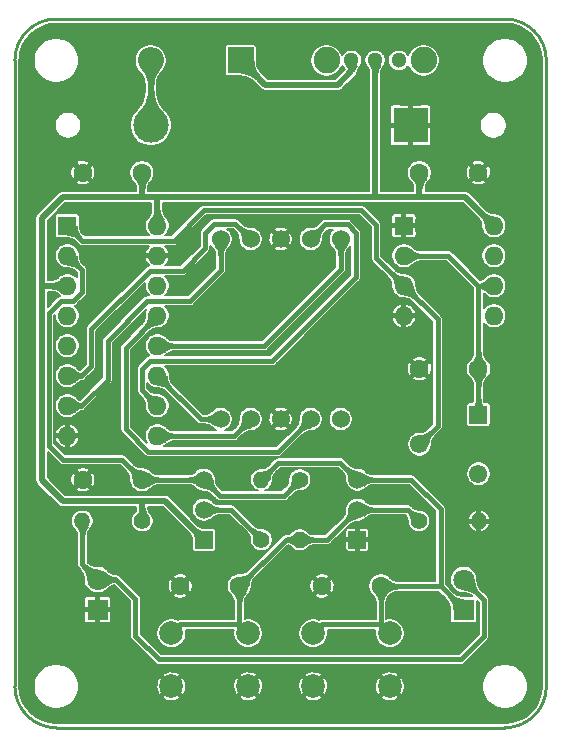
<source format=gbr>
%TF.GenerationSoftware,KiCad,Pcbnew,(5.1.8)-1*%
%TF.CreationDate,2020-12-25T19:20:46-06:00*%
%TF.ProjectId,Reaction Time Game,52656163-7469-46f6-9e20-54696d652047,rev?*%
%TF.SameCoordinates,Original*%
%TF.FileFunction,Copper,L1,Top*%
%TF.FilePolarity,Positive*%
%FSLAX46Y46*%
G04 Gerber Fmt 4.6, Leading zero omitted, Abs format (unit mm)*
G04 Created by KiCad (PCBNEW (5.1.8)-1) date 2020-12-25 19:20:46*
%MOMM*%
%LPD*%
G01*
G04 APERTURE LIST*
%TA.AperFunction,Profile*%
%ADD10C,0.254000*%
%TD*%
%TA.AperFunction,ComponentPad*%
%ADD11R,3.000000X3.000000*%
%TD*%
%TA.AperFunction,ComponentPad*%
%ADD12C,3.000000*%
%TD*%
%TA.AperFunction,ComponentPad*%
%ADD13C,1.300000*%
%TD*%
%TA.AperFunction,ComponentPad*%
%ADD14C,2.250000*%
%TD*%
%TA.AperFunction,ComponentPad*%
%ADD15C,1.524000*%
%TD*%
%TA.AperFunction,ComponentPad*%
%ADD16R,1.500000X1.500000*%
%TD*%
%TA.AperFunction,ComponentPad*%
%ADD17C,1.500000*%
%TD*%
%TA.AperFunction,ComponentPad*%
%ADD18C,1.550000*%
%TD*%
%TA.AperFunction,ComponentPad*%
%ADD19R,1.550000X1.550000*%
%TD*%
%TA.AperFunction,ComponentPad*%
%ADD20C,2.000000*%
%TD*%
%TA.AperFunction,ComponentPad*%
%ADD21O,1.400000X1.400000*%
%TD*%
%TA.AperFunction,ComponentPad*%
%ADD22C,1.400000*%
%TD*%
%TA.AperFunction,ComponentPad*%
%ADD23C,1.800000*%
%TD*%
%TA.AperFunction,ComponentPad*%
%ADD24R,1.800000X1.800000*%
%TD*%
%TA.AperFunction,ComponentPad*%
%ADD25C,1.600000*%
%TD*%
%TA.AperFunction,ComponentPad*%
%ADD26R,1.600000X1.600000*%
%TD*%
%TA.AperFunction,ComponentPad*%
%ADD27O,1.600000X1.600000*%
%TD*%
%TA.AperFunction,ComponentPad*%
%ADD28O,2.200000X2.200000*%
%TD*%
%TA.AperFunction,ComponentPad*%
%ADD29R,2.200000X2.200000*%
%TD*%
%TA.AperFunction,ViaPad*%
%ADD30C,0.600000*%
%TD*%
%TA.AperFunction,Conductor*%
%ADD31C,0.381000*%
%TD*%
%TA.AperFunction,Conductor*%
%ADD32C,0.508000*%
%TD*%
%TA.AperFunction,Conductor*%
%ADD33C,0.127000*%
%TD*%
%TA.AperFunction,Conductor*%
%ADD34C,0.150000*%
%TD*%
%TA.AperFunction,Conductor*%
%ADD35C,0.025400*%
%TD*%
G04 APERTURE END LIST*
D10*
X122500000Y-73500000D02*
X122500000Y-126500000D01*
X77500000Y-126500000D02*
X77500000Y-73500000D01*
X81000000Y-130000000D02*
X119000000Y-130000000D01*
X81000000Y-70000000D02*
X119000000Y-70000000D01*
X122500000Y-126500000D02*
G75*
G02*
X119000000Y-130000000I-3500000J0D01*
G01*
X81000000Y-130000000D02*
G75*
G02*
X77500000Y-126500000I0J3500000D01*
G01*
X119000000Y-70000000D02*
G75*
G02*
X122500000Y-73500000I0J-3500000D01*
G01*
X77500000Y-73500000D02*
G75*
G02*
X81000000Y-70000000I3500000J0D01*
G01*
D11*
X111000000Y-79000000D03*
D12*
X89000000Y-79000000D03*
D13*
X108000000Y-73500000D03*
D14*
X103900000Y-73500000D03*
X112100000Y-73500000D03*
D13*
X110000000Y-73500000D03*
X106000000Y-73500000D03*
D15*
X94920000Y-88630000D03*
X97460000Y-88630000D03*
X100000000Y-88630000D03*
X102540000Y-88630000D03*
X105080000Y-88630000D03*
X105080000Y-103870000D03*
X102540000Y-103870000D03*
X100000000Y-103870000D03*
X97460000Y-103870000D03*
X94920000Y-103870000D03*
D16*
X106500000Y-114080000D03*
D17*
X106500000Y-109000000D03*
X106500000Y-111540000D03*
D16*
X93500000Y-114080000D03*
D17*
X93500000Y-109000000D03*
X93500000Y-111540000D03*
D18*
X111750000Y-106000000D03*
D19*
X116750000Y-103500000D03*
D18*
X116750000Y-108500000D03*
D20*
X109250000Y-122000000D03*
X109250000Y-126500000D03*
X102750000Y-122000000D03*
X102750000Y-126500000D03*
D21*
X116790000Y-112500000D03*
D22*
X111710000Y-112500000D03*
D21*
X101625000Y-114080000D03*
D22*
X101625000Y-109000000D03*
D21*
X98375000Y-109000000D03*
D22*
X98375000Y-114080000D03*
D21*
X83210000Y-112500000D03*
D22*
X88290000Y-112500000D03*
D23*
X115500000Y-117460000D03*
D24*
X115500000Y-120000000D03*
D23*
X84500000Y-117460000D03*
D24*
X84500000Y-120000000D03*
D25*
X96500000Y-118000000D03*
X91500000Y-118000000D03*
X108500000Y-118000000D03*
X103500000Y-118000000D03*
X88250000Y-109000000D03*
X83250000Y-109000000D03*
D26*
X81940000Y-87500000D03*
D27*
X89560000Y-105280000D03*
X81940000Y-90040000D03*
X89560000Y-102740000D03*
X81940000Y-92580000D03*
X89560000Y-100200000D03*
X81940000Y-95120000D03*
X89560000Y-97660000D03*
X81940000Y-97660000D03*
X89560000Y-95120000D03*
X81940000Y-100200000D03*
X89560000Y-92580000D03*
X81940000Y-102740000D03*
X89560000Y-90040000D03*
X81940000Y-105280000D03*
X89560000Y-87500000D03*
D26*
X110440000Y-87500000D03*
D27*
X118060000Y-95120000D03*
X110440000Y-90040000D03*
X118060000Y-92580000D03*
X110440000Y-92580000D03*
X118060000Y-90040000D03*
X110440000Y-95120000D03*
X118060000Y-87500000D03*
D20*
X90750000Y-126500000D03*
X90750000Y-122000000D03*
X97250000Y-126500000D03*
X97250000Y-122000000D03*
D28*
X89000000Y-73500000D03*
D29*
X96620000Y-73500000D03*
D25*
X111750000Y-83000000D03*
X116750000Y-83000000D03*
X88250000Y-83000000D03*
X83250000Y-83000000D03*
X116750000Y-99620000D03*
X111750000Y-99620000D03*
D30*
X80581500Y-93535500D03*
X98996500Y-98234500D03*
X91567000Y-92519500D03*
X78943000Y-75574999D03*
X78943000Y-84374999D03*
X78943000Y-93174999D03*
X78943000Y-101974999D03*
X78943000Y-110774999D03*
X78943000Y-119574999D03*
X82943000Y-124374999D03*
X83743000Y-71574999D03*
X83743000Y-80374999D03*
X83743000Y-105974999D03*
X84543000Y-89974999D03*
X84543000Y-113974999D03*
X86143000Y-97974999D03*
X87743000Y-128374999D03*
X88543000Y-118774999D03*
X90143000Y-75574999D03*
X90143000Y-109974999D03*
X90943000Y-83574999D03*
X91743000Y-94774999D03*
X93343000Y-101974999D03*
X93343000Y-122774999D03*
X94943000Y-71574999D03*
X94943000Y-115574999D03*
X95743000Y-79574999D03*
X96543000Y-90774999D03*
X96543000Y-107574999D03*
X96543000Y-128374999D03*
X99743000Y-119574999D03*
X100543000Y-74774999D03*
X100543000Y-83574999D03*
X100543000Y-99574999D03*
X101343000Y-111574999D03*
X103743000Y-105174999D03*
X104543000Y-125174999D03*
X105343000Y-78774999D03*
X105343000Y-94774999D03*
X105343000Y-116374999D03*
X106943000Y-71574999D03*
X108543000Y-85974999D03*
X108543000Y-100374999D03*
X108543000Y-109974999D03*
X110143000Y-128374999D03*
X110943000Y-119574999D03*
X111743000Y-75574999D03*
X112543000Y-90774999D03*
X113343000Y-105974999D03*
X114143000Y-81974999D03*
X114943000Y-97174999D03*
X114943000Y-113174999D03*
X115743000Y-125174999D03*
X116543000Y-71574999D03*
X118943000Y-85974999D03*
X118943000Y-101974999D03*
X118943000Y-117974999D03*
X119743000Y-77174999D03*
X120543000Y-93174999D03*
X120543000Y-109174999D03*
D31*
X80400510Y-106118010D02*
X81597500Y-107315000D01*
X80400510Y-94897548D02*
X80400510Y-106118010D01*
X83185000Y-93096942D02*
X82428942Y-93853000D01*
X83185000Y-91285000D02*
X83185000Y-93096942D01*
X81940000Y-90040000D02*
X83185000Y-91285000D01*
X86565000Y-107315000D02*
X88250000Y-109000000D01*
X81597500Y-107315000D02*
X86565000Y-107315000D01*
X88250000Y-109000000D02*
X93500000Y-109000000D01*
X100262000Y-110363000D02*
X101625000Y-109000000D01*
X94863000Y-110363000D02*
X100262000Y-110363000D01*
X93500000Y-109000000D02*
X94863000Y-110363000D01*
X82428942Y-93853000D02*
X81445058Y-93853000D01*
X81445058Y-93853000D02*
X80400510Y-94897548D01*
X116750000Y-103500000D02*
X116750000Y-99620000D01*
X116750000Y-92580000D02*
X118060000Y-92580000D01*
X116750000Y-99620000D02*
X116750000Y-92580000D01*
X114210000Y-90040000D02*
X116750000Y-92580000D01*
X110440000Y-90040000D02*
X114210000Y-90040000D01*
D32*
X90227500Y-110807500D02*
X93500000Y-114080000D01*
X79756000Y-109029500D02*
X81534000Y-110807500D01*
X81534000Y-85090000D02*
X79756000Y-86868000D01*
X79759000Y-92580000D02*
X79756000Y-92583000D01*
X81940000Y-92580000D02*
X79759000Y-92580000D01*
X79756000Y-92583000D02*
X79756000Y-109029500D01*
X79756000Y-86868000D02*
X79756000Y-92583000D01*
X89560000Y-85115000D02*
X89535000Y-85090000D01*
X89560000Y-87500000D02*
X89560000Y-85115000D01*
X88250000Y-85075000D02*
X88265000Y-85090000D01*
X88250000Y-83000000D02*
X88250000Y-85075000D01*
X88265000Y-85090000D02*
X81534000Y-85090000D01*
X89535000Y-85090000D02*
X88265000Y-85090000D01*
X88290000Y-110832500D02*
X88265000Y-110807500D01*
X88290000Y-112500000D02*
X88290000Y-110832500D01*
X88265000Y-110807500D02*
X90227500Y-110807500D01*
X81534000Y-110807500D02*
X88265000Y-110807500D01*
X108000000Y-85090000D02*
X89535000Y-85090000D01*
X108000000Y-73500000D02*
X108000000Y-85090000D01*
X115650000Y-85090000D02*
X118060000Y-87500000D01*
X111750000Y-85080000D02*
X111760000Y-85090000D01*
X111750000Y-83000000D02*
X111750000Y-85080000D01*
X111760000Y-85090000D02*
X115650000Y-85090000D01*
X108000000Y-85090000D02*
X111760000Y-85090000D01*
X106000000Y-74419238D02*
X106000000Y-73500000D01*
X104854238Y-75565000D02*
X106000000Y-74419238D01*
X98685000Y-75565000D02*
X104854238Y-75565000D01*
X96620000Y-73500000D02*
X98685000Y-75565000D01*
D31*
X94920000Y-91262000D02*
X94920000Y-88630000D01*
X92329000Y-93853000D02*
X94920000Y-91262000D01*
X88709500Y-93853000D02*
X92329000Y-93853000D01*
X85344000Y-97218500D02*
X88709500Y-93853000D01*
X85344000Y-100520500D02*
X85344000Y-97218500D01*
X83124500Y-102740000D02*
X85344000Y-100520500D01*
X81940000Y-102740000D02*
X83124500Y-102740000D01*
X94361000Y-87312500D02*
X96142500Y-87312500D01*
X93599000Y-88074500D02*
X94361000Y-87312500D01*
X91694000Y-91313000D02*
X93599000Y-89408000D01*
X88900000Y-91313000D02*
X91694000Y-91313000D01*
X83947000Y-96266000D02*
X88900000Y-91313000D01*
X96142500Y-87312500D02*
X97460000Y-88630000D01*
X83947000Y-99377500D02*
X83947000Y-96266000D01*
X93599000Y-89408000D02*
X93599000Y-88074500D01*
X83124500Y-100200000D02*
X83947000Y-99377500D01*
X81940000Y-100200000D02*
X83124500Y-100200000D01*
X103794000Y-87376000D02*
X102540000Y-88630000D01*
X106362500Y-88074500D02*
X105664000Y-87376000D01*
X106362500Y-91852750D02*
X106362500Y-88074500D01*
X99282250Y-98933000D02*
X106362500Y-91852750D01*
X105664000Y-87376000D02*
X103794000Y-87376000D01*
X88265000Y-99631500D02*
X88963500Y-98933000D01*
X88265000Y-101445000D02*
X88265000Y-99631500D01*
X88963500Y-98933000D02*
X99282250Y-98933000D01*
X89560000Y-102740000D02*
X88265000Y-101445000D01*
X105080000Y-91198500D02*
X105080000Y-88630000D01*
X98618500Y-97660000D02*
X105080000Y-91198500D01*
X89560000Y-97660000D02*
X98618500Y-97660000D01*
X99793500Y-106616500D02*
X102540000Y-103870000D01*
X88773000Y-106616500D02*
X99793500Y-106616500D01*
X86868000Y-104711500D02*
X88773000Y-106616500D01*
X86868000Y-97812000D02*
X86868000Y-104711500D01*
X89560000Y-95120000D02*
X86868000Y-97812000D01*
X96050000Y-105280000D02*
X97460000Y-103870000D01*
X89560000Y-105280000D02*
X96050000Y-105280000D01*
X89560000Y-100200000D02*
X93230000Y-103870000D01*
X93230000Y-103870000D02*
X94920000Y-103870000D01*
X108500000Y-121250000D02*
X109250000Y-122000000D01*
X108500000Y-118000000D02*
X108500000Y-121250000D01*
X113538000Y-118038000D02*
X115500000Y-120000000D01*
X108538000Y-118038000D02*
X108500000Y-118000000D01*
X113538000Y-118038000D02*
X108538000Y-118038000D01*
X113538000Y-111506000D02*
X113538000Y-118038000D01*
X111032000Y-109000000D02*
X113538000Y-111506000D01*
X106500000Y-109000000D02*
X111032000Y-109000000D01*
X103500000Y-121250000D02*
X102750000Y-122000000D01*
X108500000Y-121250000D02*
X103500000Y-121250000D01*
X105069000Y-107569000D02*
X106500000Y-109000000D01*
X99806000Y-107569000D02*
X105069000Y-107569000D01*
X98375000Y-109000000D02*
X99806000Y-107569000D01*
X103960000Y-114080000D02*
X106500000Y-111540000D01*
X101625000Y-114080000D02*
X103960000Y-114080000D01*
X100420000Y-114080000D02*
X96500000Y-118000000D01*
X101625000Y-114080000D02*
X100420000Y-114080000D01*
X110750000Y-111540000D02*
X111710000Y-112500000D01*
X106500000Y-111540000D02*
X110750000Y-111540000D01*
X96500000Y-118000000D02*
X96500000Y-121250000D01*
X96500000Y-121250000D02*
X97250000Y-122000000D01*
X91500000Y-121250000D02*
X90750000Y-122000000D01*
X96500000Y-121250000D02*
X91500000Y-121250000D01*
X83210000Y-116170000D02*
X84500000Y-117460000D01*
X83210000Y-112500000D02*
X83210000Y-116170000D01*
X87693500Y-119062500D02*
X86091000Y-117460000D01*
X89662000Y-124206000D02*
X87693500Y-122237500D01*
X87693500Y-122237500D02*
X87693500Y-119062500D01*
X115252500Y-124206000D02*
X89662000Y-124206000D01*
X86091000Y-117460000D02*
X84500000Y-117460000D01*
X117221000Y-122237500D02*
X115252500Y-124206000D01*
X117221000Y-119181000D02*
X117221000Y-122237500D01*
X115500000Y-117460000D02*
X117221000Y-119181000D01*
X95835000Y-111540000D02*
X98375000Y-114080000D01*
X93500000Y-111540000D02*
X95835000Y-111540000D01*
X113284000Y-95424000D02*
X110440000Y-92580000D01*
X113284000Y-104466000D02*
X113284000Y-95424000D01*
X111750000Y-106000000D02*
X113284000Y-104466000D01*
X81940000Y-87500000D02*
X83213000Y-88773000D01*
X83213000Y-88773000D02*
X90932000Y-88773000D01*
X93535500Y-86169500D02*
X106807000Y-86169500D01*
X90932000Y-88773000D02*
X93535500Y-86169500D01*
X106807000Y-86169500D02*
X108077000Y-87439500D01*
X108077000Y-87439500D02*
X108077000Y-90217000D01*
X108077000Y-90217000D02*
X110440000Y-92580000D01*
D32*
X89000000Y-79000000D02*
X89000000Y-73500000D01*
D33*
X119603607Y-70451557D02*
X120184223Y-70626855D01*
X120719736Y-70911592D01*
X121189742Y-71294919D01*
X121576339Y-71762235D01*
X121864808Y-72295749D01*
X122044154Y-72875121D01*
X122109486Y-73496708D01*
X122109500Y-73500783D01*
X122109501Y-126480894D01*
X122048443Y-127103607D01*
X121873145Y-127684225D01*
X121588408Y-128219736D01*
X121205083Y-128689739D01*
X120737765Y-129076339D01*
X120204253Y-129364808D01*
X119624878Y-129544154D01*
X119003292Y-129609486D01*
X118999217Y-129609500D01*
X81019095Y-129609500D01*
X80396393Y-129548443D01*
X79815775Y-129373145D01*
X79280264Y-129088408D01*
X78810261Y-128705083D01*
X78423661Y-128237765D01*
X78135192Y-127704253D01*
X77955846Y-127124878D01*
X77890514Y-126503292D01*
X77890500Y-126499217D01*
X77890500Y-126311143D01*
X79082500Y-126311143D01*
X79082500Y-126688857D01*
X79156188Y-127059314D01*
X79300734Y-127408277D01*
X79510580Y-127722335D01*
X79777665Y-127989420D01*
X80091723Y-128199266D01*
X80440686Y-128343812D01*
X80811143Y-128417500D01*
X81188857Y-128417500D01*
X81559314Y-128343812D01*
X81908277Y-128199266D01*
X82222335Y-127989420D01*
X82489420Y-127722335D01*
X82680592Y-127436224D01*
X89993381Y-127436224D01*
X90110228Y-127596636D01*
X90336465Y-127700378D01*
X90578593Y-127757990D01*
X90827309Y-127767258D01*
X91073053Y-127727826D01*
X91306383Y-127641210D01*
X91389772Y-127596636D01*
X91506619Y-127436224D01*
X96493381Y-127436224D01*
X96610228Y-127596636D01*
X96836465Y-127700378D01*
X97078593Y-127757990D01*
X97327309Y-127767258D01*
X97573053Y-127727826D01*
X97806383Y-127641210D01*
X97889772Y-127596636D01*
X98006619Y-127436224D01*
X101993381Y-127436224D01*
X102110228Y-127596636D01*
X102336465Y-127700378D01*
X102578593Y-127757990D01*
X102827309Y-127767258D01*
X103073053Y-127727826D01*
X103306383Y-127641210D01*
X103389772Y-127596636D01*
X103506619Y-127436224D01*
X108493381Y-127436224D01*
X108610228Y-127596636D01*
X108836465Y-127700378D01*
X109078593Y-127757990D01*
X109327309Y-127767258D01*
X109573053Y-127727826D01*
X109806383Y-127641210D01*
X109889772Y-127596636D01*
X110006619Y-127436224D01*
X109250000Y-126679605D01*
X108493381Y-127436224D01*
X103506619Y-127436224D01*
X102750000Y-126679605D01*
X101993381Y-127436224D01*
X98006619Y-127436224D01*
X97250000Y-126679605D01*
X96493381Y-127436224D01*
X91506619Y-127436224D01*
X90750000Y-126679605D01*
X89993381Y-127436224D01*
X82680592Y-127436224D01*
X82699266Y-127408277D01*
X82843812Y-127059314D01*
X82917500Y-126688857D01*
X82917500Y-126577309D01*
X89482742Y-126577309D01*
X89522174Y-126823053D01*
X89608790Y-127056383D01*
X89653364Y-127139772D01*
X89813776Y-127256619D01*
X90570395Y-126500000D01*
X90929605Y-126500000D01*
X91686224Y-127256619D01*
X91846636Y-127139772D01*
X91950378Y-126913535D01*
X92007990Y-126671407D01*
X92011496Y-126577309D01*
X95982742Y-126577309D01*
X96022174Y-126823053D01*
X96108790Y-127056383D01*
X96153364Y-127139772D01*
X96313776Y-127256619D01*
X97070395Y-126500000D01*
X97429605Y-126500000D01*
X98186224Y-127256619D01*
X98346636Y-127139772D01*
X98450378Y-126913535D01*
X98507990Y-126671407D01*
X98511496Y-126577309D01*
X101482742Y-126577309D01*
X101522174Y-126823053D01*
X101608790Y-127056383D01*
X101653364Y-127139772D01*
X101813776Y-127256619D01*
X102570395Y-126500000D01*
X102929605Y-126500000D01*
X103686224Y-127256619D01*
X103846636Y-127139772D01*
X103950378Y-126913535D01*
X104007990Y-126671407D01*
X104011496Y-126577309D01*
X107982742Y-126577309D01*
X108022174Y-126823053D01*
X108108790Y-127056383D01*
X108153364Y-127139772D01*
X108313776Y-127256619D01*
X109070395Y-126500000D01*
X109429605Y-126500000D01*
X110186224Y-127256619D01*
X110346636Y-127139772D01*
X110450378Y-126913535D01*
X110507990Y-126671407D01*
X110517258Y-126422691D01*
X110499360Y-126311143D01*
X117082500Y-126311143D01*
X117082500Y-126688857D01*
X117156188Y-127059314D01*
X117300734Y-127408277D01*
X117510580Y-127722335D01*
X117777665Y-127989420D01*
X118091723Y-128199266D01*
X118440686Y-128343812D01*
X118811143Y-128417500D01*
X119188857Y-128417500D01*
X119559314Y-128343812D01*
X119908277Y-128199266D01*
X120222335Y-127989420D01*
X120489420Y-127722335D01*
X120699266Y-127408277D01*
X120843812Y-127059314D01*
X120917500Y-126688857D01*
X120917500Y-126311143D01*
X120843812Y-125940686D01*
X120699266Y-125591723D01*
X120489420Y-125277665D01*
X120222335Y-125010580D01*
X119908277Y-124800734D01*
X119559314Y-124656188D01*
X119188857Y-124582500D01*
X118811143Y-124582500D01*
X118440686Y-124656188D01*
X118091723Y-124800734D01*
X117777665Y-125010580D01*
X117510580Y-125277665D01*
X117300734Y-125591723D01*
X117156188Y-125940686D01*
X117082500Y-126311143D01*
X110499360Y-126311143D01*
X110477826Y-126176947D01*
X110391210Y-125943617D01*
X110346636Y-125860228D01*
X110186224Y-125743381D01*
X109429605Y-126500000D01*
X109070395Y-126500000D01*
X108313776Y-125743381D01*
X108153364Y-125860228D01*
X108049622Y-126086465D01*
X107992010Y-126328593D01*
X107982742Y-126577309D01*
X104011496Y-126577309D01*
X104017258Y-126422691D01*
X103977826Y-126176947D01*
X103891210Y-125943617D01*
X103846636Y-125860228D01*
X103686224Y-125743381D01*
X102929605Y-126500000D01*
X102570395Y-126500000D01*
X101813776Y-125743381D01*
X101653364Y-125860228D01*
X101549622Y-126086465D01*
X101492010Y-126328593D01*
X101482742Y-126577309D01*
X98511496Y-126577309D01*
X98517258Y-126422691D01*
X98477826Y-126176947D01*
X98391210Y-125943617D01*
X98346636Y-125860228D01*
X98186224Y-125743381D01*
X97429605Y-126500000D01*
X97070395Y-126500000D01*
X96313776Y-125743381D01*
X96153364Y-125860228D01*
X96049622Y-126086465D01*
X95992010Y-126328593D01*
X95982742Y-126577309D01*
X92011496Y-126577309D01*
X92017258Y-126422691D01*
X91977826Y-126176947D01*
X91891210Y-125943617D01*
X91846636Y-125860228D01*
X91686224Y-125743381D01*
X90929605Y-126500000D01*
X90570395Y-126500000D01*
X89813776Y-125743381D01*
X89653364Y-125860228D01*
X89549622Y-126086465D01*
X89492010Y-126328593D01*
X89482742Y-126577309D01*
X82917500Y-126577309D01*
X82917500Y-126311143D01*
X82843812Y-125940686D01*
X82699266Y-125591723D01*
X82680593Y-125563776D01*
X89993381Y-125563776D01*
X90750000Y-126320395D01*
X91506619Y-125563776D01*
X96493381Y-125563776D01*
X97250000Y-126320395D01*
X98006619Y-125563776D01*
X101993381Y-125563776D01*
X102750000Y-126320395D01*
X103506619Y-125563776D01*
X108493381Y-125563776D01*
X109250000Y-126320395D01*
X110006619Y-125563776D01*
X109889772Y-125403364D01*
X109663535Y-125299622D01*
X109421407Y-125242010D01*
X109172691Y-125232742D01*
X108926947Y-125272174D01*
X108693617Y-125358790D01*
X108610228Y-125403364D01*
X108493381Y-125563776D01*
X103506619Y-125563776D01*
X103389772Y-125403364D01*
X103163535Y-125299622D01*
X102921407Y-125242010D01*
X102672691Y-125232742D01*
X102426947Y-125272174D01*
X102193617Y-125358790D01*
X102110228Y-125403364D01*
X101993381Y-125563776D01*
X98006619Y-125563776D01*
X97889772Y-125403364D01*
X97663535Y-125299622D01*
X97421407Y-125242010D01*
X97172691Y-125232742D01*
X96926947Y-125272174D01*
X96693617Y-125358790D01*
X96610228Y-125403364D01*
X96493381Y-125563776D01*
X91506619Y-125563776D01*
X91389772Y-125403364D01*
X91163535Y-125299622D01*
X90921407Y-125242010D01*
X90672691Y-125232742D01*
X90426947Y-125272174D01*
X90193617Y-125358790D01*
X90110228Y-125403364D01*
X89993381Y-125563776D01*
X82680593Y-125563776D01*
X82489420Y-125277665D01*
X82222335Y-125010580D01*
X81908277Y-124800734D01*
X81559314Y-124656188D01*
X81188857Y-124582500D01*
X80811143Y-124582500D01*
X80440686Y-124656188D01*
X80091723Y-124800734D01*
X79777665Y-125010580D01*
X79510580Y-125277665D01*
X79300734Y-125591723D01*
X79156188Y-125940686D01*
X79082500Y-126311143D01*
X77890500Y-126311143D01*
X77890500Y-120900000D01*
X83335225Y-120900000D01*
X83340313Y-120951655D01*
X83355380Y-121001325D01*
X83379848Y-121047101D01*
X83412776Y-121087224D01*
X83452899Y-121120152D01*
X83498675Y-121144620D01*
X83548345Y-121159687D01*
X83600000Y-121164775D01*
X84307125Y-121163500D01*
X84373000Y-121097625D01*
X84373000Y-120127000D01*
X84627000Y-120127000D01*
X84627000Y-121097625D01*
X84692875Y-121163500D01*
X85400000Y-121164775D01*
X85451655Y-121159687D01*
X85501325Y-121144620D01*
X85547101Y-121120152D01*
X85587224Y-121087224D01*
X85620152Y-121047101D01*
X85644620Y-121001325D01*
X85659687Y-120951655D01*
X85664775Y-120900000D01*
X85663500Y-120192875D01*
X85597625Y-120127000D01*
X84627000Y-120127000D01*
X84373000Y-120127000D01*
X83402375Y-120127000D01*
X83336500Y-120192875D01*
X83335225Y-120900000D01*
X77890500Y-120900000D01*
X77890500Y-119100000D01*
X83335225Y-119100000D01*
X83336500Y-119807125D01*
X83402375Y-119873000D01*
X84373000Y-119873000D01*
X84373000Y-118902375D01*
X84627000Y-118902375D01*
X84627000Y-119873000D01*
X85597625Y-119873000D01*
X85663500Y-119807125D01*
X85664775Y-119100000D01*
X85659687Y-119048345D01*
X85644620Y-118998675D01*
X85620152Y-118952899D01*
X85587224Y-118912776D01*
X85547101Y-118879848D01*
X85501325Y-118855380D01*
X85451655Y-118840313D01*
X85400000Y-118835225D01*
X84692875Y-118836500D01*
X84627000Y-118902375D01*
X84373000Y-118902375D01*
X84307125Y-118836500D01*
X83600000Y-118835225D01*
X83548345Y-118840313D01*
X83498675Y-118855380D01*
X83452899Y-118879848D01*
X83412776Y-118912776D01*
X83379848Y-118952899D01*
X83355380Y-118998675D01*
X83340313Y-119048345D01*
X83335225Y-119100000D01*
X77890500Y-119100000D01*
X77890500Y-86868000D01*
X79235997Y-86868000D01*
X79238500Y-86893413D01*
X79238501Y-92557577D01*
X79235997Y-92583000D01*
X79238500Y-92608413D01*
X79238501Y-109004077D01*
X79235997Y-109029500D01*
X79245989Y-109130947D01*
X79275580Y-109228496D01*
X79291468Y-109258219D01*
X79323634Y-109318398D01*
X79388303Y-109397198D01*
X79408043Y-109413398D01*
X81150097Y-111155452D01*
X81166302Y-111175198D01*
X81245102Y-111239867D01*
X81335003Y-111287920D01*
X81432552Y-111317511D01*
X81534000Y-111327503D01*
X81559413Y-111325000D01*
X87772501Y-111325000D01*
X87772501Y-111439552D01*
X87771951Y-111439513D01*
X87767934Y-111495954D01*
X87761409Y-111540416D01*
X87751921Y-111582055D01*
X87739573Y-111621243D01*
X87724351Y-111658438D01*
X87706114Y-111694116D01*
X87684701Y-111728555D01*
X87659769Y-111762140D01*
X87624519Y-111802461D01*
X87624746Y-111802660D01*
X87541601Y-111885805D01*
X87436157Y-112043612D01*
X87363527Y-112218957D01*
X87326500Y-112405104D01*
X87326500Y-112594896D01*
X87363527Y-112781043D01*
X87436157Y-112956388D01*
X87541601Y-113114195D01*
X87675805Y-113248399D01*
X87833612Y-113353843D01*
X88008957Y-113426473D01*
X88195104Y-113463500D01*
X88384896Y-113463500D01*
X88571043Y-113426473D01*
X88746388Y-113353843D01*
X88904195Y-113248399D01*
X89038399Y-113114195D01*
X89143843Y-112956388D01*
X89216473Y-112781043D01*
X89253500Y-112594896D01*
X89253500Y-112405104D01*
X89216473Y-112218957D01*
X89143843Y-112043612D01*
X89038399Y-111885805D01*
X88955252Y-111802658D01*
X88955479Y-111802459D01*
X88920228Y-111762138D01*
X88895298Y-111728554D01*
X88873885Y-111694117D01*
X88855647Y-111658434D01*
X88840426Y-111621243D01*
X88828078Y-111582055D01*
X88818590Y-111540416D01*
X88812065Y-111495954D01*
X88808048Y-111439513D01*
X88807500Y-111439552D01*
X88807500Y-111325000D01*
X90013145Y-111325000D01*
X92302091Y-113613946D01*
X92303330Y-113615568D01*
X92302945Y-113615902D01*
X92344941Y-113664341D01*
X92377908Y-113708664D01*
X92405609Y-113752735D01*
X92428846Y-113797384D01*
X92447923Y-113842930D01*
X92463068Y-113889790D01*
X92474366Y-113938286D01*
X92481849Y-113988953D01*
X92485226Y-114039356D01*
X92485226Y-114830000D01*
X92490314Y-114881655D01*
X92505381Y-114931325D01*
X92529848Y-114977101D01*
X92562777Y-115017223D01*
X92602899Y-115050152D01*
X92648675Y-115074619D01*
X92698345Y-115089686D01*
X92750000Y-115094774D01*
X94250000Y-115094774D01*
X94301655Y-115089686D01*
X94351325Y-115074619D01*
X94397101Y-115050152D01*
X94437223Y-115017223D01*
X94470152Y-114977101D01*
X94494619Y-114931325D01*
X94509686Y-114881655D01*
X94514774Y-114830000D01*
X94514774Y-113330000D01*
X94509686Y-113278345D01*
X94494619Y-113228675D01*
X94470152Y-113182899D01*
X94437223Y-113142777D01*
X94397101Y-113109848D01*
X94351325Y-113085381D01*
X94301655Y-113070314D01*
X94250000Y-113065226D01*
X93459356Y-113065226D01*
X93408953Y-113061849D01*
X93358286Y-113054366D01*
X93309790Y-113043068D01*
X93262923Y-113027921D01*
X93217386Y-113008847D01*
X93172743Y-112985613D01*
X93128660Y-112957905D01*
X93084341Y-112924941D01*
X93035902Y-112882945D01*
X93035588Y-112883307D01*
X93033729Y-112881874D01*
X91592034Y-111440179D01*
X92486500Y-111440179D01*
X92486500Y-111639821D01*
X92525448Y-111835627D01*
X92601848Y-112020072D01*
X92712763Y-112186069D01*
X92853931Y-112327237D01*
X93019928Y-112438152D01*
X93204373Y-112514552D01*
X93400179Y-112553500D01*
X93599821Y-112553500D01*
X93795627Y-112514552D01*
X93980072Y-112438152D01*
X94146069Y-112327237D01*
X94243117Y-112230189D01*
X94247858Y-112226513D01*
X94247924Y-112226589D01*
X94249197Y-112225475D01*
X94250282Y-112224634D01*
X94251799Y-112223199D01*
X94302770Y-112178605D01*
X94303068Y-112178364D01*
X94357949Y-112137569D01*
X94414769Y-112102171D01*
X94473683Y-112071984D01*
X94535044Y-112046797D01*
X94599277Y-112026486D01*
X94665755Y-112011280D01*
X94667825Y-112010893D01*
X94733856Y-112001162D01*
X94742184Y-112000260D01*
X94805360Y-111995744D01*
X94812001Y-111995512D01*
X94823685Y-111994000D01*
X95646948Y-111994000D01*
X97201008Y-113548060D01*
X97205227Y-113553584D01*
X97205128Y-113553670D01*
X97206512Y-113555267D01*
X97207120Y-113556063D01*
X97208279Y-113557306D01*
X97249294Y-113604633D01*
X97286498Y-113654689D01*
X97318771Y-113706091D01*
X97345389Y-113757310D01*
X97367288Y-113809684D01*
X97384687Y-113863626D01*
X97397659Y-113919438D01*
X97406339Y-113978364D01*
X97410911Y-114046823D01*
X97411500Y-114046783D01*
X97411500Y-114174896D01*
X97448527Y-114361043D01*
X97521157Y-114536388D01*
X97626601Y-114694195D01*
X97760805Y-114828399D01*
X97918612Y-114933843D01*
X98093957Y-115006473D01*
X98280104Y-115043500D01*
X98469896Y-115043500D01*
X98656043Y-115006473D01*
X98831388Y-114933843D01*
X98989195Y-114828399D01*
X99123399Y-114694195D01*
X99228843Y-114536388D01*
X99301473Y-114361043D01*
X99338500Y-114174896D01*
X99338500Y-113985104D01*
X99301473Y-113798957D01*
X99228843Y-113623612D01*
X99123399Y-113465805D01*
X98989195Y-113331601D01*
X98831388Y-113226157D01*
X98656043Y-113153527D01*
X98469896Y-113116500D01*
X98341927Y-113116500D01*
X98341785Y-113116482D01*
X98341823Y-113115911D01*
X98273364Y-113111339D01*
X98214438Y-113102659D01*
X98158626Y-113089687D01*
X98104684Y-113072288D01*
X98052310Y-113050389D01*
X98001085Y-113023768D01*
X97949687Y-112991497D01*
X97899633Y-112954294D01*
X97852306Y-112913279D01*
X97851063Y-112912120D01*
X97850209Y-112911462D01*
X97848670Y-112910128D01*
X97848593Y-112910216D01*
X97842814Y-112905762D01*
X96171794Y-111234742D01*
X96157579Y-111217421D01*
X96088449Y-111160687D01*
X96009579Y-111118530D01*
X95923999Y-111092570D01*
X95857295Y-111086000D01*
X95857288Y-111086000D01*
X95835000Y-111083805D01*
X95812712Y-111086000D01*
X94823304Y-111086000D01*
X94812020Y-111084489D01*
X94805369Y-111084257D01*
X94742190Y-111079740D01*
X94733866Y-111078839D01*
X94667825Y-111069106D01*
X94665755Y-111068719D01*
X94599277Y-111053513D01*
X94535044Y-111033202D01*
X94473683Y-111008015D01*
X94414769Y-110977828D01*
X94357949Y-110942430D01*
X94303079Y-110901643D01*
X94302768Y-110901392D01*
X94251793Y-110856796D01*
X94250284Y-110855368D01*
X94240517Y-110847211D01*
X94146069Y-110752763D01*
X93980072Y-110641848D01*
X93795627Y-110565448D01*
X93599821Y-110526500D01*
X93400179Y-110526500D01*
X93204373Y-110565448D01*
X93019928Y-110641848D01*
X92853931Y-110752763D01*
X92712763Y-110893931D01*
X92601848Y-111059928D01*
X92525448Y-111244373D01*
X92486500Y-111440179D01*
X91592034Y-111440179D01*
X90611403Y-110459548D01*
X90595198Y-110439802D01*
X90516398Y-110375133D01*
X90426497Y-110327080D01*
X90328948Y-110297489D01*
X90252913Y-110290000D01*
X90227500Y-110287497D01*
X90202087Y-110290000D01*
X88290413Y-110290000D01*
X88265000Y-110287497D01*
X88239587Y-110290000D01*
X81748355Y-110290000D01*
X81251514Y-109793159D01*
X82636446Y-109793159D01*
X82729062Y-109933075D01*
X82921106Y-110016776D01*
X83125790Y-110061403D01*
X83335245Y-110065240D01*
X83541426Y-110028142D01*
X83736407Y-109951532D01*
X83770938Y-109933075D01*
X83863554Y-109793159D01*
X83250000Y-109179605D01*
X82636446Y-109793159D01*
X81251514Y-109793159D01*
X80543600Y-109085245D01*
X82184760Y-109085245D01*
X82221858Y-109291426D01*
X82298468Y-109486407D01*
X82316925Y-109520938D01*
X82456841Y-109613554D01*
X83070395Y-109000000D01*
X83429605Y-109000000D01*
X84043159Y-109613554D01*
X84183075Y-109520938D01*
X84266776Y-109328894D01*
X84311403Y-109124210D01*
X84315240Y-108914755D01*
X84278142Y-108708574D01*
X84201532Y-108513593D01*
X84183075Y-108479062D01*
X84043159Y-108386446D01*
X83429605Y-109000000D01*
X83070395Y-109000000D01*
X82456841Y-108386446D01*
X82316925Y-108479062D01*
X82233224Y-108671106D01*
X82188597Y-108875790D01*
X82184760Y-109085245D01*
X80543600Y-109085245D01*
X80273500Y-108815145D01*
X80273500Y-108206841D01*
X82636446Y-108206841D01*
X83250000Y-108820395D01*
X83863554Y-108206841D01*
X83770938Y-108066925D01*
X83578894Y-107983224D01*
X83374210Y-107938597D01*
X83164755Y-107934760D01*
X82958574Y-107971858D01*
X82763593Y-108048468D01*
X82729062Y-108066925D01*
X82636446Y-108206841D01*
X80273500Y-108206841D01*
X80273500Y-106633052D01*
X81260708Y-107620261D01*
X81274921Y-107637579D01*
X81292237Y-107651790D01*
X81292238Y-107651791D01*
X81299804Y-107658000D01*
X81344051Y-107694313D01*
X81422921Y-107736470D01*
X81508501Y-107762430D01*
X81575205Y-107769000D01*
X81575214Y-107769000D01*
X81597499Y-107771195D01*
X81619784Y-107769000D01*
X86376948Y-107769000D01*
X86910502Y-108302554D01*
X86918217Y-108312655D01*
X86926143Y-108321155D01*
X86967644Y-108369051D01*
X86978946Y-108383098D01*
X87018783Y-108436715D01*
X87025292Y-108446217D01*
X87062310Y-108505203D01*
X87065565Y-108510883D01*
X87098616Y-108574518D01*
X87100032Y-108577544D01*
X87128108Y-108644738D01*
X87128812Y-108646644D01*
X87151203Y-108716123D01*
X87151932Y-108718759D01*
X87168248Y-108789023D01*
X87169253Y-108794350D01*
X87179490Y-108863917D01*
X87180534Y-108873758D01*
X87185040Y-108941318D01*
X87185232Y-108948245D01*
X87186500Y-108962360D01*
X87186500Y-109104746D01*
X87227370Y-109310212D01*
X87307538Y-109503756D01*
X87423925Y-109677942D01*
X87572058Y-109826075D01*
X87746244Y-109942462D01*
X87939788Y-110022630D01*
X88145254Y-110063500D01*
X88354746Y-110063500D01*
X88560212Y-110022630D01*
X88753756Y-109942462D01*
X88927942Y-109826075D01*
X89031524Y-109722493D01*
X89039519Y-109716293D01*
X89044545Y-109711537D01*
X89095496Y-109666959D01*
X89103184Y-109660743D01*
X89159630Y-109618780D01*
X89164107Y-109615725D01*
X89225309Y-109577589D01*
X89227687Y-109576241D01*
X89292678Y-109542930D01*
X89294495Y-109542094D01*
X89361877Y-109514426D01*
X89365022Y-109513286D01*
X89433374Y-109491666D01*
X89439705Y-109489947D01*
X89507560Y-109474421D01*
X89518924Y-109472295D01*
X89584969Y-109462558D01*
X89602908Y-109460614D01*
X89666122Y-109456093D01*
X89677730Y-109455688D01*
X89690770Y-109454000D01*
X92176702Y-109454000D01*
X92187998Y-109455512D01*
X92194640Y-109455744D01*
X92257815Y-109460260D01*
X92266143Y-109461162D01*
X92332174Y-109470893D01*
X92334244Y-109471280D01*
X92400722Y-109486486D01*
X92464955Y-109506797D01*
X92526316Y-109531984D01*
X92585230Y-109562171D01*
X92642050Y-109597569D01*
X92696920Y-109638356D01*
X92697231Y-109638607D01*
X92748206Y-109683203D01*
X92749715Y-109684631D01*
X92759482Y-109692788D01*
X92853931Y-109787237D01*
X93019928Y-109898152D01*
X93204373Y-109974552D01*
X93400179Y-110013500D01*
X93537434Y-110013500D01*
X93543381Y-110014252D01*
X93543374Y-110014354D01*
X93545096Y-110014469D01*
X93546441Y-110014639D01*
X93548494Y-110014696D01*
X93616082Y-110019206D01*
X93616469Y-110019248D01*
X93684119Y-110029208D01*
X93749316Y-110044353D01*
X93812317Y-110064664D01*
X93873533Y-110090250D01*
X93933299Y-110121300D01*
X93991077Y-110157566D01*
X93992803Y-110158749D01*
X94046395Y-110198573D01*
X94052913Y-110203817D01*
X94100752Y-110245273D01*
X94105632Y-110249824D01*
X94114966Y-110257019D01*
X94526210Y-110668263D01*
X94540421Y-110685579D01*
X94609551Y-110742313D01*
X94629102Y-110752763D01*
X94688421Y-110784470D01*
X94774000Y-110810430D01*
X94783301Y-110811346D01*
X94840705Y-110817000D01*
X94840711Y-110817000D01*
X94862999Y-110819195D01*
X94885287Y-110817000D01*
X100239712Y-110817000D01*
X100262000Y-110819195D01*
X100284288Y-110817000D01*
X100284295Y-110817000D01*
X100350999Y-110810430D01*
X100436579Y-110784470D01*
X100515449Y-110742313D01*
X100584579Y-110685579D01*
X100598794Y-110668258D01*
X101093065Y-110173987D01*
X101098580Y-110169774D01*
X101098667Y-110169875D01*
X101100301Y-110168459D01*
X101101081Y-110167863D01*
X101102294Y-110166732D01*
X101149646Y-110125695D01*
X101199689Y-110088501D01*
X101251091Y-110056228D01*
X101302310Y-110029610D01*
X101354684Y-110007711D01*
X101408626Y-109990312D01*
X101464423Y-109977344D01*
X101523363Y-109968661D01*
X101591830Y-109964088D01*
X101591791Y-109963500D01*
X101719896Y-109963500D01*
X101906043Y-109926473D01*
X102081388Y-109853843D01*
X102239195Y-109748399D01*
X102373399Y-109614195D01*
X102478843Y-109456388D01*
X102551473Y-109281043D01*
X102588500Y-109094896D01*
X102588500Y-108905104D01*
X102551473Y-108718957D01*
X102478843Y-108543612D01*
X102373399Y-108385805D01*
X102239195Y-108251601D01*
X102081388Y-108146157D01*
X101906043Y-108073527D01*
X101719896Y-108036500D01*
X101530104Y-108036500D01*
X101343957Y-108073527D01*
X101168612Y-108146157D01*
X101010805Y-108251601D01*
X100876601Y-108385805D01*
X100771157Y-108543612D01*
X100698527Y-108718957D01*
X100661500Y-108905104D01*
X100661500Y-109033072D01*
X100661482Y-109033214D01*
X100660911Y-109033176D01*
X100656338Y-109101636D01*
X100647659Y-109160561D01*
X100634686Y-109216377D01*
X100617292Y-109270306D01*
X100595384Y-109322700D01*
X100568768Y-109373913D01*
X100536497Y-109425312D01*
X100499303Y-109475354D01*
X100458258Y-109522716D01*
X100457106Y-109523952D01*
X100456453Y-109524799D01*
X100455129Y-109526327D01*
X100455217Y-109526403D01*
X100450753Y-109532194D01*
X100073948Y-109909000D01*
X98698227Y-109909000D01*
X98831388Y-109853843D01*
X98989195Y-109748399D01*
X99123399Y-109614195D01*
X99228843Y-109456388D01*
X99301473Y-109281043D01*
X99338500Y-109094896D01*
X99338500Y-108966878D01*
X99338511Y-108966791D01*
X99339088Y-108966830D01*
X99343662Y-108898356D01*
X99352340Y-108839438D01*
X99365312Y-108783626D01*
X99382711Y-108729684D01*
X99404606Y-108677318D01*
X99431228Y-108626090D01*
X99463501Y-108574689D01*
X99500695Y-108524646D01*
X99541732Y-108477294D01*
X99542863Y-108476081D01*
X99543508Y-108475245D01*
X99544875Y-108473667D01*
X99544784Y-108473589D01*
X99549227Y-108467826D01*
X99994053Y-108023000D01*
X104880948Y-108023000D01*
X105243260Y-108385313D01*
X105250187Y-108394379D01*
X105254717Y-108399237D01*
X105296185Y-108447089D01*
X105301426Y-108453604D01*
X105341250Y-108507196D01*
X105342433Y-108508922D01*
X105378699Y-108566700D01*
X105409749Y-108626466D01*
X105435335Y-108687682D01*
X105455646Y-108750683D01*
X105470791Y-108815880D01*
X105480751Y-108883529D01*
X105480794Y-108883933D01*
X105485303Y-108951480D01*
X105485360Y-108953553D01*
X105486500Y-108966251D01*
X105486500Y-109099821D01*
X105525448Y-109295627D01*
X105601848Y-109480072D01*
X105712763Y-109646069D01*
X105853931Y-109787237D01*
X106019928Y-109898152D01*
X106204373Y-109974552D01*
X106400179Y-110013500D01*
X106599821Y-110013500D01*
X106795627Y-109974552D01*
X106980072Y-109898152D01*
X107146069Y-109787237D01*
X107243117Y-109690189D01*
X107247858Y-109686513D01*
X107247924Y-109686589D01*
X107249197Y-109685475D01*
X107250282Y-109684634D01*
X107251799Y-109683199D01*
X107302770Y-109638605D01*
X107303068Y-109638364D01*
X107357949Y-109597569D01*
X107414769Y-109562171D01*
X107473683Y-109531984D01*
X107535044Y-109506797D01*
X107599277Y-109486486D01*
X107665755Y-109471280D01*
X107667825Y-109470893D01*
X107733856Y-109461162D01*
X107742184Y-109460260D01*
X107805360Y-109455744D01*
X107812001Y-109455512D01*
X107823685Y-109454000D01*
X110843948Y-109454000D01*
X113084000Y-111694053D01*
X113084001Y-117584000D01*
X109999771Y-117584000D01*
X109978256Y-117579763D01*
X109957592Y-117577767D01*
X109902792Y-117570711D01*
X109867245Y-117564977D01*
X109809816Y-117553716D01*
X109781590Y-117547186D01*
X109722208Y-117531214D01*
X109700238Y-117524461D01*
X109639732Y-117503392D01*
X109622841Y-117496802D01*
X109562255Y-117470468D01*
X109548990Y-117464093D01*
X109489491Y-117432597D01*
X109478323Y-117426120D01*
X109421049Y-117389839D01*
X109410569Y-117382612D01*
X109356539Y-117342165D01*
X109345484Y-117333199D01*
X109295592Y-117289466D01*
X109289723Y-117283911D01*
X109278817Y-117274800D01*
X109177942Y-117173925D01*
X109003756Y-117057538D01*
X108810212Y-116977370D01*
X108604746Y-116936500D01*
X108395254Y-116936500D01*
X108189788Y-116977370D01*
X107996244Y-117057538D01*
X107822058Y-117173925D01*
X107673925Y-117322058D01*
X107557538Y-117496244D01*
X107477370Y-117689788D01*
X107436500Y-117895254D01*
X107436500Y-118104746D01*
X107477370Y-118310212D01*
X107557538Y-118503756D01*
X107673925Y-118677942D01*
X107777507Y-118781524D01*
X107783697Y-118789507D01*
X107788453Y-118794534D01*
X107833041Y-118845496D01*
X107839257Y-118853184D01*
X107881220Y-118909630D01*
X107884275Y-118914107D01*
X107922411Y-118975309D01*
X107923759Y-118977687D01*
X107957070Y-119042678D01*
X107957906Y-119044495D01*
X107985574Y-119111877D01*
X107986714Y-119115022D01*
X108008334Y-119183374D01*
X108010053Y-119189705D01*
X108025579Y-119257560D01*
X108027705Y-119268924D01*
X108037442Y-119334969D01*
X108039386Y-119352908D01*
X108043908Y-119416142D01*
X108044314Y-119427746D01*
X108046000Y-119440773D01*
X108046001Y-120796000D01*
X103522287Y-120796000D01*
X103499999Y-120793805D01*
X103477711Y-120796000D01*
X103477705Y-120796000D01*
X103420301Y-120801654D01*
X103411000Y-120802570D01*
X103325421Y-120828530D01*
X103280926Y-120852313D01*
X103118549Y-120785055D01*
X102874444Y-120736500D01*
X102625556Y-120736500D01*
X102381451Y-120785055D01*
X102151508Y-120880300D01*
X101944565Y-121018575D01*
X101768575Y-121194565D01*
X101630300Y-121401508D01*
X101535055Y-121631451D01*
X101486500Y-121875556D01*
X101486500Y-122124444D01*
X101535055Y-122368549D01*
X101630300Y-122598492D01*
X101768575Y-122805435D01*
X101944565Y-122981425D01*
X102151508Y-123119700D01*
X102381451Y-123214945D01*
X102625556Y-123263500D01*
X102874444Y-123263500D01*
X103118549Y-123214945D01*
X103348492Y-123119700D01*
X103555435Y-122981425D01*
X103731425Y-122805435D01*
X103869700Y-122598492D01*
X103964945Y-122368549D01*
X104013500Y-122124444D01*
X104013500Y-121875556D01*
X103979376Y-121704000D01*
X108020624Y-121704000D01*
X107986500Y-121875556D01*
X107986500Y-122124444D01*
X108035055Y-122368549D01*
X108130300Y-122598492D01*
X108268575Y-122805435D01*
X108444565Y-122981425D01*
X108651508Y-123119700D01*
X108881451Y-123214945D01*
X109125556Y-123263500D01*
X109374444Y-123263500D01*
X109618549Y-123214945D01*
X109848492Y-123119700D01*
X110055435Y-122981425D01*
X110231425Y-122805435D01*
X110369700Y-122598492D01*
X110464945Y-122368549D01*
X110513500Y-122124444D01*
X110513500Y-121875556D01*
X110464945Y-121631451D01*
X110369700Y-121401508D01*
X110231425Y-121194565D01*
X110055435Y-121018575D01*
X109848492Y-120880300D01*
X109618549Y-120785055D01*
X109374444Y-120736500D01*
X109125556Y-120736500D01*
X108954000Y-120770624D01*
X108954000Y-119440339D01*
X108955688Y-119427730D01*
X108956093Y-119416122D01*
X108960614Y-119352908D01*
X108962558Y-119334969D01*
X108972295Y-119268924D01*
X108974421Y-119257560D01*
X108989947Y-119189705D01*
X108991666Y-119183374D01*
X109013286Y-119115022D01*
X109014426Y-119111877D01*
X109042094Y-119044495D01*
X109042930Y-119042678D01*
X109076241Y-118977687D01*
X109077589Y-118975309D01*
X109115725Y-118914107D01*
X109118780Y-118909630D01*
X109160743Y-118853184D01*
X109166959Y-118845496D01*
X109211537Y-118794545D01*
X109216293Y-118789519D01*
X109225392Y-118778625D01*
X109279621Y-118724396D01*
X109284716Y-118720487D01*
X109284868Y-118720665D01*
X109288168Y-118717839D01*
X109288713Y-118717421D01*
X109289319Y-118716854D01*
X109347004Y-118667457D01*
X109408644Y-118623642D01*
X109473062Y-118586290D01*
X109540755Y-118555057D01*
X109612185Y-118529793D01*
X109685737Y-118511010D01*
X109690332Y-118510051D01*
X109762395Y-118498145D01*
X109775114Y-118496591D01*
X109830929Y-118492000D01*
X113349948Y-118492000D01*
X113994999Y-119137051D01*
X114004312Y-119149244D01*
X114019010Y-119165007D01*
X114060555Y-119212957D01*
X114083976Y-119242075D01*
X114123819Y-119295712D01*
X114141054Y-119320880D01*
X114178049Y-119379846D01*
X114190578Y-119401719D01*
X114223611Y-119465343D01*
X114232828Y-119485044D01*
X114260899Y-119552257D01*
X114267968Y-119571408D01*
X114290341Y-119640868D01*
X114295986Y-119661298D01*
X114312286Y-119731544D01*
X114316750Y-119755199D01*
X114326970Y-119824705D01*
X114330014Y-119853438D01*
X114334511Y-119920906D01*
X114334970Y-119937542D01*
X114335226Y-119940395D01*
X114335226Y-120900000D01*
X114340314Y-120951655D01*
X114355381Y-121001325D01*
X114379848Y-121047101D01*
X114412777Y-121087223D01*
X114452899Y-121120152D01*
X114498675Y-121144619D01*
X114548345Y-121159686D01*
X114600000Y-121164774D01*
X116400000Y-121164774D01*
X116451655Y-121159686D01*
X116501325Y-121144619D01*
X116547101Y-121120152D01*
X116587223Y-121087223D01*
X116620152Y-121047101D01*
X116644619Y-121001325D01*
X116659686Y-120951655D01*
X116664774Y-120900000D01*
X116664774Y-119266827D01*
X116767000Y-119369053D01*
X116767001Y-122049446D01*
X115064448Y-123752000D01*
X89850053Y-123752000D01*
X88147500Y-122049448D01*
X88147500Y-121875556D01*
X89486500Y-121875556D01*
X89486500Y-122124444D01*
X89535055Y-122368549D01*
X89630300Y-122598492D01*
X89768575Y-122805435D01*
X89944565Y-122981425D01*
X90151508Y-123119700D01*
X90381451Y-123214945D01*
X90625556Y-123263500D01*
X90874444Y-123263500D01*
X91118549Y-123214945D01*
X91348492Y-123119700D01*
X91555435Y-122981425D01*
X91731425Y-122805435D01*
X91869700Y-122598492D01*
X91964945Y-122368549D01*
X92013500Y-122124444D01*
X92013500Y-121875556D01*
X91979376Y-121704000D01*
X96020624Y-121704000D01*
X95986500Y-121875556D01*
X95986500Y-122124444D01*
X96035055Y-122368549D01*
X96130300Y-122598492D01*
X96268575Y-122805435D01*
X96444565Y-122981425D01*
X96651508Y-123119700D01*
X96881451Y-123214945D01*
X97125556Y-123263500D01*
X97374444Y-123263500D01*
X97618549Y-123214945D01*
X97848492Y-123119700D01*
X98055435Y-122981425D01*
X98231425Y-122805435D01*
X98369700Y-122598492D01*
X98464945Y-122368549D01*
X98513500Y-122124444D01*
X98513500Y-121875556D01*
X98464945Y-121631451D01*
X98369700Y-121401508D01*
X98231425Y-121194565D01*
X98055435Y-121018575D01*
X97848492Y-120880300D01*
X97618549Y-120785055D01*
X97374444Y-120736500D01*
X97125556Y-120736500D01*
X96954000Y-120770624D01*
X96954000Y-119440339D01*
X96955688Y-119427730D01*
X96956093Y-119416122D01*
X96960614Y-119352908D01*
X96962558Y-119334969D01*
X96972295Y-119268924D01*
X96974421Y-119257560D01*
X96989947Y-119189705D01*
X96991666Y-119183374D01*
X97013286Y-119115022D01*
X97014426Y-119111877D01*
X97042094Y-119044495D01*
X97042930Y-119042678D01*
X97076241Y-118977687D01*
X97077589Y-118975309D01*
X97115725Y-118914107D01*
X97118780Y-118909630D01*
X97160743Y-118853184D01*
X97166959Y-118845496D01*
X97211537Y-118794545D01*
X97212848Y-118793159D01*
X102886446Y-118793159D01*
X102979062Y-118933075D01*
X103171106Y-119016776D01*
X103375790Y-119061403D01*
X103585245Y-119065240D01*
X103791426Y-119028142D01*
X103986407Y-118951532D01*
X104020938Y-118933075D01*
X104113554Y-118793159D01*
X103500000Y-118179605D01*
X102886446Y-118793159D01*
X97212848Y-118793159D01*
X97216293Y-118789519D01*
X97225392Y-118778625D01*
X97326075Y-118677942D01*
X97442462Y-118503756D01*
X97522630Y-118310212D01*
X97563500Y-118104746D01*
X97563500Y-118085245D01*
X102434760Y-118085245D01*
X102471858Y-118291426D01*
X102548468Y-118486407D01*
X102566925Y-118520938D01*
X102706841Y-118613554D01*
X103320395Y-118000000D01*
X103679605Y-118000000D01*
X104293159Y-118613554D01*
X104433075Y-118520938D01*
X104516776Y-118328894D01*
X104561403Y-118124210D01*
X104565240Y-117914755D01*
X104528142Y-117708574D01*
X104451532Y-117513593D01*
X104433075Y-117479062D01*
X104293159Y-117386446D01*
X103679605Y-118000000D01*
X103320395Y-118000000D01*
X102706841Y-117386446D01*
X102566925Y-117479062D01*
X102483224Y-117671106D01*
X102438597Y-117875790D01*
X102434760Y-118085245D01*
X97563500Y-118085245D01*
X97563500Y-117958252D01*
X97564768Y-117948226D01*
X97564959Y-117941329D01*
X97569466Y-117873759D01*
X97570511Y-117863905D01*
X97580746Y-117794350D01*
X97581751Y-117789023D01*
X97598066Y-117718761D01*
X97598793Y-117716133D01*
X97621187Y-117646644D01*
X97621888Y-117644746D01*
X97649982Y-117577510D01*
X97651378Y-117574528D01*
X97684438Y-117510876D01*
X97687685Y-117505210D01*
X97724707Y-117446217D01*
X97731216Y-117436715D01*
X97771062Y-117383087D01*
X97782342Y-117369065D01*
X97823866Y-117321144D01*
X97831777Y-117312661D01*
X97839802Y-117302251D01*
X97935212Y-117206841D01*
X102886446Y-117206841D01*
X103500000Y-117820395D01*
X104113554Y-117206841D01*
X104020938Y-117066925D01*
X103828894Y-116983224D01*
X103624210Y-116938597D01*
X103414755Y-116934760D01*
X103208574Y-116971858D01*
X103013593Y-117048468D01*
X102979062Y-117066925D01*
X102886446Y-117206841D01*
X97935212Y-117206841D01*
X100588302Y-114553751D01*
X100621490Y-114561688D01*
X100673354Y-114578746D01*
X100723528Y-114600055D01*
X100772273Y-114625749D01*
X100820162Y-114656248D01*
X100868064Y-114692404D01*
X100917863Y-114736318D01*
X100918208Y-114735927D01*
X100918684Y-114736278D01*
X101010805Y-114828399D01*
X101168612Y-114933843D01*
X101343957Y-115006473D01*
X101530104Y-115043500D01*
X101719896Y-115043500D01*
X101906043Y-115006473D01*
X102081388Y-114933843D01*
X102236798Y-114830000D01*
X105485225Y-114830000D01*
X105490313Y-114881655D01*
X105505380Y-114931325D01*
X105529848Y-114977101D01*
X105562776Y-115017224D01*
X105602899Y-115050152D01*
X105648675Y-115074620D01*
X105698345Y-115089687D01*
X105750000Y-115094775D01*
X106307125Y-115093500D01*
X106373000Y-115027625D01*
X106373000Y-114207000D01*
X106627000Y-114207000D01*
X106627000Y-115027625D01*
X106692875Y-115093500D01*
X107250000Y-115094775D01*
X107301655Y-115089687D01*
X107351325Y-115074620D01*
X107397101Y-115050152D01*
X107437224Y-115017224D01*
X107470152Y-114977101D01*
X107494620Y-114931325D01*
X107509687Y-114881655D01*
X107514775Y-114830000D01*
X107513500Y-114272875D01*
X107447625Y-114207000D01*
X106627000Y-114207000D01*
X106373000Y-114207000D01*
X105552375Y-114207000D01*
X105486500Y-114272875D01*
X105485225Y-114830000D01*
X102236798Y-114830000D01*
X102239195Y-114828399D01*
X102329735Y-114737859D01*
X102329784Y-114737821D01*
X102330167Y-114738259D01*
X102381812Y-114693080D01*
X102429628Y-114657543D01*
X102478249Y-114627261D01*
X102528690Y-114601423D01*
X102581222Y-114579868D01*
X102636261Y-114562472D01*
X102695417Y-114548947D01*
X102757110Y-114539860D01*
X102819594Y-114535395D01*
X102821241Y-114535338D01*
X102822286Y-114535203D01*
X102824397Y-114535052D01*
X102824388Y-114534931D01*
X102831587Y-114534000D01*
X103937712Y-114534000D01*
X103960000Y-114536195D01*
X103982288Y-114534000D01*
X103982295Y-114534000D01*
X104048999Y-114527430D01*
X104134579Y-114501470D01*
X104213449Y-114459313D01*
X104282579Y-114402579D01*
X104296794Y-114385258D01*
X105352052Y-113330000D01*
X105485225Y-113330000D01*
X105486500Y-113887125D01*
X105552375Y-113953000D01*
X106373000Y-113953000D01*
X106373000Y-113132375D01*
X106627000Y-113132375D01*
X106627000Y-113953000D01*
X107447625Y-113953000D01*
X107513500Y-113887125D01*
X107514775Y-113330000D01*
X107509687Y-113278345D01*
X107494620Y-113228675D01*
X107470152Y-113182899D01*
X107437224Y-113142776D01*
X107397101Y-113109848D01*
X107351325Y-113085380D01*
X107301655Y-113070313D01*
X107250000Y-113065225D01*
X106692875Y-113066500D01*
X106627000Y-113132375D01*
X106373000Y-113132375D01*
X106307125Y-113066500D01*
X105750000Y-113065225D01*
X105698345Y-113070313D01*
X105648675Y-113085380D01*
X105602899Y-113109848D01*
X105562776Y-113142776D01*
X105529848Y-113182899D01*
X105505380Y-113228675D01*
X105490313Y-113278345D01*
X105485225Y-113330000D01*
X105352052Y-113330000D01*
X105885316Y-112796736D01*
X105894389Y-112789804D01*
X105899228Y-112785290D01*
X105947107Y-112743801D01*
X105953610Y-112738569D01*
X106007196Y-112698749D01*
X106008922Y-112697566D01*
X106066700Y-112661300D01*
X106126466Y-112630250D01*
X106187682Y-112604664D01*
X106250683Y-112584353D01*
X106315880Y-112569208D01*
X106383530Y-112559248D01*
X106383917Y-112559206D01*
X106451479Y-112554697D01*
X106453558Y-112554640D01*
X106466254Y-112553500D01*
X106599821Y-112553500D01*
X106795627Y-112514552D01*
X106980072Y-112438152D01*
X107146069Y-112327237D01*
X107243117Y-112230189D01*
X107247858Y-112226513D01*
X107247924Y-112226589D01*
X107249197Y-112225475D01*
X107250282Y-112224634D01*
X107251799Y-112223199D01*
X107302770Y-112178605D01*
X107303068Y-112178364D01*
X107357949Y-112137569D01*
X107414769Y-112102171D01*
X107473683Y-112071984D01*
X107535044Y-112046797D01*
X107599277Y-112026486D01*
X107665755Y-112011280D01*
X107667825Y-112010893D01*
X107733856Y-112001162D01*
X107742184Y-112000260D01*
X107805360Y-111995744D01*
X107812001Y-111995512D01*
X107823685Y-111994000D01*
X110557747Y-111994000D01*
X110584294Y-112024633D01*
X110621498Y-112074689D01*
X110653771Y-112126091D01*
X110680389Y-112177310D01*
X110702288Y-112229684D01*
X110719687Y-112283626D01*
X110732659Y-112339438D01*
X110741339Y-112398364D01*
X110745911Y-112466823D01*
X110746500Y-112466783D01*
X110746500Y-112594896D01*
X110783527Y-112781043D01*
X110856157Y-112956388D01*
X110961601Y-113114195D01*
X111095805Y-113248399D01*
X111253612Y-113353843D01*
X111428957Y-113426473D01*
X111615104Y-113463500D01*
X111804896Y-113463500D01*
X111991043Y-113426473D01*
X112166388Y-113353843D01*
X112324195Y-113248399D01*
X112458399Y-113114195D01*
X112563843Y-112956388D01*
X112636473Y-112781043D01*
X112673500Y-112594896D01*
X112673500Y-112405104D01*
X112636473Y-112218957D01*
X112563843Y-112043612D01*
X112458399Y-111885805D01*
X112324195Y-111751601D01*
X112166388Y-111646157D01*
X111991043Y-111573527D01*
X111804896Y-111536500D01*
X111676927Y-111536500D01*
X111676785Y-111536482D01*
X111676823Y-111535911D01*
X111608364Y-111531339D01*
X111549438Y-111522659D01*
X111493626Y-111509687D01*
X111439684Y-111492288D01*
X111387310Y-111470389D01*
X111336085Y-111443768D01*
X111284687Y-111411497D01*
X111234633Y-111374294D01*
X111187306Y-111333279D01*
X111186063Y-111332120D01*
X111185209Y-111331462D01*
X111183670Y-111330128D01*
X111183593Y-111330216D01*
X111177812Y-111325760D01*
X111086794Y-111234742D01*
X111072579Y-111217421D01*
X111003449Y-111160687D01*
X110924579Y-111118530D01*
X110838999Y-111092570D01*
X110772295Y-111086000D01*
X110772288Y-111086000D01*
X110750000Y-111083805D01*
X110727712Y-111086000D01*
X107823304Y-111086000D01*
X107812020Y-111084489D01*
X107805369Y-111084257D01*
X107742190Y-111079740D01*
X107733866Y-111078839D01*
X107667825Y-111069106D01*
X107665755Y-111068719D01*
X107599277Y-111053513D01*
X107535044Y-111033202D01*
X107473683Y-111008015D01*
X107414769Y-110977828D01*
X107357949Y-110942430D01*
X107303079Y-110901643D01*
X107302768Y-110901392D01*
X107251793Y-110856796D01*
X107250284Y-110855368D01*
X107240517Y-110847211D01*
X107146069Y-110752763D01*
X106980072Y-110641848D01*
X106795627Y-110565448D01*
X106599821Y-110526500D01*
X106400179Y-110526500D01*
X106204373Y-110565448D01*
X106019928Y-110641848D01*
X105853931Y-110752763D01*
X105712763Y-110893931D01*
X105601848Y-111059928D01*
X105525448Y-111244373D01*
X105486500Y-111440179D01*
X105486500Y-111577429D01*
X105485747Y-111583384D01*
X105485646Y-111583377D01*
X105485532Y-111585087D01*
X105485360Y-111586446D01*
X105485303Y-111588519D01*
X105480794Y-111656066D01*
X105480751Y-111656470D01*
X105470791Y-111724119D01*
X105455646Y-111789316D01*
X105435336Y-111852313D01*
X105409745Y-111913541D01*
X105378693Y-111973311D01*
X105342439Y-112031068D01*
X105341255Y-112032797D01*
X105301428Y-112086392D01*
X105296185Y-112092909D01*
X105254708Y-112140773D01*
X105250178Y-112145631D01*
X105242985Y-112154962D01*
X103771948Y-113626000D01*
X102831261Y-113626000D01*
X102824388Y-113625080D01*
X102824397Y-113624948D01*
X102822266Y-113624796D01*
X102821282Y-113624664D01*
X102819602Y-113624605D01*
X102757110Y-113620140D01*
X102695420Y-113611053D01*
X102636267Y-113597530D01*
X102581227Y-113580134D01*
X102528697Y-113558581D01*
X102478257Y-113532743D01*
X102429614Y-113502447D01*
X102381812Y-113466920D01*
X102330167Y-113421741D01*
X102329779Y-113422185D01*
X102239195Y-113331601D01*
X102081388Y-113226157D01*
X101906043Y-113153527D01*
X101719896Y-113116500D01*
X101530104Y-113116500D01*
X101343957Y-113153527D01*
X101168612Y-113226157D01*
X101010805Y-113331601D01*
X100919627Y-113422779D01*
X100918108Y-113423962D01*
X100917862Y-113423683D01*
X100868068Y-113467591D01*
X100820161Y-113503751D01*
X100772276Y-113534249D01*
X100723529Y-113559944D01*
X100673361Y-113581251D01*
X100621484Y-113598314D01*
X100567450Y-113611234D01*
X100510149Y-113620103D01*
X100442989Y-113625165D01*
X100443029Y-113625702D01*
X100441414Y-113625914D01*
X100419999Y-113623805D01*
X100397711Y-113626000D01*
X100397705Y-113626000D01*
X100346068Y-113631086D01*
X100331000Y-113632570D01*
X100258083Y-113654689D01*
X100245421Y-113658530D01*
X100166551Y-113700687D01*
X100166549Y-113700688D01*
X100166550Y-113700688D01*
X100137739Y-113724333D01*
X100097421Y-113757421D01*
X100083210Y-113774737D01*
X97197451Y-116660497D01*
X97187352Y-116668210D01*
X97178836Y-116676151D01*
X97130960Y-116717634D01*
X97116895Y-116728949D01*
X97063300Y-116768771D01*
X97053751Y-116775312D01*
X96994811Y-116812300D01*
X96989095Y-116815576D01*
X96925496Y-116848609D01*
X96922444Y-116850038D01*
X96855267Y-116878106D01*
X96853355Y-116878812D01*
X96783876Y-116901203D01*
X96781240Y-116901932D01*
X96710976Y-116918248D01*
X96705649Y-116919253D01*
X96636082Y-116929490D01*
X96626241Y-116930534D01*
X96558681Y-116935040D01*
X96551755Y-116935232D01*
X96537638Y-116936500D01*
X96395254Y-116936500D01*
X96189788Y-116977370D01*
X95996244Y-117057538D01*
X95822058Y-117173925D01*
X95673925Y-117322058D01*
X95557538Y-117496244D01*
X95477370Y-117689788D01*
X95436500Y-117895254D01*
X95436500Y-118104746D01*
X95477370Y-118310212D01*
X95557538Y-118503756D01*
X95673925Y-118677942D01*
X95777507Y-118781524D01*
X95783697Y-118789507D01*
X95788453Y-118794534D01*
X95833041Y-118845496D01*
X95839257Y-118853184D01*
X95881220Y-118909630D01*
X95884275Y-118914107D01*
X95922411Y-118975309D01*
X95923759Y-118977687D01*
X95957070Y-119042678D01*
X95957906Y-119044495D01*
X95985574Y-119111877D01*
X95986714Y-119115022D01*
X96008334Y-119183374D01*
X96010053Y-119189705D01*
X96025579Y-119257560D01*
X96027705Y-119268924D01*
X96037442Y-119334969D01*
X96039386Y-119352908D01*
X96043908Y-119416142D01*
X96044314Y-119427746D01*
X96046000Y-119440773D01*
X96046001Y-120796000D01*
X91522287Y-120796000D01*
X91499999Y-120793805D01*
X91477711Y-120796000D01*
X91477705Y-120796000D01*
X91420301Y-120801654D01*
X91411000Y-120802570D01*
X91325421Y-120828530D01*
X91280926Y-120852313D01*
X91118549Y-120785055D01*
X90874444Y-120736500D01*
X90625556Y-120736500D01*
X90381451Y-120785055D01*
X90151508Y-120880300D01*
X89944565Y-121018575D01*
X89768575Y-121194565D01*
X89630300Y-121401508D01*
X89535055Y-121631451D01*
X89486500Y-121875556D01*
X88147500Y-121875556D01*
X88147500Y-119084787D01*
X88149695Y-119062499D01*
X88147500Y-119040211D01*
X88147500Y-119040205D01*
X88140930Y-118973501D01*
X88140137Y-118970885D01*
X88114970Y-118887921D01*
X88097576Y-118855380D01*
X88072813Y-118809051D01*
X88059771Y-118793159D01*
X90886446Y-118793159D01*
X90979062Y-118933075D01*
X91171106Y-119016776D01*
X91375790Y-119061403D01*
X91585245Y-119065240D01*
X91791426Y-119028142D01*
X91986407Y-118951532D01*
X92020938Y-118933075D01*
X92113554Y-118793159D01*
X91500000Y-118179605D01*
X90886446Y-118793159D01*
X88059771Y-118793159D01*
X88036238Y-118764485D01*
X88030291Y-118757238D01*
X88030290Y-118757237D01*
X88016079Y-118739921D01*
X87998763Y-118725710D01*
X87358298Y-118085245D01*
X90434760Y-118085245D01*
X90471858Y-118291426D01*
X90548468Y-118486407D01*
X90566925Y-118520938D01*
X90706841Y-118613554D01*
X91320395Y-118000000D01*
X91679605Y-118000000D01*
X92293159Y-118613554D01*
X92433075Y-118520938D01*
X92516776Y-118328894D01*
X92561403Y-118124210D01*
X92565240Y-117914755D01*
X92528142Y-117708574D01*
X92451532Y-117513593D01*
X92433075Y-117479062D01*
X92293159Y-117386446D01*
X91679605Y-118000000D01*
X91320395Y-118000000D01*
X90706841Y-117386446D01*
X90566925Y-117479062D01*
X90483224Y-117671106D01*
X90438597Y-117875790D01*
X90434760Y-118085245D01*
X87358298Y-118085245D01*
X86479894Y-117206841D01*
X90886446Y-117206841D01*
X91500000Y-117820395D01*
X92113554Y-117206841D01*
X92020938Y-117066925D01*
X91828894Y-116983224D01*
X91624210Y-116938597D01*
X91414755Y-116934760D01*
X91208574Y-116971858D01*
X91013593Y-117048468D01*
X90979062Y-117066925D01*
X90886446Y-117206841D01*
X86479894Y-117206841D01*
X86427794Y-117154742D01*
X86413579Y-117137421D01*
X86344449Y-117080687D01*
X86265579Y-117038530D01*
X86179999Y-117012570D01*
X86113295Y-117006000D01*
X86113288Y-117006000D01*
X86091000Y-117003805D01*
X86068712Y-117006000D01*
X86064748Y-117006000D01*
X86054652Y-117004566D01*
X86054662Y-117004452D01*
X86052583Y-117004272D01*
X86050992Y-117004046D01*
X86048970Y-117003959D01*
X85973593Y-116997433D01*
X85971099Y-116997107D01*
X85895756Y-116983862D01*
X85893852Y-116983441D01*
X85820279Y-116963713D01*
X85816717Y-116962588D01*
X85746488Y-116937040D01*
X85739408Y-116934112D01*
X85673855Y-116903764D01*
X85661780Y-116897552D01*
X85601779Y-116863601D01*
X85583828Y-116852480D01*
X85529865Y-116816183D01*
X85505742Y-116798610D01*
X85457843Y-116761076D01*
X85427608Y-116735626D01*
X85385634Y-116697894D01*
X85368676Y-116681622D01*
X85358207Y-116672769D01*
X85241688Y-116556250D01*
X85051124Y-116428919D01*
X84839381Y-116341212D01*
X84614595Y-116296500D01*
X84449644Y-116296500D01*
X84437542Y-116294970D01*
X84420906Y-116294511D01*
X84353438Y-116290014D01*
X84324705Y-116286970D01*
X84255199Y-116276750D01*
X84231544Y-116272286D01*
X84161298Y-116255986D01*
X84140868Y-116250341D01*
X84071408Y-116227968D01*
X84052257Y-116220899D01*
X83985044Y-116192828D01*
X83965343Y-116183611D01*
X83901719Y-116150578D01*
X83879846Y-116138049D01*
X83820880Y-116101054D01*
X83795712Y-116083819D01*
X83742075Y-116043976D01*
X83712957Y-116020555D01*
X83665007Y-115979010D01*
X83664000Y-115978071D01*
X83664000Y-113706247D01*
X83664917Y-113699387D01*
X83665052Y-113699397D01*
X83665208Y-113697213D01*
X83665338Y-113696241D01*
X83665395Y-113694594D01*
X83669860Y-113632110D01*
X83678947Y-113570420D01*
X83692470Y-113511267D01*
X83709866Y-113456227D01*
X83731417Y-113403700D01*
X83757252Y-113353266D01*
X83787550Y-113304619D01*
X83823078Y-113256815D01*
X83868259Y-113205167D01*
X83867815Y-113204779D01*
X83958399Y-113114195D01*
X84063843Y-112956388D01*
X84136473Y-112781043D01*
X84173500Y-112594896D01*
X84173500Y-112405104D01*
X84136473Y-112218957D01*
X84063843Y-112043612D01*
X83958399Y-111885805D01*
X83824195Y-111751601D01*
X83666388Y-111646157D01*
X83491043Y-111573527D01*
X83304896Y-111536500D01*
X83115104Y-111536500D01*
X82928957Y-111573527D01*
X82753612Y-111646157D01*
X82595805Y-111751601D01*
X82461601Y-111885805D01*
X82356157Y-112043612D01*
X82283527Y-112218957D01*
X82246500Y-112405104D01*
X82246500Y-112594896D01*
X82283527Y-112781043D01*
X82356157Y-112956388D01*
X82461601Y-113114195D01*
X82552121Y-113204715D01*
X82552176Y-113204786D01*
X82551741Y-113205167D01*
X82596922Y-113256815D01*
X82632449Y-113304618D01*
X82662745Y-113353260D01*
X82688583Y-113403700D01*
X82710134Y-113456227D01*
X82727530Y-113511267D01*
X82741053Y-113570420D01*
X82750140Y-113632110D01*
X82754605Y-113694602D01*
X82754664Y-113696282D01*
X82754801Y-113697342D01*
X82754948Y-113699397D01*
X82755066Y-113699389D01*
X82756000Y-113706610D01*
X82756001Y-116147702D01*
X82753805Y-116170000D01*
X82762570Y-116258999D01*
X82788530Y-116344578D01*
X82788531Y-116344579D01*
X82830688Y-116423449D01*
X82887422Y-116492579D01*
X82904738Y-116506790D01*
X82994998Y-116597050D01*
X83004312Y-116609244D01*
X83019010Y-116625007D01*
X83060555Y-116672957D01*
X83083976Y-116702075D01*
X83123819Y-116755712D01*
X83141054Y-116780880D01*
X83178049Y-116839846D01*
X83190578Y-116861719D01*
X83223611Y-116925343D01*
X83232828Y-116945044D01*
X83260899Y-117012257D01*
X83267968Y-117031408D01*
X83290341Y-117100868D01*
X83295986Y-117121298D01*
X83312286Y-117191544D01*
X83316750Y-117215199D01*
X83326970Y-117284705D01*
X83330014Y-117313438D01*
X83334511Y-117380906D01*
X83334970Y-117397542D01*
X83336500Y-117414592D01*
X83336500Y-117574595D01*
X83381212Y-117799381D01*
X83468919Y-118011124D01*
X83596250Y-118201688D01*
X83758312Y-118363750D01*
X83948876Y-118491081D01*
X84160619Y-118578788D01*
X84385405Y-118623500D01*
X84614595Y-118623500D01*
X84839381Y-118578788D01*
X85051124Y-118491081D01*
X85241688Y-118363750D01*
X85361103Y-118244335D01*
X85368680Y-118238374D01*
X85385630Y-118222110D01*
X85427601Y-118184380D01*
X85457856Y-118158913D01*
X85505742Y-118121389D01*
X85529865Y-118103816D01*
X85583828Y-118067519D01*
X85601779Y-118056398D01*
X85661780Y-118022447D01*
X85673855Y-118016235D01*
X85739408Y-117985887D01*
X85746488Y-117982959D01*
X85816717Y-117957411D01*
X85820279Y-117956286D01*
X85893852Y-117936558D01*
X85895756Y-117936137D01*
X85920700Y-117931752D01*
X87239501Y-119250554D01*
X87239500Y-122215212D01*
X87237305Y-122237500D01*
X87239500Y-122259788D01*
X87239500Y-122259794D01*
X87245154Y-122317198D01*
X87246070Y-122326499D01*
X87249192Y-122336791D01*
X87272030Y-122412078D01*
X87314187Y-122490948D01*
X87370921Y-122560079D01*
X87388242Y-122574294D01*
X89325210Y-124511263D01*
X89339421Y-124528579D01*
X89408551Y-124585313D01*
X89487421Y-124627470D01*
X89573000Y-124653430D01*
X89582301Y-124654346D01*
X89639705Y-124660000D01*
X89639711Y-124660000D01*
X89661999Y-124662195D01*
X89684287Y-124660000D01*
X115230212Y-124660000D01*
X115252500Y-124662195D01*
X115274788Y-124660000D01*
X115274795Y-124660000D01*
X115341499Y-124653430D01*
X115427079Y-124627470D01*
X115505949Y-124585313D01*
X115575079Y-124528579D01*
X115589294Y-124511258D01*
X117526263Y-122574290D01*
X117543579Y-122560079D01*
X117600313Y-122490949D01*
X117642470Y-122412079D01*
X117652410Y-122379312D01*
X117668430Y-122326500D01*
X117669346Y-122317199D01*
X117675000Y-122259795D01*
X117675000Y-122259789D01*
X117677195Y-122237501D01*
X117675000Y-122215213D01*
X117675000Y-119203288D01*
X117677195Y-119181000D01*
X117675000Y-119158712D01*
X117675000Y-119158705D01*
X117668430Y-119092001D01*
X117642470Y-119006421D01*
X117600313Y-118927551D01*
X117543579Y-118858421D01*
X117526264Y-118844211D01*
X117005003Y-118322951D01*
X116995688Y-118310755D01*
X116980976Y-118294978D01*
X116939444Y-118247042D01*
X116916023Y-118217924D01*
X116876180Y-118164287D01*
X116858945Y-118139119D01*
X116821950Y-118080153D01*
X116809421Y-118058280D01*
X116776388Y-117994656D01*
X116767171Y-117974955D01*
X116739100Y-117907742D01*
X116732031Y-117888591D01*
X116709658Y-117819131D01*
X116704013Y-117798701D01*
X116687713Y-117728455D01*
X116683249Y-117704800D01*
X116673029Y-117635300D01*
X116669987Y-117606575D01*
X116665488Y-117539075D01*
X116665030Y-117522456D01*
X116663500Y-117505407D01*
X116663500Y-117345405D01*
X116618788Y-117120619D01*
X116531081Y-116908876D01*
X116403750Y-116718312D01*
X116241688Y-116556250D01*
X116051124Y-116428919D01*
X115839381Y-116341212D01*
X115614595Y-116296500D01*
X115385405Y-116296500D01*
X115160619Y-116341212D01*
X114948876Y-116428919D01*
X114758312Y-116556250D01*
X114596250Y-116718312D01*
X114468919Y-116908876D01*
X114381212Y-117120619D01*
X114336500Y-117345405D01*
X114336500Y-117574595D01*
X114381212Y-117799381D01*
X114468919Y-118011124D01*
X114596250Y-118201688D01*
X114758312Y-118363750D01*
X114948876Y-118491081D01*
X115160619Y-118578788D01*
X115385405Y-118623500D01*
X115550354Y-118623500D01*
X115562456Y-118625030D01*
X115579075Y-118625488D01*
X115646575Y-118629987D01*
X115675300Y-118633029D01*
X115744800Y-118643249D01*
X115768455Y-118647713D01*
X115838701Y-118664013D01*
X115859131Y-118669658D01*
X115928591Y-118692031D01*
X115947742Y-118699100D01*
X116014955Y-118727171D01*
X116034656Y-118736388D01*
X116098280Y-118769421D01*
X116120153Y-118781950D01*
X116179119Y-118818945D01*
X116202894Y-118835226D01*
X115439567Y-118835226D01*
X115437542Y-118834970D01*
X115420906Y-118834511D01*
X115353438Y-118830014D01*
X115324705Y-118826970D01*
X115255199Y-118816750D01*
X115231544Y-118812286D01*
X115161298Y-118795986D01*
X115140868Y-118790341D01*
X115071408Y-118767968D01*
X115052257Y-118760899D01*
X114985044Y-118732828D01*
X114965343Y-118723611D01*
X114901719Y-118690578D01*
X114879846Y-118678049D01*
X114820880Y-118641054D01*
X114795712Y-118623819D01*
X114742075Y-118583976D01*
X114712957Y-118560555D01*
X114665007Y-118519010D01*
X114649244Y-118504312D01*
X114636680Y-118494628D01*
X113992000Y-117849948D01*
X113992000Y-112774846D01*
X115866533Y-112774846D01*
X115869461Y-112784529D01*
X115942658Y-112958650D01*
X116048418Y-113115145D01*
X116182676Y-113248001D01*
X116340273Y-113352111D01*
X116515153Y-113423475D01*
X116663000Y-113389226D01*
X116663000Y-112627000D01*
X116917000Y-112627000D01*
X116917000Y-113389226D01*
X117064847Y-113423475D01*
X117239727Y-113352111D01*
X117397324Y-113248001D01*
X117531582Y-113115145D01*
X117637342Y-112958650D01*
X117710539Y-112784529D01*
X117713467Y-112774846D01*
X117678595Y-112627000D01*
X116917000Y-112627000D01*
X116663000Y-112627000D01*
X115901405Y-112627000D01*
X115866533Y-112774846D01*
X113992000Y-112774846D01*
X113992000Y-112225154D01*
X115866533Y-112225154D01*
X115901405Y-112373000D01*
X116663000Y-112373000D01*
X116663000Y-111610774D01*
X116917000Y-111610774D01*
X116917000Y-112373000D01*
X117678595Y-112373000D01*
X117713467Y-112225154D01*
X117710539Y-112215471D01*
X117637342Y-112041350D01*
X117531582Y-111884855D01*
X117397324Y-111751999D01*
X117239727Y-111647889D01*
X117064847Y-111576525D01*
X116917000Y-111610774D01*
X116663000Y-111610774D01*
X116515153Y-111576525D01*
X116340273Y-111647889D01*
X116182676Y-111751999D01*
X116048418Y-111884855D01*
X115942658Y-112041350D01*
X115869461Y-112215471D01*
X115866533Y-112225154D01*
X113992000Y-112225154D01*
X113992000Y-111528287D01*
X113994195Y-111505999D01*
X113992000Y-111483711D01*
X113992000Y-111483705D01*
X113985430Y-111417001D01*
X113983761Y-111411497D01*
X113959470Y-111331421D01*
X113946321Y-111306821D01*
X113917313Y-111252551D01*
X113860579Y-111183421D01*
X113843264Y-111169211D01*
X111368794Y-108694742D01*
X111354579Y-108677421D01*
X111285449Y-108620687D01*
X111206579Y-108578530D01*
X111120999Y-108552570D01*
X111054295Y-108546000D01*
X111054288Y-108546000D01*
X111032000Y-108543805D01*
X111009712Y-108546000D01*
X107823304Y-108546000D01*
X107812020Y-108544489D01*
X107805369Y-108544257D01*
X107742190Y-108539740D01*
X107733866Y-108538839D01*
X107667825Y-108529106D01*
X107665755Y-108528719D01*
X107599277Y-108513513D01*
X107535044Y-108493202D01*
X107473683Y-108468015D01*
X107414769Y-108437828D01*
X107357949Y-108402430D01*
X107351609Y-108397717D01*
X115711500Y-108397717D01*
X115711500Y-108602283D01*
X115751409Y-108802919D01*
X115829693Y-108991914D01*
X115943344Y-109162005D01*
X116087995Y-109306656D01*
X116258086Y-109420307D01*
X116447081Y-109498591D01*
X116647717Y-109538500D01*
X116852283Y-109538500D01*
X117052919Y-109498591D01*
X117241914Y-109420307D01*
X117412005Y-109306656D01*
X117556656Y-109162005D01*
X117670307Y-108991914D01*
X117748591Y-108802919D01*
X117788500Y-108602283D01*
X117788500Y-108397717D01*
X117748591Y-108197081D01*
X117670307Y-108008086D01*
X117556656Y-107837995D01*
X117412005Y-107693344D01*
X117241914Y-107579693D01*
X117052919Y-107501409D01*
X116852283Y-107461500D01*
X116647717Y-107461500D01*
X116447081Y-107501409D01*
X116258086Y-107579693D01*
X116087995Y-107693344D01*
X115943344Y-107837995D01*
X115829693Y-108008086D01*
X115751409Y-108197081D01*
X115711500Y-108397717D01*
X107351609Y-108397717D01*
X107303079Y-108361643D01*
X107302768Y-108361392D01*
X107251793Y-108316796D01*
X107250284Y-108315368D01*
X107240517Y-108307211D01*
X107146069Y-108212763D01*
X106980072Y-108101848D01*
X106795627Y-108025448D01*
X106599821Y-107986500D01*
X106462570Y-107986500D01*
X106456615Y-107985747D01*
X106456622Y-107985646D01*
X106454912Y-107985532D01*
X106453553Y-107985360D01*
X106451480Y-107985303D01*
X106383933Y-107980794D01*
X106383529Y-107980751D01*
X106315880Y-107970791D01*
X106250683Y-107955646D01*
X106187686Y-107935336D01*
X106126458Y-107909745D01*
X106066688Y-107878693D01*
X106008931Y-107842439D01*
X106007202Y-107841255D01*
X105953604Y-107801426D01*
X105947089Y-107796185D01*
X105899237Y-107754717D01*
X105894379Y-107750187D01*
X105885041Y-107742988D01*
X105405794Y-107263742D01*
X105391579Y-107246421D01*
X105322449Y-107189687D01*
X105243579Y-107147530D01*
X105157999Y-107121570D01*
X105091295Y-107115000D01*
X105091288Y-107115000D01*
X105069000Y-107112805D01*
X105046712Y-107115000D01*
X99828288Y-107115000D01*
X99806000Y-107112805D01*
X99783712Y-107115000D01*
X99783705Y-107115000D01*
X99725421Y-107120741D01*
X99717000Y-107121570D01*
X99654853Y-107140422D01*
X99631421Y-107147530D01*
X99552551Y-107189687D01*
X99483421Y-107246421D01*
X99469210Y-107263737D01*
X98906949Y-107825999D01*
X98901412Y-107830227D01*
X98901327Y-107830129D01*
X98899741Y-107831503D01*
X98898952Y-107832106D01*
X98897716Y-107833258D01*
X98850354Y-107874303D01*
X98800310Y-107911498D01*
X98748904Y-107943774D01*
X98697697Y-107970385D01*
X98645306Y-107992292D01*
X98591377Y-108009686D01*
X98535561Y-108022659D01*
X98476636Y-108031338D01*
X98408176Y-108035911D01*
X98408216Y-108036500D01*
X98280104Y-108036500D01*
X98093957Y-108073527D01*
X97918612Y-108146157D01*
X97760805Y-108251601D01*
X97626601Y-108385805D01*
X97521157Y-108543612D01*
X97448527Y-108718957D01*
X97411500Y-108905104D01*
X97411500Y-109094896D01*
X97448527Y-109281043D01*
X97521157Y-109456388D01*
X97626601Y-109614195D01*
X97760805Y-109748399D01*
X97918612Y-109853843D01*
X98051773Y-109909000D01*
X95051053Y-109909000D01*
X94756745Y-109614693D01*
X94749824Y-109605632D01*
X94745273Y-109600752D01*
X94703817Y-109552913D01*
X94698573Y-109546395D01*
X94658749Y-109492803D01*
X94657566Y-109491077D01*
X94621300Y-109433299D01*
X94590250Y-109373533D01*
X94564664Y-109312317D01*
X94544353Y-109249316D01*
X94529208Y-109184119D01*
X94519248Y-109116469D01*
X94519206Y-109116082D01*
X94514696Y-109048494D01*
X94514639Y-109046441D01*
X94513500Y-109033752D01*
X94513500Y-108900179D01*
X94474552Y-108704373D01*
X94398152Y-108519928D01*
X94287237Y-108353931D01*
X94146069Y-108212763D01*
X93980072Y-108101848D01*
X93795627Y-108025448D01*
X93599821Y-107986500D01*
X93400179Y-107986500D01*
X93204373Y-108025448D01*
X93019928Y-108101848D01*
X92853931Y-108212763D01*
X92756889Y-108309805D01*
X92752138Y-108313488D01*
X92752073Y-108313413D01*
X92750814Y-108314514D01*
X92749731Y-108315354D01*
X92748213Y-108316790D01*
X92697239Y-108361386D01*
X92696920Y-108361643D01*
X92642050Y-108402430D01*
X92585230Y-108437828D01*
X92526316Y-108468015D01*
X92464955Y-108493202D01*
X92400722Y-108513513D01*
X92334244Y-108528719D01*
X92332174Y-108529106D01*
X92266129Y-108538839D01*
X92257817Y-108539739D01*
X92194629Y-108544257D01*
X92187980Y-108544489D01*
X92176306Y-108546000D01*
X89690335Y-108546000D01*
X89677746Y-108544314D01*
X89666142Y-108543908D01*
X89602908Y-108539386D01*
X89584969Y-108537442D01*
X89518924Y-108527705D01*
X89507560Y-108525579D01*
X89439705Y-108510053D01*
X89433374Y-108508334D01*
X89365022Y-108486714D01*
X89361877Y-108485574D01*
X89294495Y-108457906D01*
X89292678Y-108457070D01*
X89227687Y-108423759D01*
X89225309Y-108422411D01*
X89164107Y-108384275D01*
X89159630Y-108381220D01*
X89103184Y-108339257D01*
X89095496Y-108333041D01*
X89044534Y-108288453D01*
X89039507Y-108283697D01*
X89028625Y-108274608D01*
X88927942Y-108173925D01*
X88753756Y-108057538D01*
X88560212Y-107977370D01*
X88354746Y-107936500D01*
X88208265Y-107936500D01*
X88198245Y-107935232D01*
X88191318Y-107935040D01*
X88123758Y-107930534D01*
X88113917Y-107929490D01*
X88044350Y-107919253D01*
X88039023Y-107918248D01*
X87968759Y-107901932D01*
X87966123Y-107901203D01*
X87896644Y-107878812D01*
X87894738Y-107878108D01*
X87827544Y-107850032D01*
X87824518Y-107848616D01*
X87760883Y-107815565D01*
X87755203Y-107812310D01*
X87696217Y-107775292D01*
X87686715Y-107768783D01*
X87633098Y-107728946D01*
X87619051Y-107717644D01*
X87571155Y-107676143D01*
X87562655Y-107668217D01*
X87552247Y-107660194D01*
X86901794Y-107009742D01*
X86887579Y-106992421D01*
X86818449Y-106935687D01*
X86739579Y-106893530D01*
X86653999Y-106867570D01*
X86587295Y-106861000D01*
X86587288Y-106861000D01*
X86565000Y-106858805D01*
X86542712Y-106861000D01*
X81785553Y-106861000D01*
X80854510Y-105929958D01*
X80854510Y-105570614D01*
X80916977Y-105570614D01*
X80927924Y-105606727D01*
X81011112Y-105797895D01*
X81129997Y-105969161D01*
X81280010Y-106113943D01*
X81455386Y-106226677D01*
X81649385Y-106303030D01*
X81813000Y-106270022D01*
X81813000Y-105407000D01*
X82067000Y-105407000D01*
X82067000Y-106270022D01*
X82230615Y-106303030D01*
X82424614Y-106226677D01*
X82599990Y-106113943D01*
X82750003Y-105969161D01*
X82868888Y-105797895D01*
X82952076Y-105606727D01*
X82963023Y-105570614D01*
X82929508Y-105407000D01*
X82067000Y-105407000D01*
X81813000Y-105407000D01*
X80950492Y-105407000D01*
X80916977Y-105570614D01*
X80854510Y-105570614D01*
X80854510Y-104989386D01*
X80916977Y-104989386D01*
X80950492Y-105153000D01*
X81813000Y-105153000D01*
X81813000Y-104289978D01*
X82067000Y-104289978D01*
X82067000Y-105153000D01*
X82929508Y-105153000D01*
X82963023Y-104989386D01*
X82952076Y-104953273D01*
X82868888Y-104762105D01*
X82750003Y-104590839D01*
X82599990Y-104446057D01*
X82424614Y-104333323D01*
X82230615Y-104256970D01*
X82067000Y-104289978D01*
X81813000Y-104289978D01*
X81649385Y-104256970D01*
X81455386Y-104333323D01*
X81280010Y-104446057D01*
X81129997Y-104590839D01*
X81011112Y-104762105D01*
X80927924Y-104953273D01*
X80916977Y-104989386D01*
X80854510Y-104989386D01*
X80854510Y-100095254D01*
X80876500Y-100095254D01*
X80876500Y-100304746D01*
X80917370Y-100510212D01*
X80997538Y-100703756D01*
X81113925Y-100877942D01*
X81262058Y-101026075D01*
X81436244Y-101142462D01*
X81629788Y-101222630D01*
X81835254Y-101263500D01*
X82044746Y-101263500D01*
X82250212Y-101222630D01*
X82443756Y-101142462D01*
X82617942Y-101026075D01*
X82729271Y-100914746D01*
X82731822Y-100912686D01*
X82751465Y-100893351D01*
X82776518Y-100869652D01*
X82809843Y-100839358D01*
X82839792Y-100813360D01*
X82863624Y-100793609D01*
X82899865Y-100765161D01*
X82912319Y-100755908D01*
X82956385Y-100725238D01*
X82956646Y-100725068D01*
X83003796Y-100696749D01*
X83042635Y-100677403D01*
X83074770Y-100664948D01*
X83099712Y-100658257D01*
X83118683Y-100655622D01*
X83124500Y-100656195D01*
X83146788Y-100654000D01*
X83146795Y-100654000D01*
X83213499Y-100647430D01*
X83299079Y-100621470D01*
X83377949Y-100579313D01*
X83447079Y-100522579D01*
X83461294Y-100505258D01*
X84252264Y-99714289D01*
X84269579Y-99700079D01*
X84326313Y-99630949D01*
X84368470Y-99552079D01*
X84394430Y-99466499D01*
X84401000Y-99399795D01*
X84401000Y-99399788D01*
X84403195Y-99377500D01*
X84401000Y-99355212D01*
X84401000Y-96454052D01*
X88525477Y-92329575D01*
X88496500Y-92475254D01*
X88496500Y-92684746D01*
X88537370Y-92890212D01*
X88617538Y-93083756D01*
X88733925Y-93257942D01*
X88874983Y-93399000D01*
X88731788Y-93399000D01*
X88709500Y-93396805D01*
X88687212Y-93399000D01*
X88687205Y-93399000D01*
X88628921Y-93404741D01*
X88620500Y-93405570D01*
X88574510Y-93419521D01*
X88534921Y-93431530D01*
X88456051Y-93473687D01*
X88386921Y-93530421D01*
X88372710Y-93547737D01*
X85038738Y-96881710D01*
X85021422Y-96895921D01*
X84964688Y-96965051D01*
X84942154Y-97007209D01*
X84922530Y-97043922D01*
X84896570Y-97129501D01*
X84887805Y-97218500D01*
X84890001Y-97240798D01*
X84890000Y-100332447D01*
X82988427Y-102234021D01*
X82956646Y-102214932D01*
X82956385Y-102214762D01*
X82912319Y-102184092D01*
X82899865Y-102174839D01*
X82863624Y-102146391D01*
X82839792Y-102126640D01*
X82809843Y-102100642D01*
X82776518Y-102070348D01*
X82751439Y-102046625D01*
X82731817Y-102027311D01*
X82728195Y-102024178D01*
X82617942Y-101913925D01*
X82443756Y-101797538D01*
X82250212Y-101717370D01*
X82044746Y-101676500D01*
X81835254Y-101676500D01*
X81629788Y-101717370D01*
X81436244Y-101797538D01*
X81262058Y-101913925D01*
X81113925Y-102062058D01*
X80997538Y-102236244D01*
X80917370Y-102429788D01*
X80876500Y-102635254D01*
X80876500Y-102844746D01*
X80917370Y-103050212D01*
X80997538Y-103243756D01*
X81113925Y-103417942D01*
X81262058Y-103566075D01*
X81436244Y-103682462D01*
X81629788Y-103762630D01*
X81835254Y-103803500D01*
X82044746Y-103803500D01*
X82250212Y-103762630D01*
X82443756Y-103682462D01*
X82617942Y-103566075D01*
X82729271Y-103454746D01*
X82731822Y-103452686D01*
X82751465Y-103433351D01*
X82776518Y-103409652D01*
X82809843Y-103379358D01*
X82839792Y-103353360D01*
X82863624Y-103333609D01*
X82899865Y-103305161D01*
X82912319Y-103295908D01*
X82956385Y-103265238D01*
X82956646Y-103265068D01*
X83003796Y-103236749D01*
X83042635Y-103217403D01*
X83074770Y-103204948D01*
X83099712Y-103198257D01*
X83118683Y-103195622D01*
X83124500Y-103196195D01*
X83146788Y-103194000D01*
X83146795Y-103194000D01*
X83213499Y-103187430D01*
X83299079Y-103161470D01*
X83377949Y-103119313D01*
X83447079Y-103062579D01*
X83461294Y-103045258D01*
X85649264Y-100857289D01*
X85666579Y-100843079D01*
X85723313Y-100773949D01*
X85765470Y-100695079D01*
X85774610Y-100664948D01*
X85791430Y-100609500D01*
X85795138Y-100571851D01*
X85798000Y-100542795D01*
X85798000Y-100542789D01*
X85800195Y-100520501D01*
X85798000Y-100498213D01*
X85798000Y-97406552D01*
X88676395Y-94528158D01*
X88617538Y-94616244D01*
X88537370Y-94809788D01*
X88496500Y-95015254D01*
X88496500Y-95161735D01*
X88495232Y-95171755D01*
X88495040Y-95178681D01*
X88490534Y-95246241D01*
X88489490Y-95256082D01*
X88479255Y-95325639D01*
X88478248Y-95330976D01*
X88461932Y-95401240D01*
X88461203Y-95403876D01*
X88438812Y-95473355D01*
X88438106Y-95475267D01*
X88410038Y-95542444D01*
X88408609Y-95545496D01*
X88375576Y-95609095D01*
X88372300Y-95614811D01*
X88335312Y-95673751D01*
X88328771Y-95683300D01*
X88288949Y-95736895D01*
X88277634Y-95750960D01*
X88236151Y-95798836D01*
X88228210Y-95807352D01*
X88220190Y-95817757D01*
X86562742Y-97475206D01*
X86545421Y-97489421D01*
X86488687Y-97558552D01*
X86446531Y-97637421D01*
X86446530Y-97637422D01*
X86435224Y-97674695D01*
X86420570Y-97723002D01*
X86414000Y-97789706D01*
X86414000Y-97789712D01*
X86411805Y-97812000D01*
X86414000Y-97834288D01*
X86414001Y-104689202D01*
X86411805Y-104711500D01*
X86420570Y-104800499D01*
X86446530Y-104886078D01*
X86454801Y-104901551D01*
X86488688Y-104964949D01*
X86545422Y-105034079D01*
X86562738Y-105048290D01*
X88436210Y-106921763D01*
X88450421Y-106939079D01*
X88519551Y-106995813D01*
X88598421Y-107037970D01*
X88684000Y-107063930D01*
X88692421Y-107064759D01*
X88750705Y-107070500D01*
X88750712Y-107070500D01*
X88773000Y-107072695D01*
X88795288Y-107070500D01*
X99771212Y-107070500D01*
X99793500Y-107072695D01*
X99815788Y-107070500D01*
X99815795Y-107070500D01*
X99882499Y-107063930D01*
X99968079Y-107037970D01*
X100046949Y-106995813D01*
X100116079Y-106939079D01*
X100130294Y-106921758D01*
X101905456Y-105146597D01*
X101914772Y-105139479D01*
X101920488Y-105134148D01*
X101968372Y-105092654D01*
X101976685Y-105085966D01*
X102030263Y-105046153D01*
X102033897Y-105043664D01*
X102092605Y-105006816D01*
X102154356Y-104974736D01*
X102217591Y-104948308D01*
X102282684Y-104927324D01*
X102350077Y-104911670D01*
X102418820Y-104901551D01*
X102421484Y-104901268D01*
X102489031Y-104896760D01*
X102492271Y-104896671D01*
X102505315Y-104895500D01*
X102641003Y-104895500D01*
X102839127Y-104856091D01*
X103025756Y-104778786D01*
X103193718Y-104666558D01*
X103336558Y-104523718D01*
X103448786Y-104355756D01*
X103526091Y-104169127D01*
X103565500Y-103971003D01*
X103565500Y-103768997D01*
X104054500Y-103768997D01*
X104054500Y-103971003D01*
X104093909Y-104169127D01*
X104171214Y-104355756D01*
X104283442Y-104523718D01*
X104426282Y-104666558D01*
X104594244Y-104778786D01*
X104780873Y-104856091D01*
X104978997Y-104895500D01*
X105181003Y-104895500D01*
X105379127Y-104856091D01*
X105565756Y-104778786D01*
X105733718Y-104666558D01*
X105876558Y-104523718D01*
X105988786Y-104355756D01*
X106066091Y-104169127D01*
X106105500Y-103971003D01*
X106105500Y-103768997D01*
X106066091Y-103570873D01*
X105988786Y-103384244D01*
X105876558Y-103216282D01*
X105733718Y-103073442D01*
X105565756Y-102961214D01*
X105379127Y-102883909D01*
X105181003Y-102844500D01*
X104978997Y-102844500D01*
X104780873Y-102883909D01*
X104594244Y-102961214D01*
X104426282Y-103073442D01*
X104283442Y-103216282D01*
X104171214Y-103384244D01*
X104093909Y-103570873D01*
X104054500Y-103768997D01*
X103565500Y-103768997D01*
X103526091Y-103570873D01*
X103448786Y-103384244D01*
X103336558Y-103216282D01*
X103193718Y-103073442D01*
X103025756Y-102961214D01*
X102839127Y-102883909D01*
X102641003Y-102844500D01*
X102438997Y-102844500D01*
X102240873Y-102883909D01*
X102054244Y-102961214D01*
X101886282Y-103073442D01*
X101743442Y-103216282D01*
X101631214Y-103384244D01*
X101553909Y-103570873D01*
X101514500Y-103768997D01*
X101514500Y-103908455D01*
X101513330Y-103917702D01*
X101513240Y-103920956D01*
X101508732Y-103988505D01*
X101508449Y-103991174D01*
X101498329Y-104059922D01*
X101482675Y-104127315D01*
X101461691Y-104192408D01*
X101435263Y-104255643D01*
X101403183Y-104317394D01*
X101366335Y-104376102D01*
X101363846Y-104379736D01*
X101324041Y-104433303D01*
X101317341Y-104441630D01*
X101275844Y-104489519D01*
X101270504Y-104495246D01*
X101263114Y-104504834D01*
X99605448Y-106162500D01*
X90153496Y-106162500D01*
X90237942Y-106106075D01*
X90341524Y-106002493D01*
X90349519Y-105996293D01*
X90354545Y-105991537D01*
X90405496Y-105946959D01*
X90413184Y-105940743D01*
X90469630Y-105898780D01*
X90474107Y-105895725D01*
X90535309Y-105857589D01*
X90537687Y-105856241D01*
X90602678Y-105822930D01*
X90604495Y-105822094D01*
X90671877Y-105794426D01*
X90675022Y-105793286D01*
X90743374Y-105771666D01*
X90749705Y-105769947D01*
X90817560Y-105754421D01*
X90828924Y-105752295D01*
X90894969Y-105742558D01*
X90912908Y-105740614D01*
X90976122Y-105736093D01*
X90987730Y-105735688D01*
X91000770Y-105734000D01*
X96027712Y-105734000D01*
X96050000Y-105736195D01*
X96072288Y-105734000D01*
X96072295Y-105734000D01*
X96138999Y-105727430D01*
X96224579Y-105701470D01*
X96303449Y-105659313D01*
X96372579Y-105602579D01*
X96386794Y-105585258D01*
X96825455Y-105146598D01*
X96834772Y-105139479D01*
X96840488Y-105134148D01*
X96888372Y-105092654D01*
X96896685Y-105085966D01*
X96950263Y-105046153D01*
X96953897Y-105043664D01*
X97012605Y-105006816D01*
X97074356Y-104974736D01*
X97137591Y-104948308D01*
X97202684Y-104927324D01*
X97270077Y-104911670D01*
X97338820Y-104901551D01*
X97341484Y-104901268D01*
X97409031Y-104896760D01*
X97412271Y-104896671D01*
X97425315Y-104895500D01*
X97561003Y-104895500D01*
X97759127Y-104856091D01*
X97945756Y-104778786D01*
X98113718Y-104666558D01*
X98144345Y-104635931D01*
X99413674Y-104635931D01*
X99501672Y-104771954D01*
X99687210Y-104851842D01*
X99884768Y-104893999D01*
X100086754Y-104896803D01*
X100285407Y-104860149D01*
X100473091Y-104785443D01*
X100498328Y-104771954D01*
X100586326Y-104635931D01*
X100000000Y-104049605D01*
X99413674Y-104635931D01*
X98144345Y-104635931D01*
X98256558Y-104523718D01*
X98368786Y-104355756D01*
X98446091Y-104169127D01*
X98485500Y-103971003D01*
X98485500Y-103956754D01*
X98973197Y-103956754D01*
X99009851Y-104155407D01*
X99084557Y-104343091D01*
X99098046Y-104368328D01*
X99234069Y-104456326D01*
X99820395Y-103870000D01*
X100179605Y-103870000D01*
X100765931Y-104456326D01*
X100901954Y-104368328D01*
X100981842Y-104182790D01*
X101023999Y-103985232D01*
X101026803Y-103783246D01*
X100990149Y-103584593D01*
X100915443Y-103396909D01*
X100901954Y-103371672D01*
X100765931Y-103283674D01*
X100179605Y-103870000D01*
X99820395Y-103870000D01*
X99234069Y-103283674D01*
X99098046Y-103371672D01*
X99018158Y-103557210D01*
X98976001Y-103754768D01*
X98973197Y-103956754D01*
X98485500Y-103956754D01*
X98485500Y-103768997D01*
X98446091Y-103570873D01*
X98368786Y-103384244D01*
X98256558Y-103216282D01*
X98144345Y-103104069D01*
X99413674Y-103104069D01*
X100000000Y-103690395D01*
X100586326Y-103104069D01*
X100498328Y-102968046D01*
X100312790Y-102888158D01*
X100115232Y-102846001D01*
X99913246Y-102843197D01*
X99714593Y-102879851D01*
X99526909Y-102954557D01*
X99501672Y-102968046D01*
X99413674Y-103104069D01*
X98144345Y-103104069D01*
X98113718Y-103073442D01*
X97945756Y-102961214D01*
X97759127Y-102883909D01*
X97561003Y-102844500D01*
X97358997Y-102844500D01*
X97160873Y-102883909D01*
X96974244Y-102961214D01*
X96806282Y-103073442D01*
X96663442Y-103216282D01*
X96551214Y-103384244D01*
X96473909Y-103570873D01*
X96434500Y-103768997D01*
X96434500Y-103908455D01*
X96433330Y-103917702D01*
X96433240Y-103920956D01*
X96428732Y-103988505D01*
X96428449Y-103991174D01*
X96418329Y-104059922D01*
X96402675Y-104127315D01*
X96381691Y-104192408D01*
X96355263Y-104255643D01*
X96323183Y-104317394D01*
X96286335Y-104376102D01*
X96283846Y-104379736D01*
X96244041Y-104433303D01*
X96237341Y-104441630D01*
X96195844Y-104489519D01*
X96190504Y-104495246D01*
X96183113Y-104504835D01*
X95861948Y-104826000D01*
X95291772Y-104826000D01*
X95405756Y-104778786D01*
X95573718Y-104666558D01*
X95716558Y-104523718D01*
X95828786Y-104355756D01*
X95906091Y-104169127D01*
X95945500Y-103971003D01*
X95945500Y-103768997D01*
X95906091Y-103570873D01*
X95828786Y-103384244D01*
X95716558Y-103216282D01*
X95573718Y-103073442D01*
X95405756Y-102961214D01*
X95219127Y-102883909D01*
X95021003Y-102844500D01*
X94818997Y-102844500D01*
X94620873Y-102883909D01*
X94434244Y-102961214D01*
X94266282Y-103073442D01*
X94167667Y-103172057D01*
X94160303Y-103177767D01*
X94157949Y-103179994D01*
X94106995Y-103224573D01*
X94104883Y-103226280D01*
X94049121Y-103267731D01*
X93990424Y-103304300D01*
X93929547Y-103335496D01*
X93866144Y-103361524D01*
X93799796Y-103382504D01*
X93732210Y-103397965D01*
X93727903Y-103398770D01*
X93661873Y-103408503D01*
X93651245Y-103409654D01*
X93588056Y-103414173D01*
X93580220Y-103414446D01*
X93568212Y-103416000D01*
X93418053Y-103416000D01*
X90899499Y-100897446D01*
X90891783Y-100887345D01*
X90883863Y-100878851D01*
X90842350Y-100830943D01*
X90831053Y-100816901D01*
X90791228Y-100763300D01*
X90784687Y-100753751D01*
X90747693Y-100694801D01*
X90744427Y-100689102D01*
X90711386Y-100625488D01*
X90709970Y-100622464D01*
X90681894Y-100555268D01*
X90681188Y-100553356D01*
X90658793Y-100483866D01*
X90658066Y-100481238D01*
X90642258Y-100413159D01*
X111136446Y-100413159D01*
X111229062Y-100553075D01*
X111421106Y-100636776D01*
X111625790Y-100681403D01*
X111835245Y-100685240D01*
X112041426Y-100648142D01*
X112236407Y-100571532D01*
X112270938Y-100553075D01*
X112363554Y-100413159D01*
X111750000Y-99799605D01*
X111136446Y-100413159D01*
X90642258Y-100413159D01*
X90641751Y-100410976D01*
X90640744Y-100405639D01*
X90630510Y-100336090D01*
X90629466Y-100326245D01*
X90624959Y-100258670D01*
X90624768Y-100251773D01*
X90623500Y-100237651D01*
X90623500Y-100095254D01*
X90582630Y-99889788D01*
X90506191Y-99705245D01*
X110684760Y-99705245D01*
X110721858Y-99911426D01*
X110798468Y-100106407D01*
X110816925Y-100140938D01*
X110956841Y-100233554D01*
X111570395Y-99620000D01*
X111929605Y-99620000D01*
X112543159Y-100233554D01*
X112683075Y-100140938D01*
X112766776Y-99948894D01*
X112811403Y-99744210D01*
X112815240Y-99534755D01*
X112778142Y-99328574D01*
X112701532Y-99133593D01*
X112683075Y-99099062D01*
X112543159Y-99006446D01*
X111929605Y-99620000D01*
X111570395Y-99620000D01*
X110956841Y-99006446D01*
X110816925Y-99099062D01*
X110733224Y-99291106D01*
X110688597Y-99495790D01*
X110684760Y-99705245D01*
X90506191Y-99705245D01*
X90502462Y-99696244D01*
X90386075Y-99522058D01*
X90251017Y-99387000D01*
X99259962Y-99387000D01*
X99282250Y-99389195D01*
X99304538Y-99387000D01*
X99304545Y-99387000D01*
X99371249Y-99380430D01*
X99456829Y-99354470D01*
X99535699Y-99312313D01*
X99604829Y-99255579D01*
X99619045Y-99238257D01*
X100030461Y-98826841D01*
X111136446Y-98826841D01*
X111750000Y-99440395D01*
X112363554Y-98826841D01*
X112270938Y-98686925D01*
X112078894Y-98603224D01*
X111874210Y-98558597D01*
X111664755Y-98554760D01*
X111458574Y-98591858D01*
X111263593Y-98668468D01*
X111229062Y-98686925D01*
X111136446Y-98826841D01*
X100030461Y-98826841D01*
X103446688Y-95410614D01*
X109416977Y-95410614D01*
X109427924Y-95446727D01*
X109511112Y-95637895D01*
X109629997Y-95809161D01*
X109780010Y-95953943D01*
X109955386Y-96066677D01*
X110149385Y-96143030D01*
X110313000Y-96110022D01*
X110313000Y-95247000D01*
X110567000Y-95247000D01*
X110567000Y-96110022D01*
X110730615Y-96143030D01*
X110924614Y-96066677D01*
X111099990Y-95953943D01*
X111250003Y-95809161D01*
X111368888Y-95637895D01*
X111452076Y-95446727D01*
X111463023Y-95410614D01*
X111429508Y-95247000D01*
X110567000Y-95247000D01*
X110313000Y-95247000D01*
X109450492Y-95247000D01*
X109416977Y-95410614D01*
X103446688Y-95410614D01*
X104027916Y-94829386D01*
X109416977Y-94829386D01*
X109450492Y-94993000D01*
X110313000Y-94993000D01*
X110313000Y-94129978D01*
X110567000Y-94129978D01*
X110567000Y-94993000D01*
X111429508Y-94993000D01*
X111463023Y-94829386D01*
X111452076Y-94793273D01*
X111368888Y-94602105D01*
X111250003Y-94430839D01*
X111099990Y-94286057D01*
X110924614Y-94173323D01*
X110730615Y-94096970D01*
X110567000Y-94129978D01*
X110313000Y-94129978D01*
X110149385Y-94096970D01*
X109955386Y-94173323D01*
X109780010Y-94286057D01*
X109629997Y-94430839D01*
X109511112Y-94602105D01*
X109427924Y-94793273D01*
X109416977Y-94829386D01*
X104027916Y-94829386D01*
X106667764Y-92189539D01*
X106685079Y-92175329D01*
X106741813Y-92106199D01*
X106783970Y-92027329D01*
X106809930Y-91941749D01*
X106816500Y-91875045D01*
X106816500Y-91875038D01*
X106818695Y-91852750D01*
X106816500Y-91830462D01*
X106816500Y-88096787D01*
X106818695Y-88074499D01*
X106816500Y-88052211D01*
X106816500Y-88052205D01*
X106809930Y-87985501D01*
X106807134Y-87976282D01*
X106783970Y-87899921D01*
X106766746Y-87867697D01*
X106741813Y-87821051D01*
X106720960Y-87795642D01*
X106699291Y-87769238D01*
X106699290Y-87769237D01*
X106685079Y-87751921D01*
X106667763Y-87737710D01*
X106000794Y-87070742D01*
X105986579Y-87053421D01*
X105917449Y-86996687D01*
X105838579Y-86954530D01*
X105752999Y-86928570D01*
X105686295Y-86922000D01*
X105686288Y-86922000D01*
X105664000Y-86919805D01*
X105641712Y-86922000D01*
X103816288Y-86922000D01*
X103794000Y-86919805D01*
X103771712Y-86922000D01*
X103771705Y-86922000D01*
X103713421Y-86927741D01*
X103705000Y-86928570D01*
X103619421Y-86954530D01*
X103540551Y-86996687D01*
X103471421Y-87053421D01*
X103457210Y-87070737D01*
X103174551Y-87353396D01*
X103165246Y-87360504D01*
X103159519Y-87365844D01*
X103111630Y-87407341D01*
X103103303Y-87414041D01*
X103049736Y-87453846D01*
X103046102Y-87456335D01*
X102987394Y-87493183D01*
X102925643Y-87525263D01*
X102862408Y-87551691D01*
X102797315Y-87572675D01*
X102729922Y-87588329D01*
X102661174Y-87598449D01*
X102658505Y-87598732D01*
X102590956Y-87603240D01*
X102587702Y-87603330D01*
X102574676Y-87604500D01*
X102438997Y-87604500D01*
X102240873Y-87643909D01*
X102054244Y-87721214D01*
X101886282Y-87833442D01*
X101743442Y-87976282D01*
X101631214Y-88144244D01*
X101553909Y-88330873D01*
X101514500Y-88528997D01*
X101514500Y-88731003D01*
X101553909Y-88929127D01*
X101631214Y-89115756D01*
X101743442Y-89283718D01*
X101886282Y-89426558D01*
X102054244Y-89538786D01*
X102240873Y-89616091D01*
X102438997Y-89655500D01*
X102641003Y-89655500D01*
X102839127Y-89616091D01*
X103025756Y-89538786D01*
X103193718Y-89426558D01*
X103336558Y-89283718D01*
X103448786Y-89115756D01*
X103526091Y-88929127D01*
X103565500Y-88731003D01*
X103565500Y-88591533D01*
X103566671Y-88582271D01*
X103566760Y-88579031D01*
X103571268Y-88511484D01*
X103571551Y-88508820D01*
X103581670Y-88440077D01*
X103597324Y-88372684D01*
X103618308Y-88307591D01*
X103644736Y-88244356D01*
X103676816Y-88182605D01*
X103713664Y-88123897D01*
X103716153Y-88120263D01*
X103755966Y-88066685D01*
X103762654Y-88058372D01*
X103804148Y-88010488D01*
X103809479Y-88004772D01*
X103816876Y-87995177D01*
X103982053Y-87830000D01*
X104431433Y-87830000D01*
X104426282Y-87833442D01*
X104283442Y-87976282D01*
X104171214Y-88144244D01*
X104093909Y-88330873D01*
X104054500Y-88528997D01*
X104054500Y-88731003D01*
X104093909Y-88929127D01*
X104171214Y-89115756D01*
X104283442Y-89283718D01*
X104382063Y-89382339D01*
X104387780Y-89389711D01*
X104389988Y-89392045D01*
X104434589Y-89443024D01*
X104436282Y-89445119D01*
X104477731Y-89500878D01*
X104514300Y-89559575D01*
X104545496Y-89620452D01*
X104571524Y-89683855D01*
X104592504Y-89750203D01*
X104607965Y-89817789D01*
X104608770Y-89822096D01*
X104618503Y-89888126D01*
X104619654Y-89898754D01*
X104624172Y-89961943D01*
X104624446Y-89969780D01*
X104626000Y-89981790D01*
X104626000Y-91010447D01*
X98430448Y-97206000D01*
X91000335Y-97206000D01*
X90987746Y-97204314D01*
X90976142Y-97203908D01*
X90912908Y-97199386D01*
X90894969Y-97197442D01*
X90828924Y-97187705D01*
X90817560Y-97185579D01*
X90749705Y-97170053D01*
X90743374Y-97168334D01*
X90675022Y-97146714D01*
X90671877Y-97145574D01*
X90604495Y-97117906D01*
X90602678Y-97117070D01*
X90537687Y-97083759D01*
X90535309Y-97082411D01*
X90474107Y-97044275D01*
X90469630Y-97041220D01*
X90413184Y-96999257D01*
X90405496Y-96993041D01*
X90354534Y-96948453D01*
X90349507Y-96943697D01*
X90338625Y-96934608D01*
X90237942Y-96833925D01*
X90063756Y-96717538D01*
X89870212Y-96637370D01*
X89664746Y-96596500D01*
X89455254Y-96596500D01*
X89249788Y-96637370D01*
X89056244Y-96717538D01*
X88882058Y-96833925D01*
X88733925Y-96982058D01*
X88617538Y-97156244D01*
X88537370Y-97349788D01*
X88496500Y-97555254D01*
X88496500Y-97764746D01*
X88537370Y-97970212D01*
X88617538Y-98163756D01*
X88733925Y-98337942D01*
X88880921Y-98484938D01*
X88874500Y-98485570D01*
X88800202Y-98508108D01*
X88788921Y-98511530D01*
X88710051Y-98553687D01*
X88640921Y-98610421D01*
X88626710Y-98627737D01*
X87959738Y-99294710D01*
X87942422Y-99308921D01*
X87885688Y-99378051D01*
X87865711Y-99415425D01*
X87843530Y-99456922D01*
X87817570Y-99542501D01*
X87808805Y-99631500D01*
X87811001Y-99653798D01*
X87811000Y-101422712D01*
X87808805Y-101445000D01*
X87811000Y-101467288D01*
X87811000Y-101467294D01*
X87815728Y-101515292D01*
X87817570Y-101533999D01*
X87840766Y-101610465D01*
X87843530Y-101619578D01*
X87885687Y-101698448D01*
X87942421Y-101767579D01*
X87959742Y-101781794D01*
X88220501Y-102042553D01*
X88228217Y-102052655D01*
X88236143Y-102061155D01*
X88277644Y-102109051D01*
X88288946Y-102123098D01*
X88328783Y-102176715D01*
X88335292Y-102186217D01*
X88372310Y-102245203D01*
X88375565Y-102250883D01*
X88408616Y-102314518D01*
X88410032Y-102317544D01*
X88438108Y-102384738D01*
X88438812Y-102386644D01*
X88461203Y-102456123D01*
X88461932Y-102458759D01*
X88478248Y-102529023D01*
X88479253Y-102534350D01*
X88489490Y-102603917D01*
X88490534Y-102613758D01*
X88495040Y-102681318D01*
X88495232Y-102688245D01*
X88496500Y-102702360D01*
X88496500Y-102844746D01*
X88537370Y-103050212D01*
X88617538Y-103243756D01*
X88733925Y-103417942D01*
X88882058Y-103566075D01*
X89056244Y-103682462D01*
X89249788Y-103762630D01*
X89455254Y-103803500D01*
X89664746Y-103803500D01*
X89870212Y-103762630D01*
X90063756Y-103682462D01*
X90237942Y-103566075D01*
X90386075Y-103417942D01*
X90502462Y-103243756D01*
X90582630Y-103050212D01*
X90623500Y-102844746D01*
X90623500Y-102635254D01*
X90582630Y-102429788D01*
X90502462Y-102236244D01*
X90386075Y-102062058D01*
X90237942Y-101913925D01*
X90063756Y-101797538D01*
X89870212Y-101717370D01*
X89664746Y-101676500D01*
X89518265Y-101676500D01*
X89508245Y-101675232D01*
X89501318Y-101675040D01*
X89433758Y-101670534D01*
X89423917Y-101669490D01*
X89354350Y-101659253D01*
X89349023Y-101658248D01*
X89278759Y-101641932D01*
X89276123Y-101641203D01*
X89206644Y-101618812D01*
X89204738Y-101618108D01*
X89137544Y-101590032D01*
X89134518Y-101588616D01*
X89070883Y-101555565D01*
X89065203Y-101552310D01*
X89006217Y-101515292D01*
X88996715Y-101508783D01*
X88943098Y-101468946D01*
X88929051Y-101457644D01*
X88881155Y-101416143D01*
X88872655Y-101408217D01*
X88862246Y-101400194D01*
X88719000Y-101256948D01*
X88719000Y-100855605D01*
X88733925Y-100877942D01*
X88882058Y-101026075D01*
X89056244Y-101142462D01*
X89249788Y-101222630D01*
X89455254Y-101263500D01*
X89601747Y-101263500D01*
X89611773Y-101264768D01*
X89618670Y-101264959D01*
X89686245Y-101269466D01*
X89696090Y-101270510D01*
X89765649Y-101280746D01*
X89770976Y-101281751D01*
X89841238Y-101298066D01*
X89843866Y-101298793D01*
X89913356Y-101321188D01*
X89915268Y-101321894D01*
X89982464Y-101349970D01*
X89985488Y-101351386D01*
X90049102Y-101384427D01*
X90054801Y-101387693D01*
X90113751Y-101424687D01*
X90123300Y-101431228D01*
X90176901Y-101471053D01*
X90190943Y-101482350D01*
X90238851Y-101523863D01*
X90247345Y-101531783D01*
X90257754Y-101539806D01*
X92893209Y-104175262D01*
X92907421Y-104192579D01*
X92976551Y-104249313D01*
X93052630Y-104289978D01*
X93055421Y-104291470D01*
X93141000Y-104317430D01*
X93149421Y-104318259D01*
X93207705Y-104324000D01*
X93207712Y-104324000D01*
X93230000Y-104326195D01*
X93252288Y-104324000D01*
X93568616Y-104324000D01*
X93580240Y-104325555D01*
X93588047Y-104325827D01*
X93651245Y-104330346D01*
X93661873Y-104331497D01*
X93727903Y-104341230D01*
X93732210Y-104342035D01*
X93799796Y-104357496D01*
X93866144Y-104378476D01*
X93929547Y-104404504D01*
X93990424Y-104435700D01*
X94049121Y-104472269D01*
X94104883Y-104513720D01*
X94106995Y-104515427D01*
X94157939Y-104559997D01*
X94160286Y-104562218D01*
X94170338Y-104570614D01*
X94266282Y-104666558D01*
X94434244Y-104778786D01*
X94548228Y-104826000D01*
X91000335Y-104826000D01*
X90987746Y-104824314D01*
X90976142Y-104823908D01*
X90912908Y-104819386D01*
X90894969Y-104817442D01*
X90828924Y-104807705D01*
X90817560Y-104805579D01*
X90749705Y-104790053D01*
X90743374Y-104788334D01*
X90675022Y-104766714D01*
X90671877Y-104765574D01*
X90604495Y-104737906D01*
X90602678Y-104737070D01*
X90537687Y-104703759D01*
X90535309Y-104702411D01*
X90474107Y-104664275D01*
X90469630Y-104661220D01*
X90413184Y-104619257D01*
X90405496Y-104613041D01*
X90354534Y-104568453D01*
X90349507Y-104563697D01*
X90338625Y-104554608D01*
X90237942Y-104453925D01*
X90063756Y-104337538D01*
X89870212Y-104257370D01*
X89664746Y-104216500D01*
X89455254Y-104216500D01*
X89249788Y-104257370D01*
X89056244Y-104337538D01*
X88882058Y-104453925D01*
X88733925Y-104602058D01*
X88617538Y-104776244D01*
X88537370Y-104969788D01*
X88496500Y-105175254D01*
X88496500Y-105384746D01*
X88537370Y-105590212D01*
X88617538Y-105783756D01*
X88688477Y-105889925D01*
X87322000Y-104523448D01*
X87322000Y-98000052D01*
X88862558Y-96459494D01*
X88872661Y-96451777D01*
X88881144Y-96443866D01*
X88929065Y-96402342D01*
X88943087Y-96391062D01*
X88996715Y-96351216D01*
X89006217Y-96344707D01*
X89065210Y-96307685D01*
X89070876Y-96304438D01*
X89134528Y-96271378D01*
X89137510Y-96269982D01*
X89204746Y-96241888D01*
X89206644Y-96241187D01*
X89276133Y-96218793D01*
X89278761Y-96218066D01*
X89349023Y-96201751D01*
X89354350Y-96200746D01*
X89423905Y-96190511D01*
X89433759Y-96189466D01*
X89501329Y-96184959D01*
X89508226Y-96184768D01*
X89522349Y-96183500D01*
X89664746Y-96183500D01*
X89870212Y-96142630D01*
X90063756Y-96062462D01*
X90237942Y-95946075D01*
X90386075Y-95797942D01*
X90502462Y-95623756D01*
X90582630Y-95430212D01*
X90623500Y-95224746D01*
X90623500Y-95015254D01*
X90582630Y-94809788D01*
X90502462Y-94616244D01*
X90386075Y-94442058D01*
X90251017Y-94307000D01*
X92306712Y-94307000D01*
X92329000Y-94309195D01*
X92351288Y-94307000D01*
X92351295Y-94307000D01*
X92417999Y-94300430D01*
X92503579Y-94274470D01*
X92582449Y-94232313D01*
X92651579Y-94175579D01*
X92665794Y-94158258D01*
X95225264Y-91598789D01*
X95242579Y-91584579D01*
X95299313Y-91515449D01*
X95341470Y-91436579D01*
X95360733Y-91373078D01*
X95367430Y-91351000D01*
X95370252Y-91322350D01*
X95374000Y-91284295D01*
X95374000Y-91284289D01*
X95376195Y-91262001D01*
X95374000Y-91239713D01*
X95374000Y-89981383D01*
X95375555Y-89969759D01*
X95375827Y-89961952D01*
X95380346Y-89898754D01*
X95381497Y-89888126D01*
X95391230Y-89822096D01*
X95392035Y-89817789D01*
X95407496Y-89750203D01*
X95428476Y-89683855D01*
X95454504Y-89620452D01*
X95485700Y-89559575D01*
X95522269Y-89500878D01*
X95563718Y-89445119D01*
X95565411Y-89443024D01*
X95610003Y-89392055D01*
X95612205Y-89389728D01*
X95620609Y-89379667D01*
X95716558Y-89283718D01*
X95828786Y-89115756D01*
X95906091Y-88929127D01*
X95945500Y-88731003D01*
X95945500Y-88528997D01*
X95906091Y-88330873D01*
X95828786Y-88144244D01*
X95716558Y-87976282D01*
X95573718Y-87833442D01*
X95473532Y-87766500D01*
X95954448Y-87766500D01*
X96183400Y-87995452D01*
X96190512Y-88004762D01*
X96195842Y-88010477D01*
X96237345Y-88058372D01*
X96244035Y-88066687D01*
X96283846Y-88120263D01*
X96286335Y-88123897D01*
X96323183Y-88182605D01*
X96355263Y-88244356D01*
X96381691Y-88307591D01*
X96402675Y-88372684D01*
X96418329Y-88440077D01*
X96428449Y-88508825D01*
X96428732Y-88511494D01*
X96433240Y-88579044D01*
X96433330Y-88582297D01*
X96434500Y-88595323D01*
X96434500Y-88731003D01*
X96473909Y-88929127D01*
X96551214Y-89115756D01*
X96663442Y-89283718D01*
X96806282Y-89426558D01*
X96974244Y-89538786D01*
X97160873Y-89616091D01*
X97358997Y-89655500D01*
X97561003Y-89655500D01*
X97759127Y-89616091D01*
X97945756Y-89538786D01*
X98113718Y-89426558D01*
X98144345Y-89395931D01*
X99413674Y-89395931D01*
X99501672Y-89531954D01*
X99687210Y-89611842D01*
X99884768Y-89653999D01*
X100086754Y-89656803D01*
X100285407Y-89620149D01*
X100473091Y-89545443D01*
X100498328Y-89531954D01*
X100586326Y-89395931D01*
X100000000Y-88809605D01*
X99413674Y-89395931D01*
X98144345Y-89395931D01*
X98256558Y-89283718D01*
X98368786Y-89115756D01*
X98446091Y-88929127D01*
X98485500Y-88731003D01*
X98485500Y-88716754D01*
X98973197Y-88716754D01*
X99009851Y-88915407D01*
X99084557Y-89103091D01*
X99098046Y-89128328D01*
X99234069Y-89216326D01*
X99820395Y-88630000D01*
X100179605Y-88630000D01*
X100765931Y-89216326D01*
X100901954Y-89128328D01*
X100981842Y-88942790D01*
X101023999Y-88745232D01*
X101026803Y-88543246D01*
X100990149Y-88344593D01*
X100915443Y-88156909D01*
X100901954Y-88131672D01*
X100765931Y-88043674D01*
X100179605Y-88630000D01*
X99820395Y-88630000D01*
X99234069Y-88043674D01*
X99098046Y-88131672D01*
X99018158Y-88317210D01*
X98976001Y-88514768D01*
X98973197Y-88716754D01*
X98485500Y-88716754D01*
X98485500Y-88528997D01*
X98446091Y-88330873D01*
X98368786Y-88144244D01*
X98256558Y-87976282D01*
X98144345Y-87864069D01*
X99413674Y-87864069D01*
X100000000Y-88450395D01*
X100586326Y-87864069D01*
X100498328Y-87728046D01*
X100312790Y-87648158D01*
X100115232Y-87606001D01*
X99913246Y-87603197D01*
X99714593Y-87639851D01*
X99526909Y-87714557D01*
X99501672Y-87728046D01*
X99413674Y-87864069D01*
X98144345Y-87864069D01*
X98113718Y-87833442D01*
X97945756Y-87721214D01*
X97759127Y-87643909D01*
X97561003Y-87604500D01*
X97421544Y-87604500D01*
X97412297Y-87603330D01*
X97409044Y-87603240D01*
X97341494Y-87598732D01*
X97338825Y-87598449D01*
X97270077Y-87588329D01*
X97202684Y-87572675D01*
X97137591Y-87551691D01*
X97074356Y-87525263D01*
X97012605Y-87493183D01*
X96953897Y-87456335D01*
X96950263Y-87453846D01*
X96896687Y-87414035D01*
X96888372Y-87407345D01*
X96840477Y-87365842D01*
X96834762Y-87360512D01*
X96825171Y-87353119D01*
X96479294Y-87007242D01*
X96465079Y-86989921D01*
X96395949Y-86933187D01*
X96317079Y-86891030D01*
X96231499Y-86865070D01*
X96164795Y-86858500D01*
X96164788Y-86858500D01*
X96142500Y-86856305D01*
X96120212Y-86858500D01*
X94383288Y-86858500D01*
X94361000Y-86856305D01*
X94338712Y-86858500D01*
X94338705Y-86858500D01*
X94280421Y-86864241D01*
X94272000Y-86865070D01*
X94220808Y-86880599D01*
X94186421Y-86891030D01*
X94107551Y-86933187D01*
X94038421Y-86989921D01*
X94024210Y-87007237D01*
X93293738Y-87737710D01*
X93276422Y-87751921D01*
X93262211Y-87769237D01*
X93262209Y-87769239D01*
X93250205Y-87783866D01*
X93219688Y-87821051D01*
X93206642Y-87845459D01*
X93177530Y-87899922D01*
X93151570Y-87985501D01*
X93142805Y-88074500D01*
X93145001Y-88096798D01*
X93145000Y-89219947D01*
X91505948Y-90859000D01*
X90235473Y-90859000D01*
X90370003Y-90729161D01*
X90488888Y-90557895D01*
X90572076Y-90366727D01*
X90583023Y-90330614D01*
X90549508Y-90167000D01*
X89687000Y-90167000D01*
X89687000Y-90187000D01*
X89433000Y-90187000D01*
X89433000Y-90167000D01*
X88570492Y-90167000D01*
X88536977Y-90330614D01*
X88547924Y-90366727D01*
X88631112Y-90557895D01*
X88749997Y-90729161D01*
X88883896Y-90858391D01*
X88877712Y-90859000D01*
X88877705Y-90859000D01*
X88819421Y-90864741D01*
X88811000Y-90865570D01*
X88730801Y-90889898D01*
X88725421Y-90891530D01*
X88646551Y-90933687D01*
X88577421Y-90990421D01*
X88563210Y-91007737D01*
X83641738Y-95929210D01*
X83624422Y-95943421D01*
X83567688Y-96012551D01*
X83546793Y-96051642D01*
X83525530Y-96091422D01*
X83499570Y-96177001D01*
X83490805Y-96266000D01*
X83493001Y-96288298D01*
X83493000Y-99189447D01*
X82988427Y-99694021D01*
X82956646Y-99674932D01*
X82956385Y-99674762D01*
X82912319Y-99644092D01*
X82899865Y-99634839D01*
X82863624Y-99606391D01*
X82839792Y-99586640D01*
X82809843Y-99560642D01*
X82776518Y-99530348D01*
X82751439Y-99506625D01*
X82731817Y-99487311D01*
X82728195Y-99484178D01*
X82617942Y-99373925D01*
X82443756Y-99257538D01*
X82250212Y-99177370D01*
X82044746Y-99136500D01*
X81835254Y-99136500D01*
X81629788Y-99177370D01*
X81436244Y-99257538D01*
X81262058Y-99373925D01*
X81113925Y-99522058D01*
X80997538Y-99696244D01*
X80917370Y-99889788D01*
X80876500Y-100095254D01*
X80854510Y-100095254D01*
X80854510Y-97555254D01*
X80876500Y-97555254D01*
X80876500Y-97764746D01*
X80917370Y-97970212D01*
X80997538Y-98163756D01*
X81113925Y-98337942D01*
X81262058Y-98486075D01*
X81436244Y-98602462D01*
X81629788Y-98682630D01*
X81835254Y-98723500D01*
X82044746Y-98723500D01*
X82250212Y-98682630D01*
X82443756Y-98602462D01*
X82617942Y-98486075D01*
X82766075Y-98337942D01*
X82882462Y-98163756D01*
X82962630Y-97970212D01*
X83003500Y-97764746D01*
X83003500Y-97555254D01*
X82962630Y-97349788D01*
X82882462Y-97156244D01*
X82766075Y-96982058D01*
X82617942Y-96833925D01*
X82443756Y-96717538D01*
X82250212Y-96637370D01*
X82044746Y-96596500D01*
X81835254Y-96596500D01*
X81629788Y-96637370D01*
X81436244Y-96717538D01*
X81262058Y-96833925D01*
X81113925Y-96982058D01*
X80997538Y-97156244D01*
X80917370Y-97349788D01*
X80876500Y-97555254D01*
X80854510Y-97555254D01*
X80854510Y-95085600D01*
X80876500Y-95063610D01*
X80876500Y-95224746D01*
X80917370Y-95430212D01*
X80997538Y-95623756D01*
X81113925Y-95797942D01*
X81262058Y-95946075D01*
X81436244Y-96062462D01*
X81629788Y-96142630D01*
X81835254Y-96183500D01*
X82044746Y-96183500D01*
X82250212Y-96142630D01*
X82443756Y-96062462D01*
X82617942Y-95946075D01*
X82766075Y-95797942D01*
X82882462Y-95623756D01*
X82962630Y-95430212D01*
X83003500Y-95224746D01*
X83003500Y-95015254D01*
X82962630Y-94809788D01*
X82882462Y-94616244D01*
X82766075Y-94442058D01*
X82617942Y-94293925D01*
X82593414Y-94277536D01*
X82603521Y-94274470D01*
X82682391Y-94232313D01*
X82751521Y-94175579D01*
X82765736Y-94158258D01*
X83490263Y-93433732D01*
X83507579Y-93419521D01*
X83532164Y-93389565D01*
X83564312Y-93350392D01*
X83566045Y-93347150D01*
X83606470Y-93271521D01*
X83632430Y-93185941D01*
X83639000Y-93119237D01*
X83639000Y-93119228D01*
X83641195Y-93096943D01*
X83639000Y-93074658D01*
X83639000Y-91307288D01*
X83641195Y-91285000D01*
X83639000Y-91262712D01*
X83639000Y-91262705D01*
X83632430Y-91196001D01*
X83624007Y-91168232D01*
X83606470Y-91110421D01*
X83595069Y-91089091D01*
X83564313Y-91031551D01*
X83507579Y-90962421D01*
X83490264Y-90948211D01*
X83279497Y-90737444D01*
X83271783Y-90727345D01*
X83263863Y-90718851D01*
X83222350Y-90670943D01*
X83211053Y-90656901D01*
X83171228Y-90603300D01*
X83164687Y-90593751D01*
X83127693Y-90534801D01*
X83124427Y-90529102D01*
X83091386Y-90465488D01*
X83089970Y-90462464D01*
X83061894Y-90395268D01*
X83061188Y-90393356D01*
X83038793Y-90323866D01*
X83038066Y-90321238D01*
X83021751Y-90250976D01*
X83020744Y-90245639D01*
X83010510Y-90176090D01*
X83009466Y-90166245D01*
X83004959Y-90098670D01*
X83004768Y-90091773D01*
X83003500Y-90077651D01*
X83003500Y-89935254D01*
X82962630Y-89729788D01*
X82882462Y-89536244D01*
X82766075Y-89362058D01*
X82617942Y-89213925D01*
X82443756Y-89097538D01*
X82250212Y-89017370D01*
X82044746Y-88976500D01*
X81835254Y-88976500D01*
X81629788Y-89017370D01*
X81436244Y-89097538D01*
X81262058Y-89213925D01*
X81113925Y-89362058D01*
X80997538Y-89536244D01*
X80917370Y-89729788D01*
X80876500Y-89935254D01*
X80876500Y-90144746D01*
X80917370Y-90350212D01*
X80997538Y-90543756D01*
X81113925Y-90717942D01*
X81262058Y-90866075D01*
X81436244Y-90982462D01*
X81629788Y-91062630D01*
X81835254Y-91103500D01*
X81981747Y-91103500D01*
X81991773Y-91104768D01*
X81998670Y-91104959D01*
X82066245Y-91109466D01*
X82076090Y-91110510D01*
X82145649Y-91120746D01*
X82150976Y-91121751D01*
X82221238Y-91138066D01*
X82223866Y-91138793D01*
X82293356Y-91161188D01*
X82295268Y-91161894D01*
X82362464Y-91189970D01*
X82365488Y-91191386D01*
X82429102Y-91224427D01*
X82434801Y-91227693D01*
X82493751Y-91264687D01*
X82503300Y-91271228D01*
X82556901Y-91311053D01*
X82570943Y-91322350D01*
X82618851Y-91363863D01*
X82627345Y-91371783D01*
X82637751Y-91379804D01*
X82731000Y-91473053D01*
X82731000Y-91866983D01*
X82617942Y-91753925D01*
X82443756Y-91637538D01*
X82250212Y-91557370D01*
X82044746Y-91516500D01*
X81835254Y-91516500D01*
X81629788Y-91557370D01*
X81436244Y-91637538D01*
X81262058Y-91753925D01*
X81163359Y-91852624D01*
X81162504Y-91853287D01*
X81162176Y-91852912D01*
X81110063Y-91898487D01*
X81060642Y-91935198D01*
X81010464Y-91966427D01*
X80958430Y-91993056D01*
X80904246Y-92015263D01*
X80847019Y-92033326D01*
X80786438Y-92047156D01*
X80723217Y-92056452D01*
X80722436Y-92056537D01*
X80659387Y-92061034D01*
X80656626Y-92061130D01*
X80654890Y-92061354D01*
X80654603Y-92061375D01*
X80654604Y-92061392D01*
X80646038Y-92062500D01*
X80273500Y-92062500D01*
X80273500Y-87082355D01*
X81748355Y-85607500D01*
X88239586Y-85607500D01*
X88264999Y-85610003D01*
X88290412Y-85607500D01*
X89042501Y-85607500D01*
X89042501Y-86206380D01*
X89041400Y-86214605D01*
X89041375Y-86214603D01*
X89041346Y-86215014D01*
X89041130Y-86216626D01*
X89041034Y-86219387D01*
X89036537Y-86282436D01*
X89036452Y-86283217D01*
X89027156Y-86346438D01*
X89013326Y-86407019D01*
X88995263Y-86464246D01*
X88973056Y-86518430D01*
X88946427Y-86570464D01*
X88915198Y-86620642D01*
X88878487Y-86670063D01*
X88832912Y-86722176D01*
X88833092Y-86722334D01*
X88830271Y-86725712D01*
X88733925Y-86822058D01*
X88617538Y-86996244D01*
X88537370Y-87189788D01*
X88496500Y-87395254D01*
X88496500Y-87604746D01*
X88537370Y-87810212D01*
X88617538Y-88003756D01*
X88733925Y-88177942D01*
X88874983Y-88319000D01*
X83401053Y-88319000D01*
X83279497Y-88197444D01*
X83271783Y-88187345D01*
X83263863Y-88178851D01*
X83222350Y-88130943D01*
X83211053Y-88116901D01*
X83171228Y-88063300D01*
X83164687Y-88053751D01*
X83127693Y-87994801D01*
X83124427Y-87989102D01*
X83091386Y-87925488D01*
X83089970Y-87922464D01*
X83061894Y-87855268D01*
X83061188Y-87853356D01*
X83038793Y-87783866D01*
X83038066Y-87781238D01*
X83021751Y-87710976D01*
X83020744Y-87705639D01*
X83010510Y-87636090D01*
X83009466Y-87626245D01*
X83004959Y-87558670D01*
X83004774Y-87551990D01*
X83004774Y-86700000D01*
X82999686Y-86648345D01*
X82984619Y-86598675D01*
X82960152Y-86552899D01*
X82927223Y-86512777D01*
X82887101Y-86479848D01*
X82841325Y-86455381D01*
X82791655Y-86440314D01*
X82740000Y-86435226D01*
X81140000Y-86435226D01*
X81088345Y-86440314D01*
X81038675Y-86455381D01*
X80992899Y-86479848D01*
X80952777Y-86512777D01*
X80919848Y-86552899D01*
X80895381Y-86598675D01*
X80880314Y-86648345D01*
X80875226Y-86700000D01*
X80875226Y-88300000D01*
X80880314Y-88351655D01*
X80895381Y-88401325D01*
X80919848Y-88447101D01*
X80952777Y-88487223D01*
X80992899Y-88520152D01*
X81038675Y-88544619D01*
X81088345Y-88559686D01*
X81140000Y-88564774D01*
X81991990Y-88564774D01*
X81998670Y-88564959D01*
X82066245Y-88569466D01*
X82076090Y-88570510D01*
X82145649Y-88580746D01*
X82150976Y-88581751D01*
X82221238Y-88598066D01*
X82223866Y-88598793D01*
X82293356Y-88621188D01*
X82295268Y-88621894D01*
X82362464Y-88649970D01*
X82365488Y-88651386D01*
X82429102Y-88684427D01*
X82434801Y-88687693D01*
X82493751Y-88724687D01*
X82503300Y-88731228D01*
X82556901Y-88771053D01*
X82570943Y-88782350D01*
X82618851Y-88823863D01*
X82627345Y-88831783D01*
X82637752Y-88839804D01*
X82876210Y-89078263D01*
X82890421Y-89095579D01*
X82959551Y-89152313D01*
X83019131Y-89184159D01*
X83038421Y-89194470D01*
X83124000Y-89220430D01*
X83132421Y-89221259D01*
X83190705Y-89227000D01*
X83190712Y-89227000D01*
X83213000Y-89229195D01*
X83235288Y-89227000D01*
X88878310Y-89227000D01*
X88749997Y-89350839D01*
X88631112Y-89522105D01*
X88547924Y-89713273D01*
X88536977Y-89749386D01*
X88570492Y-89913000D01*
X89433000Y-89913000D01*
X89433000Y-89893000D01*
X89687000Y-89893000D01*
X89687000Y-89913000D01*
X90549508Y-89913000D01*
X90583023Y-89749386D01*
X90572076Y-89713273D01*
X90488888Y-89522105D01*
X90370003Y-89350839D01*
X90241690Y-89227000D01*
X90909712Y-89227000D01*
X90932000Y-89229195D01*
X90954288Y-89227000D01*
X90954295Y-89227000D01*
X91020999Y-89220430D01*
X91106579Y-89194470D01*
X91185449Y-89152313D01*
X91254579Y-89095579D01*
X91268794Y-89078258D01*
X93723553Y-86623500D01*
X106618948Y-86623500D01*
X107623000Y-87627553D01*
X107623001Y-90194702D01*
X107620805Y-90217000D01*
X107629570Y-90305999D01*
X107655530Y-90391578D01*
X107666920Y-90412886D01*
X107697688Y-90470449D01*
X107754422Y-90539579D01*
X107771738Y-90553790D01*
X109100502Y-91882555D01*
X109108217Y-91892655D01*
X109116143Y-91901155D01*
X109157644Y-91949051D01*
X109168946Y-91963098D01*
X109208783Y-92016715D01*
X109215292Y-92026217D01*
X109252310Y-92085203D01*
X109255565Y-92090883D01*
X109288616Y-92154518D01*
X109290032Y-92157544D01*
X109318108Y-92224738D01*
X109318812Y-92226644D01*
X109341203Y-92296123D01*
X109341932Y-92298759D01*
X109358248Y-92369023D01*
X109359253Y-92374350D01*
X109369490Y-92443917D01*
X109370534Y-92453758D01*
X109375040Y-92521318D01*
X109375232Y-92528245D01*
X109376500Y-92542360D01*
X109376500Y-92684746D01*
X109417370Y-92890212D01*
X109497538Y-93083756D01*
X109613925Y-93257942D01*
X109762058Y-93406075D01*
X109936244Y-93522462D01*
X110129788Y-93602630D01*
X110335254Y-93643500D01*
X110481747Y-93643500D01*
X110491773Y-93644768D01*
X110498670Y-93644959D01*
X110566245Y-93649466D01*
X110576090Y-93650510D01*
X110645649Y-93660746D01*
X110650976Y-93661751D01*
X110721238Y-93678066D01*
X110723866Y-93678793D01*
X110793356Y-93701188D01*
X110795268Y-93701894D01*
X110862464Y-93729970D01*
X110865488Y-93731386D01*
X110929102Y-93764427D01*
X110934801Y-93767693D01*
X110993751Y-93804687D01*
X111003300Y-93811228D01*
X111056901Y-93851053D01*
X111070943Y-93862350D01*
X111118851Y-93903863D01*
X111127345Y-93911783D01*
X111137753Y-93919806D01*
X112830001Y-95612054D01*
X112830000Y-104277947D01*
X112406073Y-104701874D01*
X112396498Y-104709188D01*
X112389818Y-104715417D01*
X112341935Y-104756909D01*
X112331637Y-104765194D01*
X112278062Y-104805003D01*
X112272402Y-104808880D01*
X112213478Y-104845862D01*
X112211794Y-104846827D01*
X112148771Y-104879566D01*
X112083314Y-104906919D01*
X112015949Y-104928633D01*
X111946600Y-104944739D01*
X111945864Y-104944878D01*
X111876280Y-104955119D01*
X111871137Y-104955665D01*
X111803606Y-104960171D01*
X111799087Y-104960296D01*
X111785684Y-104961500D01*
X111647717Y-104961500D01*
X111447081Y-105001409D01*
X111258086Y-105079693D01*
X111087995Y-105193344D01*
X110943344Y-105337995D01*
X110829693Y-105508086D01*
X110751409Y-105697081D01*
X110711500Y-105897717D01*
X110711500Y-106102283D01*
X110751409Y-106302919D01*
X110829693Y-106491914D01*
X110943344Y-106662005D01*
X111087995Y-106806656D01*
X111258086Y-106920307D01*
X111447081Y-106998591D01*
X111647717Y-107038500D01*
X111852283Y-107038500D01*
X112052919Y-106998591D01*
X112241914Y-106920307D01*
X112412005Y-106806656D01*
X112556656Y-106662005D01*
X112670307Y-106491914D01*
X112748591Y-106302919D01*
X112788500Y-106102283D01*
X112788500Y-105960416D01*
X112789705Y-105950888D01*
X112789829Y-105946380D01*
X112794335Y-105878861D01*
X112794881Y-105873707D01*
X112805121Y-105804135D01*
X112805260Y-105803399D01*
X112821366Y-105734053D01*
X112843083Y-105666676D01*
X112870425Y-105601247D01*
X112903176Y-105538197D01*
X112904138Y-105536520D01*
X112941119Y-105477597D01*
X112944996Y-105471937D01*
X112984815Y-105418350D01*
X112993069Y-105408090D01*
X113034584Y-105360180D01*
X113040797Y-105353518D01*
X113048408Y-105343645D01*
X113589264Y-104802789D01*
X113606579Y-104788579D01*
X113663313Y-104719449D01*
X113705470Y-104640579D01*
X113712887Y-104616127D01*
X113731430Y-104555000D01*
X113734511Y-104523718D01*
X113738000Y-104488295D01*
X113738000Y-104488288D01*
X113740195Y-104466000D01*
X113738000Y-104443712D01*
X113738000Y-95446287D01*
X113740195Y-95423999D01*
X113738000Y-95401711D01*
X113738000Y-95401705D01*
X113731430Y-95335001D01*
X113705470Y-95249421D01*
X113663313Y-95170551D01*
X113642460Y-95145142D01*
X113620791Y-95118738D01*
X113620790Y-95118737D01*
X113606579Y-95101421D01*
X113589263Y-95087210D01*
X111779498Y-93277446D01*
X111771783Y-93267345D01*
X111763863Y-93258851D01*
X111722350Y-93210943D01*
X111711053Y-93196901D01*
X111671228Y-93143300D01*
X111664687Y-93133751D01*
X111627693Y-93074801D01*
X111624427Y-93069102D01*
X111591386Y-93005488D01*
X111589970Y-93002464D01*
X111561894Y-92935268D01*
X111561188Y-92933356D01*
X111538793Y-92863866D01*
X111538066Y-92861238D01*
X111521751Y-92790976D01*
X111520744Y-92785639D01*
X111510510Y-92716090D01*
X111509466Y-92706245D01*
X111504959Y-92638670D01*
X111504768Y-92631773D01*
X111503500Y-92617651D01*
X111503500Y-92475254D01*
X111462630Y-92269788D01*
X111382462Y-92076244D01*
X111266075Y-91902058D01*
X111117942Y-91753925D01*
X110943756Y-91637538D01*
X110750212Y-91557370D01*
X110544746Y-91516500D01*
X110398265Y-91516500D01*
X110388245Y-91515232D01*
X110381318Y-91515040D01*
X110313758Y-91510534D01*
X110303917Y-91509490D01*
X110234350Y-91499253D01*
X110229023Y-91498248D01*
X110158759Y-91481932D01*
X110156123Y-91481203D01*
X110086644Y-91458812D01*
X110084738Y-91458108D01*
X110017544Y-91430032D01*
X110014518Y-91428616D01*
X109950883Y-91395565D01*
X109945203Y-91392310D01*
X109886217Y-91355292D01*
X109876715Y-91348783D01*
X109823098Y-91308946D01*
X109809051Y-91297644D01*
X109761155Y-91256143D01*
X109752655Y-91248217D01*
X109742247Y-91240195D01*
X108531000Y-90028948D01*
X108531000Y-89935254D01*
X109376500Y-89935254D01*
X109376500Y-90144746D01*
X109417370Y-90350212D01*
X109497538Y-90543756D01*
X109613925Y-90717942D01*
X109762058Y-90866075D01*
X109936244Y-90982462D01*
X110129788Y-91062630D01*
X110335254Y-91103500D01*
X110544746Y-91103500D01*
X110750212Y-91062630D01*
X110943756Y-90982462D01*
X111117942Y-90866075D01*
X111221524Y-90762493D01*
X111229519Y-90756293D01*
X111234545Y-90751537D01*
X111285496Y-90706959D01*
X111293184Y-90700743D01*
X111349630Y-90658780D01*
X111354107Y-90655725D01*
X111415309Y-90617589D01*
X111417687Y-90616241D01*
X111482678Y-90582930D01*
X111484495Y-90582094D01*
X111551877Y-90554426D01*
X111555022Y-90553286D01*
X111623374Y-90531666D01*
X111629705Y-90529947D01*
X111697560Y-90514421D01*
X111708924Y-90512295D01*
X111774969Y-90502558D01*
X111792908Y-90500614D01*
X111856122Y-90496093D01*
X111867730Y-90495688D01*
X111880770Y-90494000D01*
X114021948Y-90494000D01*
X116296001Y-92768054D01*
X116296000Y-98179663D01*
X116294314Y-98192253D01*
X116293908Y-98203857D01*
X116289385Y-98267093D01*
X116287442Y-98285028D01*
X116277705Y-98351075D01*
X116275579Y-98362439D01*
X116260058Y-98430272D01*
X116258328Y-98436645D01*
X116236713Y-98504981D01*
X116235580Y-98508108D01*
X116207916Y-98575483D01*
X116207063Y-98577335D01*
X116173758Y-98642314D01*
X116172412Y-98644689D01*
X116134275Y-98705892D01*
X116131220Y-98710369D01*
X116089262Y-98766807D01*
X116083031Y-98774515D01*
X116038454Y-98825466D01*
X116033699Y-98830491D01*
X116024609Y-98841374D01*
X115923925Y-98942058D01*
X115807538Y-99116244D01*
X115727370Y-99309788D01*
X115686500Y-99515254D01*
X115686500Y-99724746D01*
X115727370Y-99930212D01*
X115807538Y-100123756D01*
X115923925Y-100297942D01*
X116027507Y-100401524D01*
X116033697Y-100409507D01*
X116038453Y-100414534D01*
X116083041Y-100465496D01*
X116089257Y-100473184D01*
X116131220Y-100529630D01*
X116134275Y-100534107D01*
X116172411Y-100595309D01*
X116173759Y-100597687D01*
X116207070Y-100662678D01*
X116207906Y-100664495D01*
X116235574Y-100731877D01*
X116236714Y-100735022D01*
X116258334Y-100803374D01*
X116260053Y-100809705D01*
X116275579Y-100877560D01*
X116277705Y-100888924D01*
X116287442Y-100954969D01*
X116289386Y-100972908D01*
X116293908Y-101036142D01*
X116294314Y-101047746D01*
X116296001Y-101060774D01*
X116296000Y-102118178D01*
X116294400Y-102130134D01*
X116294082Y-102139258D01*
X116289562Y-102202457D01*
X116288141Y-102215577D01*
X116278407Y-102281612D01*
X116277150Y-102288335D01*
X116261628Y-102356183D01*
X116261127Y-102358026D01*
X116239703Y-102425772D01*
X116225558Y-102460226D01*
X115975000Y-102460226D01*
X115923345Y-102465314D01*
X115873675Y-102480381D01*
X115827899Y-102504848D01*
X115787777Y-102537777D01*
X115754848Y-102577899D01*
X115730381Y-102623675D01*
X115715314Y-102673345D01*
X115710226Y-102725000D01*
X115710226Y-104275000D01*
X115715314Y-104326655D01*
X115730381Y-104376325D01*
X115754848Y-104422101D01*
X115787777Y-104462223D01*
X115827899Y-104495152D01*
X115873675Y-104519619D01*
X115923345Y-104534686D01*
X115975000Y-104539774D01*
X117525000Y-104539774D01*
X117576655Y-104534686D01*
X117626325Y-104519619D01*
X117672101Y-104495152D01*
X117712223Y-104462223D01*
X117745152Y-104422101D01*
X117769619Y-104376325D01*
X117784686Y-104326655D01*
X117789774Y-104275000D01*
X117789774Y-102725000D01*
X117784686Y-102673345D01*
X117769619Y-102623675D01*
X117745152Y-102577899D01*
X117712223Y-102537777D01*
X117672101Y-102504848D01*
X117626325Y-102480381D01*
X117576655Y-102465314D01*
X117525000Y-102460226D01*
X117274441Y-102460226D01*
X117260296Y-102425772D01*
X117238872Y-102358026D01*
X117238371Y-102356183D01*
X117222849Y-102288335D01*
X117221592Y-102281612D01*
X117211856Y-102215566D01*
X117210439Y-102202481D01*
X117205917Y-102139243D01*
X117205600Y-102130150D01*
X117204000Y-102117783D01*
X117204000Y-101060339D01*
X117205688Y-101047730D01*
X117206093Y-101036122D01*
X117210614Y-100972908D01*
X117212558Y-100954969D01*
X117222295Y-100888924D01*
X117224421Y-100877560D01*
X117239947Y-100809705D01*
X117241666Y-100803374D01*
X117263286Y-100735022D01*
X117264426Y-100731877D01*
X117292094Y-100664495D01*
X117292930Y-100662678D01*
X117326241Y-100597687D01*
X117327589Y-100595309D01*
X117365725Y-100534107D01*
X117368780Y-100529630D01*
X117410743Y-100473184D01*
X117416959Y-100465496D01*
X117461537Y-100414545D01*
X117466293Y-100409519D01*
X117475392Y-100398625D01*
X117576075Y-100297942D01*
X117692462Y-100123756D01*
X117772630Y-99930212D01*
X117813500Y-99724746D01*
X117813500Y-99515254D01*
X117772630Y-99309788D01*
X117692462Y-99116244D01*
X117576075Y-98942058D01*
X117472492Y-98838475D01*
X117466291Y-98830479D01*
X117461537Y-98825455D01*
X117416969Y-98774515D01*
X117410738Y-98766807D01*
X117368780Y-98710369D01*
X117365725Y-98705892D01*
X117327588Y-98644689D01*
X117326242Y-98642314D01*
X117292937Y-98577335D01*
X117292084Y-98575483D01*
X117264420Y-98508108D01*
X117263287Y-98504981D01*
X117241672Y-98436645D01*
X117239942Y-98430272D01*
X117224421Y-98362439D01*
X117222295Y-98351075D01*
X117212558Y-98285028D01*
X117210615Y-98267093D01*
X117206093Y-98203877D01*
X117205688Y-98192269D01*
X117204000Y-98179229D01*
X117204000Y-95753156D01*
X117233925Y-95797942D01*
X117382058Y-95946075D01*
X117556244Y-96062462D01*
X117749788Y-96142630D01*
X117955254Y-96183500D01*
X118164746Y-96183500D01*
X118370212Y-96142630D01*
X118563756Y-96062462D01*
X118737942Y-95946075D01*
X118886075Y-95797942D01*
X119002462Y-95623756D01*
X119082630Y-95430212D01*
X119123500Y-95224746D01*
X119123500Y-95015254D01*
X119082630Y-94809788D01*
X119002462Y-94616244D01*
X118886075Y-94442058D01*
X118737942Y-94293925D01*
X118563756Y-94177538D01*
X118370212Y-94097370D01*
X118164746Y-94056500D01*
X117955254Y-94056500D01*
X117749788Y-94097370D01*
X117556244Y-94177538D01*
X117382058Y-94293925D01*
X117233925Y-94442058D01*
X117204000Y-94486844D01*
X117204000Y-93234841D01*
X117219484Y-93248189D01*
X117256216Y-93281736D01*
X117269196Y-93294292D01*
X117276472Y-93300489D01*
X117382058Y-93406075D01*
X117556244Y-93522462D01*
X117749788Y-93602630D01*
X117955254Y-93643500D01*
X118164746Y-93643500D01*
X118370212Y-93602630D01*
X118563756Y-93522462D01*
X118737942Y-93406075D01*
X118886075Y-93257942D01*
X119002462Y-93083756D01*
X119082630Y-92890212D01*
X119123500Y-92684746D01*
X119123500Y-92475254D01*
X119082630Y-92269788D01*
X119002462Y-92076244D01*
X118886075Y-91902058D01*
X118737942Y-91753925D01*
X118563756Y-91637538D01*
X118370212Y-91557370D01*
X118164746Y-91516500D01*
X117955254Y-91516500D01*
X117749788Y-91557370D01*
X117556244Y-91637538D01*
X117382058Y-91753925D01*
X117274414Y-91861569D01*
X117269202Y-91865703D01*
X117256216Y-91878264D01*
X117219484Y-91911811D01*
X117198223Y-91930139D01*
X117155669Y-91964544D01*
X117142148Y-91974790D01*
X117093086Y-92009358D01*
X117088138Y-92012595D01*
X117034025Y-92045144D01*
X116977600Y-92073316D01*
X116924914Y-92094277D01*
X116910588Y-92098535D01*
X114747307Y-89935254D01*
X116996500Y-89935254D01*
X116996500Y-90144746D01*
X117037370Y-90350212D01*
X117117538Y-90543756D01*
X117233925Y-90717942D01*
X117382058Y-90866075D01*
X117556244Y-90982462D01*
X117749788Y-91062630D01*
X117955254Y-91103500D01*
X118164746Y-91103500D01*
X118370212Y-91062630D01*
X118563756Y-90982462D01*
X118737942Y-90866075D01*
X118886075Y-90717942D01*
X119002462Y-90543756D01*
X119082630Y-90350212D01*
X119123500Y-90144746D01*
X119123500Y-89935254D01*
X119082630Y-89729788D01*
X119002462Y-89536244D01*
X118886075Y-89362058D01*
X118737942Y-89213925D01*
X118563756Y-89097538D01*
X118370212Y-89017370D01*
X118164746Y-88976500D01*
X117955254Y-88976500D01*
X117749788Y-89017370D01*
X117556244Y-89097538D01*
X117382058Y-89213925D01*
X117233925Y-89362058D01*
X117117538Y-89536244D01*
X117037370Y-89729788D01*
X116996500Y-89935254D01*
X114747307Y-89935254D01*
X114546794Y-89734742D01*
X114532579Y-89717421D01*
X114463449Y-89660687D01*
X114384579Y-89618530D01*
X114298999Y-89592570D01*
X114232295Y-89586000D01*
X114232288Y-89586000D01*
X114210000Y-89583805D01*
X114187712Y-89586000D01*
X111880335Y-89586000D01*
X111867746Y-89584314D01*
X111856142Y-89583908D01*
X111792908Y-89579386D01*
X111774969Y-89577442D01*
X111708924Y-89567705D01*
X111697560Y-89565579D01*
X111629705Y-89550053D01*
X111623374Y-89548334D01*
X111555022Y-89526714D01*
X111551877Y-89525574D01*
X111484495Y-89497906D01*
X111482678Y-89497070D01*
X111417687Y-89463759D01*
X111415309Y-89462411D01*
X111354107Y-89424275D01*
X111349630Y-89421220D01*
X111293184Y-89379257D01*
X111285496Y-89373041D01*
X111234534Y-89328453D01*
X111229507Y-89323697D01*
X111218625Y-89314608D01*
X111117942Y-89213925D01*
X110943756Y-89097538D01*
X110750212Y-89017370D01*
X110544746Y-88976500D01*
X110335254Y-88976500D01*
X110129788Y-89017370D01*
X109936244Y-89097538D01*
X109762058Y-89213925D01*
X109613925Y-89362058D01*
X109497538Y-89536244D01*
X109417370Y-89729788D01*
X109376500Y-89935254D01*
X108531000Y-89935254D01*
X108531000Y-88300000D01*
X109375225Y-88300000D01*
X109380313Y-88351655D01*
X109395380Y-88401325D01*
X109419848Y-88447101D01*
X109452776Y-88487224D01*
X109492899Y-88520152D01*
X109538675Y-88544620D01*
X109588345Y-88559687D01*
X109640000Y-88564775D01*
X110247125Y-88563500D01*
X110313000Y-88497625D01*
X110313000Y-87627000D01*
X110567000Y-87627000D01*
X110567000Y-88497625D01*
X110632875Y-88563500D01*
X111240000Y-88564775D01*
X111291655Y-88559687D01*
X111341325Y-88544620D01*
X111387101Y-88520152D01*
X111427224Y-88487224D01*
X111460152Y-88447101D01*
X111484620Y-88401325D01*
X111499687Y-88351655D01*
X111504775Y-88300000D01*
X111503500Y-87692875D01*
X111437625Y-87627000D01*
X110567000Y-87627000D01*
X110313000Y-87627000D01*
X109442375Y-87627000D01*
X109376500Y-87692875D01*
X109375225Y-88300000D01*
X108531000Y-88300000D01*
X108531000Y-87461787D01*
X108533195Y-87439499D01*
X108531000Y-87417211D01*
X108531000Y-87417205D01*
X108524430Y-87350501D01*
X108520227Y-87336643D01*
X108498470Y-87264921D01*
X108493624Y-87255855D01*
X108456313Y-87186051D01*
X108416814Y-87137922D01*
X108413791Y-87134238D01*
X108413790Y-87134237D01*
X108399579Y-87116921D01*
X108382264Y-87102711D01*
X107979553Y-86700000D01*
X109375225Y-86700000D01*
X109376500Y-87307125D01*
X109442375Y-87373000D01*
X110313000Y-87373000D01*
X110313000Y-86502375D01*
X110567000Y-86502375D01*
X110567000Y-87373000D01*
X111437625Y-87373000D01*
X111503500Y-87307125D01*
X111504775Y-86700000D01*
X111499687Y-86648345D01*
X111484620Y-86598675D01*
X111460152Y-86552899D01*
X111427224Y-86512776D01*
X111387101Y-86479848D01*
X111341325Y-86455380D01*
X111291655Y-86440313D01*
X111240000Y-86435225D01*
X110632875Y-86436500D01*
X110567000Y-86502375D01*
X110313000Y-86502375D01*
X110247125Y-86436500D01*
X109640000Y-86435225D01*
X109588345Y-86440313D01*
X109538675Y-86455380D01*
X109492899Y-86479848D01*
X109452776Y-86512776D01*
X109419848Y-86552899D01*
X109395380Y-86598675D01*
X109380313Y-86648345D01*
X109375225Y-86700000D01*
X107979553Y-86700000D01*
X107143794Y-85864242D01*
X107129579Y-85846921D01*
X107060449Y-85790187D01*
X106981579Y-85748030D01*
X106895999Y-85722070D01*
X106829295Y-85715500D01*
X106829288Y-85715500D01*
X106807000Y-85713305D01*
X106784712Y-85715500D01*
X93557787Y-85715500D01*
X93535499Y-85713305D01*
X93513211Y-85715500D01*
X93513205Y-85715500D01*
X93455801Y-85721154D01*
X93446500Y-85722070D01*
X93360921Y-85748030D01*
X93282051Y-85790187D01*
X93212921Y-85846921D01*
X93198710Y-85864237D01*
X90743948Y-88319000D01*
X90245017Y-88319000D01*
X90386075Y-88177942D01*
X90502462Y-88003756D01*
X90582630Y-87810212D01*
X90623500Y-87604746D01*
X90623500Y-87395254D01*
X90582630Y-87189788D01*
X90502462Y-86996244D01*
X90386075Y-86822058D01*
X90287357Y-86723340D01*
X90286711Y-86722507D01*
X90287088Y-86722178D01*
X90241520Y-86670074D01*
X90204801Y-86620642D01*
X90173572Y-86570464D01*
X90146943Y-86518430D01*
X90124736Y-86464246D01*
X90106673Y-86407019D01*
X90092843Y-86346438D01*
X90083544Y-86283202D01*
X90083462Y-86282437D01*
X90078966Y-86219403D01*
X90078871Y-86216655D01*
X90078647Y-86214921D01*
X90078624Y-86214601D01*
X90078606Y-86214602D01*
X90077500Y-86206049D01*
X90077500Y-85607500D01*
X107974587Y-85607500D01*
X108000000Y-85610003D01*
X108025413Y-85607500D01*
X111734587Y-85607500D01*
X111759999Y-85610003D01*
X111785412Y-85607500D01*
X115435645Y-85607500D01*
X116779353Y-86951208D01*
X116784383Y-86957791D01*
X116784362Y-86957809D01*
X116784650Y-86958142D01*
X116785634Y-86959429D01*
X116787506Y-86961436D01*
X116828912Y-87009202D01*
X116829403Y-87009812D01*
X116867524Y-87061078D01*
X116900592Y-87113709D01*
X116928285Y-87166945D01*
X116950894Y-87220958D01*
X116968859Y-87276584D01*
X116982255Y-87334136D01*
X116991245Y-87395059D01*
X116995868Y-87464126D01*
X116996108Y-87464110D01*
X116996500Y-87468473D01*
X116996500Y-87604746D01*
X117037370Y-87810212D01*
X117117538Y-88003756D01*
X117233925Y-88177942D01*
X117382058Y-88326075D01*
X117556244Y-88442462D01*
X117749788Y-88522630D01*
X117955254Y-88563500D01*
X118164746Y-88563500D01*
X118370212Y-88522630D01*
X118563756Y-88442462D01*
X118737942Y-88326075D01*
X118886075Y-88177942D01*
X119002462Y-88003756D01*
X119082630Y-87810212D01*
X119123500Y-87604746D01*
X119123500Y-87395254D01*
X119082630Y-87189788D01*
X119002462Y-86996244D01*
X118886075Y-86822058D01*
X118737942Y-86673925D01*
X118563756Y-86557538D01*
X118370212Y-86477370D01*
X118164746Y-86436500D01*
X118025153Y-86436500D01*
X118024093Y-86436366D01*
X118024126Y-86435868D01*
X117955059Y-86431245D01*
X117894136Y-86422255D01*
X117836584Y-86408859D01*
X117780958Y-86390894D01*
X117726942Y-86368283D01*
X117673705Y-86340590D01*
X117621078Y-86307524D01*
X117569812Y-86269403D01*
X117569202Y-86268912D01*
X117521436Y-86227506D01*
X117519429Y-86225634D01*
X117518049Y-86224570D01*
X117517809Y-86224362D01*
X117517797Y-86224376D01*
X117510959Y-86219104D01*
X116033903Y-84742048D01*
X116017698Y-84722302D01*
X115938898Y-84657633D01*
X115848997Y-84609580D01*
X115751448Y-84579989D01*
X115675413Y-84572500D01*
X115650000Y-84569997D01*
X115624587Y-84572500D01*
X112267500Y-84572500D01*
X112267500Y-84293600D01*
X112268596Y-84285400D01*
X112268624Y-84285402D01*
X112268656Y-84284953D01*
X112268871Y-84283345D01*
X112268966Y-84280605D01*
X112273463Y-84217553D01*
X112273547Y-84216777D01*
X112282843Y-84153561D01*
X112296673Y-84092980D01*
X112314736Y-84035753D01*
X112336943Y-83981569D01*
X112363571Y-83929538D01*
X112394800Y-83879359D01*
X112431511Y-83829937D01*
X112463675Y-83793159D01*
X116136446Y-83793159D01*
X116229062Y-83933075D01*
X116421106Y-84016776D01*
X116625790Y-84061403D01*
X116835245Y-84065240D01*
X117041426Y-84028142D01*
X117236407Y-83951532D01*
X117270938Y-83933075D01*
X117363554Y-83793159D01*
X116750000Y-83179605D01*
X116136446Y-83793159D01*
X112463675Y-83793159D01*
X112477092Y-83777818D01*
X112476909Y-83777658D01*
X112479700Y-83774317D01*
X112576075Y-83677942D01*
X112692462Y-83503756D01*
X112772630Y-83310212D01*
X112813500Y-83104746D01*
X112813500Y-83085245D01*
X115684760Y-83085245D01*
X115721858Y-83291426D01*
X115798468Y-83486407D01*
X115816925Y-83520938D01*
X115956841Y-83613554D01*
X116570395Y-83000000D01*
X116929605Y-83000000D01*
X117543159Y-83613554D01*
X117683075Y-83520938D01*
X117766776Y-83328894D01*
X117811403Y-83124210D01*
X117815240Y-82914755D01*
X117778142Y-82708574D01*
X117701532Y-82513593D01*
X117683075Y-82479062D01*
X117543159Y-82386446D01*
X116929605Y-83000000D01*
X116570395Y-83000000D01*
X115956841Y-82386446D01*
X115816925Y-82479062D01*
X115733224Y-82671106D01*
X115688597Y-82875790D01*
X115684760Y-83085245D01*
X112813500Y-83085245D01*
X112813500Y-82895254D01*
X112772630Y-82689788D01*
X112692462Y-82496244D01*
X112576075Y-82322058D01*
X112460858Y-82206841D01*
X116136446Y-82206841D01*
X116750000Y-82820395D01*
X117363554Y-82206841D01*
X117270938Y-82066925D01*
X117078894Y-81983224D01*
X116874210Y-81938597D01*
X116664755Y-81934760D01*
X116458574Y-81971858D01*
X116263593Y-82048468D01*
X116229062Y-82066925D01*
X116136446Y-82206841D01*
X112460858Y-82206841D01*
X112427942Y-82173925D01*
X112253756Y-82057538D01*
X112060212Y-81977370D01*
X111854746Y-81936500D01*
X111645254Y-81936500D01*
X111439788Y-81977370D01*
X111246244Y-82057538D01*
X111072058Y-82173925D01*
X110923925Y-82322058D01*
X110807538Y-82496244D01*
X110727370Y-82689788D01*
X110686500Y-82895254D01*
X110686500Y-83104746D01*
X110727370Y-83310212D01*
X110807538Y-83503756D01*
X110923925Y-83677942D01*
X111022642Y-83776659D01*
X111023288Y-83777492D01*
X111022911Y-83777821D01*
X111068479Y-83829925D01*
X111105198Y-83879357D01*
X111136427Y-83929535D01*
X111163056Y-83981569D01*
X111185263Y-84035753D01*
X111203326Y-84092980D01*
X111217156Y-84153561D01*
X111226452Y-84216782D01*
X111226537Y-84217563D01*
X111231034Y-84280613D01*
X111231130Y-84283373D01*
X111231355Y-84285109D01*
X111231375Y-84285396D01*
X111231392Y-84285395D01*
X111232501Y-84293966D01*
X111232501Y-84572500D01*
X108517500Y-84572500D01*
X108517500Y-80500000D01*
X109235225Y-80500000D01*
X109240313Y-80551655D01*
X109255380Y-80601325D01*
X109279848Y-80647101D01*
X109312776Y-80687224D01*
X109352899Y-80720152D01*
X109398675Y-80744620D01*
X109448345Y-80759687D01*
X109500000Y-80764775D01*
X110807125Y-80763500D01*
X110873000Y-80697625D01*
X110873000Y-79127000D01*
X111127000Y-79127000D01*
X111127000Y-80697625D01*
X111192875Y-80763500D01*
X112500000Y-80764775D01*
X112551655Y-80759687D01*
X112601325Y-80744620D01*
X112647101Y-80720152D01*
X112687224Y-80687224D01*
X112720152Y-80647101D01*
X112744620Y-80601325D01*
X112759687Y-80551655D01*
X112764775Y-80500000D01*
X112763500Y-79192875D01*
X112697625Y-79127000D01*
X111127000Y-79127000D01*
X110873000Y-79127000D01*
X109302375Y-79127000D01*
X109236500Y-79192875D01*
X109235225Y-80500000D01*
X108517500Y-80500000D01*
X108517500Y-78887868D01*
X116861500Y-78887868D01*
X116861500Y-79112132D01*
X116905252Y-79332088D01*
X116991074Y-79539282D01*
X117115669Y-79725752D01*
X117274248Y-79884331D01*
X117460718Y-80008926D01*
X117667912Y-80094748D01*
X117887868Y-80138500D01*
X118112132Y-80138500D01*
X118332088Y-80094748D01*
X118539282Y-80008926D01*
X118725752Y-79884331D01*
X118884331Y-79725752D01*
X119008926Y-79539282D01*
X119094748Y-79332088D01*
X119138500Y-79112132D01*
X119138500Y-78887868D01*
X119094748Y-78667912D01*
X119008926Y-78460718D01*
X118884331Y-78274248D01*
X118725752Y-78115669D01*
X118539282Y-77991074D01*
X118332088Y-77905252D01*
X118112132Y-77861500D01*
X117887868Y-77861500D01*
X117667912Y-77905252D01*
X117460718Y-77991074D01*
X117274248Y-78115669D01*
X117115669Y-78274248D01*
X116991074Y-78460718D01*
X116905252Y-78667912D01*
X116861500Y-78887868D01*
X108517500Y-78887868D01*
X108517500Y-77500000D01*
X109235225Y-77500000D01*
X109236500Y-78807125D01*
X109302375Y-78873000D01*
X110873000Y-78873000D01*
X110873000Y-77302375D01*
X111127000Y-77302375D01*
X111127000Y-78873000D01*
X112697625Y-78873000D01*
X112763500Y-78807125D01*
X112764775Y-77500000D01*
X112759687Y-77448345D01*
X112744620Y-77398675D01*
X112720152Y-77352899D01*
X112687224Y-77312776D01*
X112647101Y-77279848D01*
X112601325Y-77255380D01*
X112551655Y-77240313D01*
X112500000Y-77235225D01*
X111192875Y-77236500D01*
X111127000Y-77302375D01*
X110873000Y-77302375D01*
X110807125Y-77236500D01*
X109500000Y-77235225D01*
X109448345Y-77240313D01*
X109398675Y-77255380D01*
X109352899Y-77279848D01*
X109312776Y-77312776D01*
X109279848Y-77352899D01*
X109255380Y-77398675D01*
X109240313Y-77448345D01*
X109235225Y-77500000D01*
X108517500Y-77500000D01*
X108517500Y-74444845D01*
X108517870Y-74444871D01*
X108521189Y-74398159D01*
X108526323Y-74363119D01*
X108533720Y-74330608D01*
X108543283Y-74300224D01*
X108555007Y-74271545D01*
X108569064Y-74244020D01*
X108585578Y-74217442D01*
X108604915Y-74191379D01*
X108633900Y-74158217D01*
X108633776Y-74158108D01*
X108709562Y-74082322D01*
X108809533Y-73932704D01*
X108878395Y-73766458D01*
X108913500Y-73589972D01*
X108913500Y-73410028D01*
X109086500Y-73410028D01*
X109086500Y-73589972D01*
X109121605Y-73766458D01*
X109190467Y-73932704D01*
X109290438Y-74082322D01*
X109417678Y-74209562D01*
X109567296Y-74309533D01*
X109733542Y-74378395D01*
X109910028Y-74413500D01*
X110089972Y-74413500D01*
X110266458Y-74378395D01*
X110432704Y-74309533D01*
X110582322Y-74209562D01*
X110709562Y-74082322D01*
X110789037Y-73963379D01*
X110869528Y-74157701D01*
X111021482Y-74385117D01*
X111214883Y-74578518D01*
X111442299Y-74730472D01*
X111694990Y-74835140D01*
X111963245Y-74888500D01*
X112236755Y-74888500D01*
X112505010Y-74835140D01*
X112757701Y-74730472D01*
X112985117Y-74578518D01*
X113178518Y-74385117D01*
X113330472Y-74157701D01*
X113435140Y-73905010D01*
X113488500Y-73636755D01*
X113488500Y-73363245D01*
X113478137Y-73311143D01*
X117082500Y-73311143D01*
X117082500Y-73688857D01*
X117156188Y-74059314D01*
X117300734Y-74408277D01*
X117510580Y-74722335D01*
X117777665Y-74989420D01*
X118091723Y-75199266D01*
X118440686Y-75343812D01*
X118811143Y-75417500D01*
X119188857Y-75417500D01*
X119559314Y-75343812D01*
X119908277Y-75199266D01*
X120222335Y-74989420D01*
X120489420Y-74722335D01*
X120699266Y-74408277D01*
X120843812Y-74059314D01*
X120917500Y-73688857D01*
X120917500Y-73311143D01*
X120843812Y-72940686D01*
X120699266Y-72591723D01*
X120489420Y-72277665D01*
X120222335Y-72010580D01*
X119908277Y-71800734D01*
X119559314Y-71656188D01*
X119188857Y-71582500D01*
X118811143Y-71582500D01*
X118440686Y-71656188D01*
X118091723Y-71800734D01*
X117777665Y-72010580D01*
X117510580Y-72277665D01*
X117300734Y-72591723D01*
X117156188Y-72940686D01*
X117082500Y-73311143D01*
X113478137Y-73311143D01*
X113435140Y-73094990D01*
X113330472Y-72842299D01*
X113178518Y-72614883D01*
X112985117Y-72421482D01*
X112757701Y-72269528D01*
X112505010Y-72164860D01*
X112236755Y-72111500D01*
X111963245Y-72111500D01*
X111694990Y-72164860D01*
X111442299Y-72269528D01*
X111214883Y-72421482D01*
X111021482Y-72614883D01*
X110869528Y-72842299D01*
X110789037Y-73036621D01*
X110709562Y-72917678D01*
X110582322Y-72790438D01*
X110432704Y-72690467D01*
X110266458Y-72621605D01*
X110089972Y-72586500D01*
X109910028Y-72586500D01*
X109733542Y-72621605D01*
X109567296Y-72690467D01*
X109417678Y-72790438D01*
X109290438Y-72917678D01*
X109190467Y-73067296D01*
X109121605Y-73233542D01*
X109086500Y-73410028D01*
X108913500Y-73410028D01*
X108878395Y-73233542D01*
X108809533Y-73067296D01*
X108709562Y-72917678D01*
X108582322Y-72790438D01*
X108432704Y-72690467D01*
X108266458Y-72621605D01*
X108089972Y-72586500D01*
X107910028Y-72586500D01*
X107733542Y-72621605D01*
X107567296Y-72690467D01*
X107417678Y-72790438D01*
X107290438Y-72917678D01*
X107190467Y-73067296D01*
X107121605Y-73233542D01*
X107086500Y-73410028D01*
X107086500Y-73589972D01*
X107121605Y-73766458D01*
X107190467Y-73932704D01*
X107290438Y-74082322D01*
X107366224Y-74158108D01*
X107366099Y-74158217D01*
X107395084Y-74191379D01*
X107414421Y-74217441D01*
X107430940Y-74244027D01*
X107444981Y-74271520D01*
X107456719Y-74300234D01*
X107466279Y-74330608D01*
X107473676Y-74363119D01*
X107478810Y-74398156D01*
X107482130Y-74444876D01*
X107482500Y-74444850D01*
X107482501Y-84572500D01*
X89560413Y-84572500D01*
X89535000Y-84569997D01*
X89509587Y-84572500D01*
X88767500Y-84572500D01*
X88767500Y-84293600D01*
X88768596Y-84285400D01*
X88768624Y-84285402D01*
X88768656Y-84284953D01*
X88768871Y-84283345D01*
X88768966Y-84280605D01*
X88773463Y-84217553D01*
X88773547Y-84216777D01*
X88782843Y-84153561D01*
X88796673Y-84092980D01*
X88814736Y-84035753D01*
X88836943Y-83981569D01*
X88863571Y-83929538D01*
X88894800Y-83879359D01*
X88931511Y-83829937D01*
X88977092Y-83777818D01*
X88976909Y-83777658D01*
X88979700Y-83774317D01*
X89076075Y-83677942D01*
X89192462Y-83503756D01*
X89272630Y-83310212D01*
X89313500Y-83104746D01*
X89313500Y-82895254D01*
X89272630Y-82689788D01*
X89192462Y-82496244D01*
X89076075Y-82322058D01*
X88927942Y-82173925D01*
X88753756Y-82057538D01*
X88560212Y-81977370D01*
X88354746Y-81936500D01*
X88145254Y-81936500D01*
X87939788Y-81977370D01*
X87746244Y-82057538D01*
X87572058Y-82173925D01*
X87423925Y-82322058D01*
X87307538Y-82496244D01*
X87227370Y-82689788D01*
X87186500Y-82895254D01*
X87186500Y-83104746D01*
X87227370Y-83310212D01*
X87307538Y-83503756D01*
X87423925Y-83677942D01*
X87522642Y-83776659D01*
X87523288Y-83777492D01*
X87522911Y-83777821D01*
X87568479Y-83829925D01*
X87605198Y-83879357D01*
X87636427Y-83929535D01*
X87663056Y-83981569D01*
X87685263Y-84035753D01*
X87703326Y-84092980D01*
X87717156Y-84153561D01*
X87726452Y-84216782D01*
X87726537Y-84217563D01*
X87731034Y-84280613D01*
X87731130Y-84283373D01*
X87731355Y-84285109D01*
X87731375Y-84285396D01*
X87731392Y-84285395D01*
X87732501Y-84293966D01*
X87732501Y-84572500D01*
X81559413Y-84572500D01*
X81534000Y-84569997D01*
X81508587Y-84572500D01*
X81432552Y-84579989D01*
X81335003Y-84609580D01*
X81245102Y-84657633D01*
X81166302Y-84722302D01*
X81150097Y-84742048D01*
X79408048Y-86484097D01*
X79388302Y-86500302D01*
X79323633Y-86579102D01*
X79275581Y-86669003D01*
X79275580Y-86669004D01*
X79245989Y-86766553D01*
X79235997Y-86868000D01*
X77890500Y-86868000D01*
X77890500Y-83793159D01*
X82636446Y-83793159D01*
X82729062Y-83933075D01*
X82921106Y-84016776D01*
X83125790Y-84061403D01*
X83335245Y-84065240D01*
X83541426Y-84028142D01*
X83736407Y-83951532D01*
X83770938Y-83933075D01*
X83863554Y-83793159D01*
X83250000Y-83179605D01*
X82636446Y-83793159D01*
X77890500Y-83793159D01*
X77890500Y-83085245D01*
X82184760Y-83085245D01*
X82221858Y-83291426D01*
X82298468Y-83486407D01*
X82316925Y-83520938D01*
X82456841Y-83613554D01*
X83070395Y-83000000D01*
X83429605Y-83000000D01*
X84043159Y-83613554D01*
X84183075Y-83520938D01*
X84266776Y-83328894D01*
X84311403Y-83124210D01*
X84315240Y-82914755D01*
X84278142Y-82708574D01*
X84201532Y-82513593D01*
X84183075Y-82479062D01*
X84043159Y-82386446D01*
X83429605Y-83000000D01*
X83070395Y-83000000D01*
X82456841Y-82386446D01*
X82316925Y-82479062D01*
X82233224Y-82671106D01*
X82188597Y-82875790D01*
X82184760Y-83085245D01*
X77890500Y-83085245D01*
X77890500Y-82206841D01*
X82636446Y-82206841D01*
X83250000Y-82820395D01*
X83863554Y-82206841D01*
X83770938Y-82066925D01*
X83578894Y-81983224D01*
X83374210Y-81938597D01*
X83164755Y-81934760D01*
X82958574Y-81971858D01*
X82763593Y-82048468D01*
X82729062Y-82066925D01*
X82636446Y-82206841D01*
X77890500Y-82206841D01*
X77890500Y-78887868D01*
X80861500Y-78887868D01*
X80861500Y-79112132D01*
X80905252Y-79332088D01*
X80991074Y-79539282D01*
X81115669Y-79725752D01*
X81274248Y-79884331D01*
X81460718Y-80008926D01*
X81667912Y-80094748D01*
X81887868Y-80138500D01*
X82112132Y-80138500D01*
X82332088Y-80094748D01*
X82539282Y-80008926D01*
X82725752Y-79884331D01*
X82884331Y-79725752D01*
X83008926Y-79539282D01*
X83094748Y-79332088D01*
X83138500Y-79112132D01*
X83138500Y-78887868D01*
X83126256Y-78826310D01*
X87236500Y-78826310D01*
X87236500Y-79173690D01*
X87304270Y-79514394D01*
X87437206Y-79835331D01*
X87630200Y-80124166D01*
X87875834Y-80369800D01*
X88164669Y-80562794D01*
X88485606Y-80695730D01*
X88826310Y-80763500D01*
X89173690Y-80763500D01*
X89514394Y-80695730D01*
X89835331Y-80562794D01*
X90124166Y-80369800D01*
X90369800Y-80124166D01*
X90562794Y-79835331D01*
X90695730Y-79514394D01*
X90763500Y-79173690D01*
X90763500Y-78826310D01*
X90695730Y-78485606D01*
X90562794Y-78164669D01*
X90369800Y-77875834D01*
X90179719Y-77685753D01*
X90165765Y-77667761D01*
X90120433Y-77619859D01*
X90075939Y-77569019D01*
X89997140Y-77471574D01*
X89955216Y-77415213D01*
X89888165Y-77317012D01*
X89850026Y-77255850D01*
X89793235Y-77155752D01*
X89759919Y-77090812D01*
X89712189Y-76987282D01*
X89684492Y-76919904D01*
X89645019Y-76811110D01*
X89623364Y-76742741D01*
X89591831Y-76626742D01*
X89576272Y-76558846D01*
X89552866Y-76433871D01*
X89543096Y-76367718D01*
X89528388Y-76232191D01*
X89523852Y-76168887D01*
X89521319Y-76096478D01*
X89517500Y-76073250D01*
X89517500Y-75495797D01*
X89519919Y-75477728D01*
X89521056Y-75445176D01*
X89525580Y-75381945D01*
X89531914Y-75323483D01*
X89541657Y-75257415D01*
X89551100Y-75206925D01*
X89566634Y-75139054D01*
X89578602Y-75094971D01*
X89600224Y-75026625D01*
X89614545Y-74987110D01*
X89642212Y-74919738D01*
X89659171Y-74882918D01*
X89692477Y-74817943D01*
X89712864Y-74781982D01*
X89751004Y-74720778D01*
X89776044Y-74684084D01*
X89817982Y-74627678D01*
X89849144Y-74589129D01*
X89893695Y-74538211D01*
X89912372Y-74518473D01*
X89925383Y-74502896D01*
X90059099Y-74369180D01*
X90208318Y-74145859D01*
X90311101Y-73897718D01*
X90363500Y-73634293D01*
X90363500Y-73365707D01*
X90311101Y-73102282D01*
X90208318Y-72854141D01*
X90059099Y-72630820D01*
X89869180Y-72440901D01*
X89807968Y-72400000D01*
X95255226Y-72400000D01*
X95255226Y-74600000D01*
X95260314Y-74651655D01*
X95275381Y-74701325D01*
X95299848Y-74747101D01*
X95332777Y-74787223D01*
X95372899Y-74820152D01*
X95418675Y-74844619D01*
X95468345Y-74859686D01*
X95520000Y-74864774D01*
X96690759Y-74864774D01*
X96695022Y-74865313D01*
X96722197Y-74866063D01*
X96789713Y-74870566D01*
X96838970Y-74875786D01*
X96908542Y-74886022D01*
X96952160Y-74894255D01*
X97022434Y-74910570D01*
X97062273Y-74921582D01*
X97131757Y-74943971D01*
X97169793Y-74958019D01*
X97237006Y-74986099D01*
X97275065Y-75003909D01*
X97338663Y-75036938D01*
X97378320Y-75059660D01*
X97437300Y-75096671D01*
X97479668Y-75125688D01*
X97533277Y-75165518D01*
X97579091Y-75202374D01*
X97626998Y-75243884D01*
X97650828Y-75266105D01*
X97665755Y-75277611D01*
X98301101Y-75912957D01*
X98317302Y-75932698D01*
X98396102Y-75997367D01*
X98457347Y-76030103D01*
X98486003Y-76045420D01*
X98583552Y-76075011D01*
X98684999Y-76085003D01*
X98710412Y-76082500D01*
X104828825Y-76082500D01*
X104854238Y-76085003D01*
X104879651Y-76082500D01*
X104955686Y-76075011D01*
X105053235Y-76045420D01*
X105143136Y-75997367D01*
X105221936Y-75932698D01*
X105238141Y-75912952D01*
X106347957Y-74803137D01*
X106367698Y-74786936D01*
X106432367Y-74708136D01*
X106480420Y-74618235D01*
X106483162Y-74609195D01*
X106510011Y-74520687D01*
X106520003Y-74419239D01*
X106518506Y-74404043D01*
X106520827Y-74375086D01*
X106525315Y-74347683D01*
X106531931Y-74321389D01*
X106540737Y-74295798D01*
X106551895Y-74270521D01*
X106565718Y-74245122D01*
X106582520Y-74219383D01*
X106602676Y-74193129D01*
X106632171Y-74159973D01*
X106632033Y-74159851D01*
X106709562Y-74082322D01*
X106809533Y-73932704D01*
X106878395Y-73766458D01*
X106913500Y-73589972D01*
X106913500Y-73410028D01*
X106878395Y-73233542D01*
X106809533Y-73067296D01*
X106709562Y-72917678D01*
X106582322Y-72790438D01*
X106432704Y-72690467D01*
X106266458Y-72621605D01*
X106089972Y-72586500D01*
X105910028Y-72586500D01*
X105733542Y-72621605D01*
X105567296Y-72690467D01*
X105417678Y-72790438D01*
X105290438Y-72917678D01*
X105210963Y-73036621D01*
X105130472Y-72842299D01*
X104978518Y-72614883D01*
X104785117Y-72421482D01*
X104557701Y-72269528D01*
X104305010Y-72164860D01*
X104036755Y-72111500D01*
X103763245Y-72111500D01*
X103494990Y-72164860D01*
X103242299Y-72269528D01*
X103014883Y-72421482D01*
X102821482Y-72614883D01*
X102669528Y-72842299D01*
X102564860Y-73094990D01*
X102511500Y-73363245D01*
X102511500Y-73636755D01*
X102564860Y-73905010D01*
X102669528Y-74157701D01*
X102821482Y-74385117D01*
X103014883Y-74578518D01*
X103242299Y-74730472D01*
X103494990Y-74835140D01*
X103763245Y-74888500D01*
X104036755Y-74888500D01*
X104305010Y-74835140D01*
X104557701Y-74730472D01*
X104785117Y-74578518D01*
X104978518Y-74385117D01*
X105130472Y-74157701D01*
X105210963Y-73963379D01*
X105290438Y-74082322D01*
X105367967Y-74159851D01*
X105367829Y-74159973D01*
X105397324Y-74193129D01*
X105417480Y-74219383D01*
X105434282Y-74245122D01*
X105437094Y-74250288D01*
X104639883Y-75047500D01*
X98899356Y-75047500D01*
X98397173Y-74545317D01*
X98386105Y-74530828D01*
X98363884Y-74506998D01*
X98322374Y-74459091D01*
X98285518Y-74413277D01*
X98245688Y-74359668D01*
X98216671Y-74317300D01*
X98179660Y-74258320D01*
X98156938Y-74218663D01*
X98123909Y-74155065D01*
X98106099Y-74117006D01*
X98078019Y-74049793D01*
X98063971Y-74011757D01*
X98041582Y-73942273D01*
X98030570Y-73902434D01*
X98014255Y-73832160D01*
X98006022Y-73788542D01*
X97995786Y-73718970D01*
X97990566Y-73669713D01*
X97986063Y-73602197D01*
X97985313Y-73575022D01*
X97984774Y-73569018D01*
X97984774Y-72400000D01*
X97979686Y-72348345D01*
X97964619Y-72298675D01*
X97940152Y-72252899D01*
X97907223Y-72212777D01*
X97867101Y-72179848D01*
X97821325Y-72155381D01*
X97771655Y-72140314D01*
X97720000Y-72135226D01*
X95520000Y-72135226D01*
X95468345Y-72140314D01*
X95418675Y-72155381D01*
X95372899Y-72179848D01*
X95332777Y-72212777D01*
X95299848Y-72252899D01*
X95275381Y-72298675D01*
X95260314Y-72348345D01*
X95255226Y-72400000D01*
X89807968Y-72400000D01*
X89645859Y-72291682D01*
X89397718Y-72188899D01*
X89134293Y-72136500D01*
X88865707Y-72136500D01*
X88602282Y-72188899D01*
X88354141Y-72291682D01*
X88130820Y-72440901D01*
X87940901Y-72630820D01*
X87791682Y-72854141D01*
X87688899Y-73102282D01*
X87636500Y-73365707D01*
X87636500Y-73634293D01*
X87688899Y-73897718D01*
X87791682Y-74145859D01*
X87940901Y-74369180D01*
X88078763Y-74507042D01*
X88087628Y-74518473D01*
X88106305Y-74538211D01*
X88150856Y-74589129D01*
X88182018Y-74627678D01*
X88223956Y-74684084D01*
X88248996Y-74720778D01*
X88287136Y-74781982D01*
X88307523Y-74817943D01*
X88340829Y-74882918D01*
X88357788Y-74919738D01*
X88385455Y-74987110D01*
X88399776Y-75026625D01*
X88421398Y-75094971D01*
X88433366Y-75139054D01*
X88448900Y-75206925D01*
X88458343Y-75257415D01*
X88468086Y-75323483D01*
X88474420Y-75381945D01*
X88478944Y-75445176D01*
X88480081Y-75477728D01*
X88482501Y-75496424D01*
X88482501Y-76073247D01*
X88478681Y-76096478D01*
X88476148Y-76168887D01*
X88471612Y-76232191D01*
X88456904Y-76367718D01*
X88447134Y-76433871D01*
X88423728Y-76558846D01*
X88408169Y-76626742D01*
X88376636Y-76742741D01*
X88354981Y-76811110D01*
X88315508Y-76919904D01*
X88287811Y-76987282D01*
X88240081Y-77090812D01*
X88206765Y-77155752D01*
X88149974Y-77255850D01*
X88111835Y-77317012D01*
X88044784Y-77415213D01*
X88002860Y-77471574D01*
X87924061Y-77569019D01*
X87879567Y-77619859D01*
X87834235Y-77667761D01*
X87813752Y-77692282D01*
X87630200Y-77875834D01*
X87437206Y-78164669D01*
X87304270Y-78485606D01*
X87236500Y-78826310D01*
X83126256Y-78826310D01*
X83094748Y-78667912D01*
X83008926Y-78460718D01*
X82884331Y-78274248D01*
X82725752Y-78115669D01*
X82539282Y-77991074D01*
X82332088Y-77905252D01*
X82112132Y-77861500D01*
X81887868Y-77861500D01*
X81667912Y-77905252D01*
X81460718Y-77991074D01*
X81274248Y-78115669D01*
X81115669Y-78274248D01*
X80991074Y-78460718D01*
X80905252Y-78667912D01*
X80861500Y-78887868D01*
X77890500Y-78887868D01*
X77890500Y-73519095D01*
X77910890Y-73311143D01*
X79082500Y-73311143D01*
X79082500Y-73688857D01*
X79156188Y-74059314D01*
X79300734Y-74408277D01*
X79510580Y-74722335D01*
X79777665Y-74989420D01*
X80091723Y-75199266D01*
X80440686Y-75343812D01*
X80811143Y-75417500D01*
X81188857Y-75417500D01*
X81559314Y-75343812D01*
X81908277Y-75199266D01*
X82222335Y-74989420D01*
X82489420Y-74722335D01*
X82699266Y-74408277D01*
X82843812Y-74059314D01*
X82917500Y-73688857D01*
X82917500Y-73311143D01*
X82843812Y-72940686D01*
X82699266Y-72591723D01*
X82489420Y-72277665D01*
X82222335Y-72010580D01*
X81908277Y-71800734D01*
X81559314Y-71656188D01*
X81188857Y-71582500D01*
X80811143Y-71582500D01*
X80440686Y-71656188D01*
X80091723Y-71800734D01*
X79777665Y-72010580D01*
X79510580Y-72277665D01*
X79300734Y-72591723D01*
X79156188Y-72940686D01*
X79082500Y-73311143D01*
X77910890Y-73311143D01*
X77951557Y-72896393D01*
X78126855Y-72315777D01*
X78411592Y-71780264D01*
X78794919Y-71310258D01*
X79262235Y-70923661D01*
X79795749Y-70635192D01*
X80375121Y-70455846D01*
X80996708Y-70390514D01*
X81000783Y-70390500D01*
X118980905Y-70390500D01*
X119603607Y-70451557D01*
%TA.AperFunction,Conductor*%
D34*
G36*
X119603607Y-70451557D02*
G01*
X120184223Y-70626855D01*
X120719736Y-70911592D01*
X121189742Y-71294919D01*
X121576339Y-71762235D01*
X121864808Y-72295749D01*
X122044154Y-72875121D01*
X122109486Y-73496708D01*
X122109500Y-73500783D01*
X122109501Y-126480894D01*
X122048443Y-127103607D01*
X121873145Y-127684225D01*
X121588408Y-128219736D01*
X121205083Y-128689739D01*
X120737765Y-129076339D01*
X120204253Y-129364808D01*
X119624878Y-129544154D01*
X119003292Y-129609486D01*
X118999217Y-129609500D01*
X81019095Y-129609500D01*
X80396393Y-129548443D01*
X79815775Y-129373145D01*
X79280264Y-129088408D01*
X78810261Y-128705083D01*
X78423661Y-128237765D01*
X78135192Y-127704253D01*
X77955846Y-127124878D01*
X77890514Y-126503292D01*
X77890500Y-126499217D01*
X77890500Y-126311143D01*
X79082500Y-126311143D01*
X79082500Y-126688857D01*
X79156188Y-127059314D01*
X79300734Y-127408277D01*
X79510580Y-127722335D01*
X79777665Y-127989420D01*
X80091723Y-128199266D01*
X80440686Y-128343812D01*
X80811143Y-128417500D01*
X81188857Y-128417500D01*
X81559314Y-128343812D01*
X81908277Y-128199266D01*
X82222335Y-127989420D01*
X82489420Y-127722335D01*
X82680592Y-127436224D01*
X89993381Y-127436224D01*
X90110228Y-127596636D01*
X90336465Y-127700378D01*
X90578593Y-127757990D01*
X90827309Y-127767258D01*
X91073053Y-127727826D01*
X91306383Y-127641210D01*
X91389772Y-127596636D01*
X91506619Y-127436224D01*
X96493381Y-127436224D01*
X96610228Y-127596636D01*
X96836465Y-127700378D01*
X97078593Y-127757990D01*
X97327309Y-127767258D01*
X97573053Y-127727826D01*
X97806383Y-127641210D01*
X97889772Y-127596636D01*
X98006619Y-127436224D01*
X101993381Y-127436224D01*
X102110228Y-127596636D01*
X102336465Y-127700378D01*
X102578593Y-127757990D01*
X102827309Y-127767258D01*
X103073053Y-127727826D01*
X103306383Y-127641210D01*
X103389772Y-127596636D01*
X103506619Y-127436224D01*
X108493381Y-127436224D01*
X108610228Y-127596636D01*
X108836465Y-127700378D01*
X109078593Y-127757990D01*
X109327309Y-127767258D01*
X109573053Y-127727826D01*
X109806383Y-127641210D01*
X109889772Y-127596636D01*
X110006619Y-127436224D01*
X109250000Y-126679605D01*
X108493381Y-127436224D01*
X103506619Y-127436224D01*
X102750000Y-126679605D01*
X101993381Y-127436224D01*
X98006619Y-127436224D01*
X97250000Y-126679605D01*
X96493381Y-127436224D01*
X91506619Y-127436224D01*
X90750000Y-126679605D01*
X89993381Y-127436224D01*
X82680592Y-127436224D01*
X82699266Y-127408277D01*
X82843812Y-127059314D01*
X82917500Y-126688857D01*
X82917500Y-126577309D01*
X89482742Y-126577309D01*
X89522174Y-126823053D01*
X89608790Y-127056383D01*
X89653364Y-127139772D01*
X89813776Y-127256619D01*
X90570395Y-126500000D01*
X90929605Y-126500000D01*
X91686224Y-127256619D01*
X91846636Y-127139772D01*
X91950378Y-126913535D01*
X92007990Y-126671407D01*
X92011496Y-126577309D01*
X95982742Y-126577309D01*
X96022174Y-126823053D01*
X96108790Y-127056383D01*
X96153364Y-127139772D01*
X96313776Y-127256619D01*
X97070395Y-126500000D01*
X97429605Y-126500000D01*
X98186224Y-127256619D01*
X98346636Y-127139772D01*
X98450378Y-126913535D01*
X98507990Y-126671407D01*
X98511496Y-126577309D01*
X101482742Y-126577309D01*
X101522174Y-126823053D01*
X101608790Y-127056383D01*
X101653364Y-127139772D01*
X101813776Y-127256619D01*
X102570395Y-126500000D01*
X102929605Y-126500000D01*
X103686224Y-127256619D01*
X103846636Y-127139772D01*
X103950378Y-126913535D01*
X104007990Y-126671407D01*
X104011496Y-126577309D01*
X107982742Y-126577309D01*
X108022174Y-126823053D01*
X108108790Y-127056383D01*
X108153364Y-127139772D01*
X108313776Y-127256619D01*
X109070395Y-126500000D01*
X109429605Y-126500000D01*
X110186224Y-127256619D01*
X110346636Y-127139772D01*
X110450378Y-126913535D01*
X110507990Y-126671407D01*
X110517258Y-126422691D01*
X110499360Y-126311143D01*
X117082500Y-126311143D01*
X117082500Y-126688857D01*
X117156188Y-127059314D01*
X117300734Y-127408277D01*
X117510580Y-127722335D01*
X117777665Y-127989420D01*
X118091723Y-128199266D01*
X118440686Y-128343812D01*
X118811143Y-128417500D01*
X119188857Y-128417500D01*
X119559314Y-128343812D01*
X119908277Y-128199266D01*
X120222335Y-127989420D01*
X120489420Y-127722335D01*
X120699266Y-127408277D01*
X120843812Y-127059314D01*
X120917500Y-126688857D01*
X120917500Y-126311143D01*
X120843812Y-125940686D01*
X120699266Y-125591723D01*
X120489420Y-125277665D01*
X120222335Y-125010580D01*
X119908277Y-124800734D01*
X119559314Y-124656188D01*
X119188857Y-124582500D01*
X118811143Y-124582500D01*
X118440686Y-124656188D01*
X118091723Y-124800734D01*
X117777665Y-125010580D01*
X117510580Y-125277665D01*
X117300734Y-125591723D01*
X117156188Y-125940686D01*
X117082500Y-126311143D01*
X110499360Y-126311143D01*
X110477826Y-126176947D01*
X110391210Y-125943617D01*
X110346636Y-125860228D01*
X110186224Y-125743381D01*
X109429605Y-126500000D01*
X109070395Y-126500000D01*
X108313776Y-125743381D01*
X108153364Y-125860228D01*
X108049622Y-126086465D01*
X107992010Y-126328593D01*
X107982742Y-126577309D01*
X104011496Y-126577309D01*
X104017258Y-126422691D01*
X103977826Y-126176947D01*
X103891210Y-125943617D01*
X103846636Y-125860228D01*
X103686224Y-125743381D01*
X102929605Y-126500000D01*
X102570395Y-126500000D01*
X101813776Y-125743381D01*
X101653364Y-125860228D01*
X101549622Y-126086465D01*
X101492010Y-126328593D01*
X101482742Y-126577309D01*
X98511496Y-126577309D01*
X98517258Y-126422691D01*
X98477826Y-126176947D01*
X98391210Y-125943617D01*
X98346636Y-125860228D01*
X98186224Y-125743381D01*
X97429605Y-126500000D01*
X97070395Y-126500000D01*
X96313776Y-125743381D01*
X96153364Y-125860228D01*
X96049622Y-126086465D01*
X95992010Y-126328593D01*
X95982742Y-126577309D01*
X92011496Y-126577309D01*
X92017258Y-126422691D01*
X91977826Y-126176947D01*
X91891210Y-125943617D01*
X91846636Y-125860228D01*
X91686224Y-125743381D01*
X90929605Y-126500000D01*
X90570395Y-126500000D01*
X89813776Y-125743381D01*
X89653364Y-125860228D01*
X89549622Y-126086465D01*
X89492010Y-126328593D01*
X89482742Y-126577309D01*
X82917500Y-126577309D01*
X82917500Y-126311143D01*
X82843812Y-125940686D01*
X82699266Y-125591723D01*
X82680593Y-125563776D01*
X89993381Y-125563776D01*
X90750000Y-126320395D01*
X91506619Y-125563776D01*
X96493381Y-125563776D01*
X97250000Y-126320395D01*
X98006619Y-125563776D01*
X101993381Y-125563776D01*
X102750000Y-126320395D01*
X103506619Y-125563776D01*
X108493381Y-125563776D01*
X109250000Y-126320395D01*
X110006619Y-125563776D01*
X109889772Y-125403364D01*
X109663535Y-125299622D01*
X109421407Y-125242010D01*
X109172691Y-125232742D01*
X108926947Y-125272174D01*
X108693617Y-125358790D01*
X108610228Y-125403364D01*
X108493381Y-125563776D01*
X103506619Y-125563776D01*
X103389772Y-125403364D01*
X103163535Y-125299622D01*
X102921407Y-125242010D01*
X102672691Y-125232742D01*
X102426947Y-125272174D01*
X102193617Y-125358790D01*
X102110228Y-125403364D01*
X101993381Y-125563776D01*
X98006619Y-125563776D01*
X97889772Y-125403364D01*
X97663535Y-125299622D01*
X97421407Y-125242010D01*
X97172691Y-125232742D01*
X96926947Y-125272174D01*
X96693617Y-125358790D01*
X96610228Y-125403364D01*
X96493381Y-125563776D01*
X91506619Y-125563776D01*
X91389772Y-125403364D01*
X91163535Y-125299622D01*
X90921407Y-125242010D01*
X90672691Y-125232742D01*
X90426947Y-125272174D01*
X90193617Y-125358790D01*
X90110228Y-125403364D01*
X89993381Y-125563776D01*
X82680593Y-125563776D01*
X82489420Y-125277665D01*
X82222335Y-125010580D01*
X81908277Y-124800734D01*
X81559314Y-124656188D01*
X81188857Y-124582500D01*
X80811143Y-124582500D01*
X80440686Y-124656188D01*
X80091723Y-124800734D01*
X79777665Y-125010580D01*
X79510580Y-125277665D01*
X79300734Y-125591723D01*
X79156188Y-125940686D01*
X79082500Y-126311143D01*
X77890500Y-126311143D01*
X77890500Y-120900000D01*
X83335225Y-120900000D01*
X83340313Y-120951655D01*
X83355380Y-121001325D01*
X83379848Y-121047101D01*
X83412776Y-121087224D01*
X83452899Y-121120152D01*
X83498675Y-121144620D01*
X83548345Y-121159687D01*
X83600000Y-121164775D01*
X84307125Y-121163500D01*
X84373000Y-121097625D01*
X84373000Y-120127000D01*
X84627000Y-120127000D01*
X84627000Y-121097625D01*
X84692875Y-121163500D01*
X85400000Y-121164775D01*
X85451655Y-121159687D01*
X85501325Y-121144620D01*
X85547101Y-121120152D01*
X85587224Y-121087224D01*
X85620152Y-121047101D01*
X85644620Y-121001325D01*
X85659687Y-120951655D01*
X85664775Y-120900000D01*
X85663500Y-120192875D01*
X85597625Y-120127000D01*
X84627000Y-120127000D01*
X84373000Y-120127000D01*
X83402375Y-120127000D01*
X83336500Y-120192875D01*
X83335225Y-120900000D01*
X77890500Y-120900000D01*
X77890500Y-119100000D01*
X83335225Y-119100000D01*
X83336500Y-119807125D01*
X83402375Y-119873000D01*
X84373000Y-119873000D01*
X84373000Y-118902375D01*
X84627000Y-118902375D01*
X84627000Y-119873000D01*
X85597625Y-119873000D01*
X85663500Y-119807125D01*
X85664775Y-119100000D01*
X85659687Y-119048345D01*
X85644620Y-118998675D01*
X85620152Y-118952899D01*
X85587224Y-118912776D01*
X85547101Y-118879848D01*
X85501325Y-118855380D01*
X85451655Y-118840313D01*
X85400000Y-118835225D01*
X84692875Y-118836500D01*
X84627000Y-118902375D01*
X84373000Y-118902375D01*
X84307125Y-118836500D01*
X83600000Y-118835225D01*
X83548345Y-118840313D01*
X83498675Y-118855380D01*
X83452899Y-118879848D01*
X83412776Y-118912776D01*
X83379848Y-118952899D01*
X83355380Y-118998675D01*
X83340313Y-119048345D01*
X83335225Y-119100000D01*
X77890500Y-119100000D01*
X77890500Y-86868000D01*
X79235997Y-86868000D01*
X79238500Y-86893413D01*
X79238501Y-92557577D01*
X79235997Y-92583000D01*
X79238500Y-92608413D01*
X79238501Y-109004077D01*
X79235997Y-109029500D01*
X79245989Y-109130947D01*
X79275580Y-109228496D01*
X79291468Y-109258219D01*
X79323634Y-109318398D01*
X79388303Y-109397198D01*
X79408043Y-109413398D01*
X81150097Y-111155452D01*
X81166302Y-111175198D01*
X81245102Y-111239867D01*
X81335003Y-111287920D01*
X81432552Y-111317511D01*
X81534000Y-111327503D01*
X81559413Y-111325000D01*
X87772501Y-111325000D01*
X87772501Y-111439552D01*
X87771951Y-111439513D01*
X87767934Y-111495954D01*
X87761409Y-111540416D01*
X87751921Y-111582055D01*
X87739573Y-111621243D01*
X87724351Y-111658438D01*
X87706114Y-111694116D01*
X87684701Y-111728555D01*
X87659769Y-111762140D01*
X87624519Y-111802461D01*
X87624746Y-111802660D01*
X87541601Y-111885805D01*
X87436157Y-112043612D01*
X87363527Y-112218957D01*
X87326500Y-112405104D01*
X87326500Y-112594896D01*
X87363527Y-112781043D01*
X87436157Y-112956388D01*
X87541601Y-113114195D01*
X87675805Y-113248399D01*
X87833612Y-113353843D01*
X88008957Y-113426473D01*
X88195104Y-113463500D01*
X88384896Y-113463500D01*
X88571043Y-113426473D01*
X88746388Y-113353843D01*
X88904195Y-113248399D01*
X89038399Y-113114195D01*
X89143843Y-112956388D01*
X89216473Y-112781043D01*
X89253500Y-112594896D01*
X89253500Y-112405104D01*
X89216473Y-112218957D01*
X89143843Y-112043612D01*
X89038399Y-111885805D01*
X88955252Y-111802658D01*
X88955479Y-111802459D01*
X88920228Y-111762138D01*
X88895298Y-111728554D01*
X88873885Y-111694117D01*
X88855647Y-111658434D01*
X88840426Y-111621243D01*
X88828078Y-111582055D01*
X88818590Y-111540416D01*
X88812065Y-111495954D01*
X88808048Y-111439513D01*
X88807500Y-111439552D01*
X88807500Y-111325000D01*
X90013145Y-111325000D01*
X92302091Y-113613946D01*
X92303330Y-113615568D01*
X92302945Y-113615902D01*
X92344941Y-113664341D01*
X92377908Y-113708664D01*
X92405609Y-113752735D01*
X92428846Y-113797384D01*
X92447923Y-113842930D01*
X92463068Y-113889790D01*
X92474366Y-113938286D01*
X92481849Y-113988953D01*
X92485226Y-114039356D01*
X92485226Y-114830000D01*
X92490314Y-114881655D01*
X92505381Y-114931325D01*
X92529848Y-114977101D01*
X92562777Y-115017223D01*
X92602899Y-115050152D01*
X92648675Y-115074619D01*
X92698345Y-115089686D01*
X92750000Y-115094774D01*
X94250000Y-115094774D01*
X94301655Y-115089686D01*
X94351325Y-115074619D01*
X94397101Y-115050152D01*
X94437223Y-115017223D01*
X94470152Y-114977101D01*
X94494619Y-114931325D01*
X94509686Y-114881655D01*
X94514774Y-114830000D01*
X94514774Y-113330000D01*
X94509686Y-113278345D01*
X94494619Y-113228675D01*
X94470152Y-113182899D01*
X94437223Y-113142777D01*
X94397101Y-113109848D01*
X94351325Y-113085381D01*
X94301655Y-113070314D01*
X94250000Y-113065226D01*
X93459356Y-113065226D01*
X93408953Y-113061849D01*
X93358286Y-113054366D01*
X93309790Y-113043068D01*
X93262923Y-113027921D01*
X93217386Y-113008847D01*
X93172743Y-112985613D01*
X93128660Y-112957905D01*
X93084341Y-112924941D01*
X93035902Y-112882945D01*
X93035588Y-112883307D01*
X93033729Y-112881874D01*
X91592034Y-111440179D01*
X92486500Y-111440179D01*
X92486500Y-111639821D01*
X92525448Y-111835627D01*
X92601848Y-112020072D01*
X92712763Y-112186069D01*
X92853931Y-112327237D01*
X93019928Y-112438152D01*
X93204373Y-112514552D01*
X93400179Y-112553500D01*
X93599821Y-112553500D01*
X93795627Y-112514552D01*
X93980072Y-112438152D01*
X94146069Y-112327237D01*
X94243117Y-112230189D01*
X94247858Y-112226513D01*
X94247924Y-112226589D01*
X94249197Y-112225475D01*
X94250282Y-112224634D01*
X94251799Y-112223199D01*
X94302770Y-112178605D01*
X94303068Y-112178364D01*
X94357949Y-112137569D01*
X94414769Y-112102171D01*
X94473683Y-112071984D01*
X94535044Y-112046797D01*
X94599277Y-112026486D01*
X94665755Y-112011280D01*
X94667825Y-112010893D01*
X94733856Y-112001162D01*
X94742184Y-112000260D01*
X94805360Y-111995744D01*
X94812001Y-111995512D01*
X94823685Y-111994000D01*
X95646948Y-111994000D01*
X97201008Y-113548060D01*
X97205227Y-113553584D01*
X97205128Y-113553670D01*
X97206512Y-113555267D01*
X97207120Y-113556063D01*
X97208279Y-113557306D01*
X97249294Y-113604633D01*
X97286498Y-113654689D01*
X97318771Y-113706091D01*
X97345389Y-113757310D01*
X97367288Y-113809684D01*
X97384687Y-113863626D01*
X97397659Y-113919438D01*
X97406339Y-113978364D01*
X97410911Y-114046823D01*
X97411500Y-114046783D01*
X97411500Y-114174896D01*
X97448527Y-114361043D01*
X97521157Y-114536388D01*
X97626601Y-114694195D01*
X97760805Y-114828399D01*
X97918612Y-114933843D01*
X98093957Y-115006473D01*
X98280104Y-115043500D01*
X98469896Y-115043500D01*
X98656043Y-115006473D01*
X98831388Y-114933843D01*
X98989195Y-114828399D01*
X99123399Y-114694195D01*
X99228843Y-114536388D01*
X99301473Y-114361043D01*
X99338500Y-114174896D01*
X99338500Y-113985104D01*
X99301473Y-113798957D01*
X99228843Y-113623612D01*
X99123399Y-113465805D01*
X98989195Y-113331601D01*
X98831388Y-113226157D01*
X98656043Y-113153527D01*
X98469896Y-113116500D01*
X98341927Y-113116500D01*
X98341785Y-113116482D01*
X98341823Y-113115911D01*
X98273364Y-113111339D01*
X98214438Y-113102659D01*
X98158626Y-113089687D01*
X98104684Y-113072288D01*
X98052310Y-113050389D01*
X98001085Y-113023768D01*
X97949687Y-112991497D01*
X97899633Y-112954294D01*
X97852306Y-112913279D01*
X97851063Y-112912120D01*
X97850209Y-112911462D01*
X97848670Y-112910128D01*
X97848593Y-112910216D01*
X97842814Y-112905762D01*
X96171794Y-111234742D01*
X96157579Y-111217421D01*
X96088449Y-111160687D01*
X96009579Y-111118530D01*
X95923999Y-111092570D01*
X95857295Y-111086000D01*
X95857288Y-111086000D01*
X95835000Y-111083805D01*
X95812712Y-111086000D01*
X94823304Y-111086000D01*
X94812020Y-111084489D01*
X94805369Y-111084257D01*
X94742190Y-111079740D01*
X94733866Y-111078839D01*
X94667825Y-111069106D01*
X94665755Y-111068719D01*
X94599277Y-111053513D01*
X94535044Y-111033202D01*
X94473683Y-111008015D01*
X94414769Y-110977828D01*
X94357949Y-110942430D01*
X94303079Y-110901643D01*
X94302768Y-110901392D01*
X94251793Y-110856796D01*
X94250284Y-110855368D01*
X94240517Y-110847211D01*
X94146069Y-110752763D01*
X93980072Y-110641848D01*
X93795627Y-110565448D01*
X93599821Y-110526500D01*
X93400179Y-110526500D01*
X93204373Y-110565448D01*
X93019928Y-110641848D01*
X92853931Y-110752763D01*
X92712763Y-110893931D01*
X92601848Y-111059928D01*
X92525448Y-111244373D01*
X92486500Y-111440179D01*
X91592034Y-111440179D01*
X90611403Y-110459548D01*
X90595198Y-110439802D01*
X90516398Y-110375133D01*
X90426497Y-110327080D01*
X90328948Y-110297489D01*
X90252913Y-110290000D01*
X90227500Y-110287497D01*
X90202087Y-110290000D01*
X88290413Y-110290000D01*
X88265000Y-110287497D01*
X88239587Y-110290000D01*
X81748355Y-110290000D01*
X81251514Y-109793159D01*
X82636446Y-109793159D01*
X82729062Y-109933075D01*
X82921106Y-110016776D01*
X83125790Y-110061403D01*
X83335245Y-110065240D01*
X83541426Y-110028142D01*
X83736407Y-109951532D01*
X83770938Y-109933075D01*
X83863554Y-109793159D01*
X83250000Y-109179605D01*
X82636446Y-109793159D01*
X81251514Y-109793159D01*
X80543600Y-109085245D01*
X82184760Y-109085245D01*
X82221858Y-109291426D01*
X82298468Y-109486407D01*
X82316925Y-109520938D01*
X82456841Y-109613554D01*
X83070395Y-109000000D01*
X83429605Y-109000000D01*
X84043159Y-109613554D01*
X84183075Y-109520938D01*
X84266776Y-109328894D01*
X84311403Y-109124210D01*
X84315240Y-108914755D01*
X84278142Y-108708574D01*
X84201532Y-108513593D01*
X84183075Y-108479062D01*
X84043159Y-108386446D01*
X83429605Y-109000000D01*
X83070395Y-109000000D01*
X82456841Y-108386446D01*
X82316925Y-108479062D01*
X82233224Y-108671106D01*
X82188597Y-108875790D01*
X82184760Y-109085245D01*
X80543600Y-109085245D01*
X80273500Y-108815145D01*
X80273500Y-108206841D01*
X82636446Y-108206841D01*
X83250000Y-108820395D01*
X83863554Y-108206841D01*
X83770938Y-108066925D01*
X83578894Y-107983224D01*
X83374210Y-107938597D01*
X83164755Y-107934760D01*
X82958574Y-107971858D01*
X82763593Y-108048468D01*
X82729062Y-108066925D01*
X82636446Y-108206841D01*
X80273500Y-108206841D01*
X80273500Y-106633052D01*
X81260708Y-107620261D01*
X81274921Y-107637579D01*
X81292237Y-107651790D01*
X81292238Y-107651791D01*
X81299804Y-107658000D01*
X81344051Y-107694313D01*
X81422921Y-107736470D01*
X81508501Y-107762430D01*
X81575205Y-107769000D01*
X81575214Y-107769000D01*
X81597499Y-107771195D01*
X81619784Y-107769000D01*
X86376948Y-107769000D01*
X86910502Y-108302554D01*
X86918217Y-108312655D01*
X86926143Y-108321155D01*
X86967644Y-108369051D01*
X86978946Y-108383098D01*
X87018783Y-108436715D01*
X87025292Y-108446217D01*
X87062310Y-108505203D01*
X87065565Y-108510883D01*
X87098616Y-108574518D01*
X87100032Y-108577544D01*
X87128108Y-108644738D01*
X87128812Y-108646644D01*
X87151203Y-108716123D01*
X87151932Y-108718759D01*
X87168248Y-108789023D01*
X87169253Y-108794350D01*
X87179490Y-108863917D01*
X87180534Y-108873758D01*
X87185040Y-108941318D01*
X87185232Y-108948245D01*
X87186500Y-108962360D01*
X87186500Y-109104746D01*
X87227370Y-109310212D01*
X87307538Y-109503756D01*
X87423925Y-109677942D01*
X87572058Y-109826075D01*
X87746244Y-109942462D01*
X87939788Y-110022630D01*
X88145254Y-110063500D01*
X88354746Y-110063500D01*
X88560212Y-110022630D01*
X88753756Y-109942462D01*
X88927942Y-109826075D01*
X89031524Y-109722493D01*
X89039519Y-109716293D01*
X89044545Y-109711537D01*
X89095496Y-109666959D01*
X89103184Y-109660743D01*
X89159630Y-109618780D01*
X89164107Y-109615725D01*
X89225309Y-109577589D01*
X89227687Y-109576241D01*
X89292678Y-109542930D01*
X89294495Y-109542094D01*
X89361877Y-109514426D01*
X89365022Y-109513286D01*
X89433374Y-109491666D01*
X89439705Y-109489947D01*
X89507560Y-109474421D01*
X89518924Y-109472295D01*
X89584969Y-109462558D01*
X89602908Y-109460614D01*
X89666122Y-109456093D01*
X89677730Y-109455688D01*
X89690770Y-109454000D01*
X92176702Y-109454000D01*
X92187998Y-109455512D01*
X92194640Y-109455744D01*
X92257815Y-109460260D01*
X92266143Y-109461162D01*
X92332174Y-109470893D01*
X92334244Y-109471280D01*
X92400722Y-109486486D01*
X92464955Y-109506797D01*
X92526316Y-109531984D01*
X92585230Y-109562171D01*
X92642050Y-109597569D01*
X92696920Y-109638356D01*
X92697231Y-109638607D01*
X92748206Y-109683203D01*
X92749715Y-109684631D01*
X92759482Y-109692788D01*
X92853931Y-109787237D01*
X93019928Y-109898152D01*
X93204373Y-109974552D01*
X93400179Y-110013500D01*
X93537434Y-110013500D01*
X93543381Y-110014252D01*
X93543374Y-110014354D01*
X93545096Y-110014469D01*
X93546441Y-110014639D01*
X93548494Y-110014696D01*
X93616082Y-110019206D01*
X93616469Y-110019248D01*
X93684119Y-110029208D01*
X93749316Y-110044353D01*
X93812317Y-110064664D01*
X93873533Y-110090250D01*
X93933299Y-110121300D01*
X93991077Y-110157566D01*
X93992803Y-110158749D01*
X94046395Y-110198573D01*
X94052913Y-110203817D01*
X94100752Y-110245273D01*
X94105632Y-110249824D01*
X94114966Y-110257019D01*
X94526210Y-110668263D01*
X94540421Y-110685579D01*
X94609551Y-110742313D01*
X94629102Y-110752763D01*
X94688421Y-110784470D01*
X94774000Y-110810430D01*
X94783301Y-110811346D01*
X94840705Y-110817000D01*
X94840711Y-110817000D01*
X94862999Y-110819195D01*
X94885287Y-110817000D01*
X100239712Y-110817000D01*
X100262000Y-110819195D01*
X100284288Y-110817000D01*
X100284295Y-110817000D01*
X100350999Y-110810430D01*
X100436579Y-110784470D01*
X100515449Y-110742313D01*
X100584579Y-110685579D01*
X100598794Y-110668258D01*
X101093065Y-110173987D01*
X101098580Y-110169774D01*
X101098667Y-110169875D01*
X101100301Y-110168459D01*
X101101081Y-110167863D01*
X101102294Y-110166732D01*
X101149646Y-110125695D01*
X101199689Y-110088501D01*
X101251091Y-110056228D01*
X101302310Y-110029610D01*
X101354684Y-110007711D01*
X101408626Y-109990312D01*
X101464423Y-109977344D01*
X101523363Y-109968661D01*
X101591830Y-109964088D01*
X101591791Y-109963500D01*
X101719896Y-109963500D01*
X101906043Y-109926473D01*
X102081388Y-109853843D01*
X102239195Y-109748399D01*
X102373399Y-109614195D01*
X102478843Y-109456388D01*
X102551473Y-109281043D01*
X102588500Y-109094896D01*
X102588500Y-108905104D01*
X102551473Y-108718957D01*
X102478843Y-108543612D01*
X102373399Y-108385805D01*
X102239195Y-108251601D01*
X102081388Y-108146157D01*
X101906043Y-108073527D01*
X101719896Y-108036500D01*
X101530104Y-108036500D01*
X101343957Y-108073527D01*
X101168612Y-108146157D01*
X101010805Y-108251601D01*
X100876601Y-108385805D01*
X100771157Y-108543612D01*
X100698527Y-108718957D01*
X100661500Y-108905104D01*
X100661500Y-109033072D01*
X100661482Y-109033214D01*
X100660911Y-109033176D01*
X100656338Y-109101636D01*
X100647659Y-109160561D01*
X100634686Y-109216377D01*
X100617292Y-109270306D01*
X100595384Y-109322700D01*
X100568768Y-109373913D01*
X100536497Y-109425312D01*
X100499303Y-109475354D01*
X100458258Y-109522716D01*
X100457106Y-109523952D01*
X100456453Y-109524799D01*
X100455129Y-109526327D01*
X100455217Y-109526403D01*
X100450753Y-109532194D01*
X100073948Y-109909000D01*
X98698227Y-109909000D01*
X98831388Y-109853843D01*
X98989195Y-109748399D01*
X99123399Y-109614195D01*
X99228843Y-109456388D01*
X99301473Y-109281043D01*
X99338500Y-109094896D01*
X99338500Y-108966878D01*
X99338511Y-108966791D01*
X99339088Y-108966830D01*
X99343662Y-108898356D01*
X99352340Y-108839438D01*
X99365312Y-108783626D01*
X99382711Y-108729684D01*
X99404606Y-108677318D01*
X99431228Y-108626090D01*
X99463501Y-108574689D01*
X99500695Y-108524646D01*
X99541732Y-108477294D01*
X99542863Y-108476081D01*
X99543508Y-108475245D01*
X99544875Y-108473667D01*
X99544784Y-108473589D01*
X99549227Y-108467826D01*
X99994053Y-108023000D01*
X104880948Y-108023000D01*
X105243260Y-108385313D01*
X105250187Y-108394379D01*
X105254717Y-108399237D01*
X105296185Y-108447089D01*
X105301426Y-108453604D01*
X105341250Y-108507196D01*
X105342433Y-108508922D01*
X105378699Y-108566700D01*
X105409749Y-108626466D01*
X105435335Y-108687682D01*
X105455646Y-108750683D01*
X105470791Y-108815880D01*
X105480751Y-108883529D01*
X105480794Y-108883933D01*
X105485303Y-108951480D01*
X105485360Y-108953553D01*
X105486500Y-108966251D01*
X105486500Y-109099821D01*
X105525448Y-109295627D01*
X105601848Y-109480072D01*
X105712763Y-109646069D01*
X105853931Y-109787237D01*
X106019928Y-109898152D01*
X106204373Y-109974552D01*
X106400179Y-110013500D01*
X106599821Y-110013500D01*
X106795627Y-109974552D01*
X106980072Y-109898152D01*
X107146069Y-109787237D01*
X107243117Y-109690189D01*
X107247858Y-109686513D01*
X107247924Y-109686589D01*
X107249197Y-109685475D01*
X107250282Y-109684634D01*
X107251799Y-109683199D01*
X107302770Y-109638605D01*
X107303068Y-109638364D01*
X107357949Y-109597569D01*
X107414769Y-109562171D01*
X107473683Y-109531984D01*
X107535044Y-109506797D01*
X107599277Y-109486486D01*
X107665755Y-109471280D01*
X107667825Y-109470893D01*
X107733856Y-109461162D01*
X107742184Y-109460260D01*
X107805360Y-109455744D01*
X107812001Y-109455512D01*
X107823685Y-109454000D01*
X110843948Y-109454000D01*
X113084000Y-111694053D01*
X113084001Y-117584000D01*
X109999771Y-117584000D01*
X109978256Y-117579763D01*
X109957592Y-117577767D01*
X109902792Y-117570711D01*
X109867245Y-117564977D01*
X109809816Y-117553716D01*
X109781590Y-117547186D01*
X109722208Y-117531214D01*
X109700238Y-117524461D01*
X109639732Y-117503392D01*
X109622841Y-117496802D01*
X109562255Y-117470468D01*
X109548990Y-117464093D01*
X109489491Y-117432597D01*
X109478323Y-117426120D01*
X109421049Y-117389839D01*
X109410569Y-117382612D01*
X109356539Y-117342165D01*
X109345484Y-117333199D01*
X109295592Y-117289466D01*
X109289723Y-117283911D01*
X109278817Y-117274800D01*
X109177942Y-117173925D01*
X109003756Y-117057538D01*
X108810212Y-116977370D01*
X108604746Y-116936500D01*
X108395254Y-116936500D01*
X108189788Y-116977370D01*
X107996244Y-117057538D01*
X107822058Y-117173925D01*
X107673925Y-117322058D01*
X107557538Y-117496244D01*
X107477370Y-117689788D01*
X107436500Y-117895254D01*
X107436500Y-118104746D01*
X107477370Y-118310212D01*
X107557538Y-118503756D01*
X107673925Y-118677942D01*
X107777507Y-118781524D01*
X107783697Y-118789507D01*
X107788453Y-118794534D01*
X107833041Y-118845496D01*
X107839257Y-118853184D01*
X107881220Y-118909630D01*
X107884275Y-118914107D01*
X107922411Y-118975309D01*
X107923759Y-118977687D01*
X107957070Y-119042678D01*
X107957906Y-119044495D01*
X107985574Y-119111877D01*
X107986714Y-119115022D01*
X108008334Y-119183374D01*
X108010053Y-119189705D01*
X108025579Y-119257560D01*
X108027705Y-119268924D01*
X108037442Y-119334969D01*
X108039386Y-119352908D01*
X108043908Y-119416142D01*
X108044314Y-119427746D01*
X108046000Y-119440773D01*
X108046001Y-120796000D01*
X103522287Y-120796000D01*
X103499999Y-120793805D01*
X103477711Y-120796000D01*
X103477705Y-120796000D01*
X103420301Y-120801654D01*
X103411000Y-120802570D01*
X103325421Y-120828530D01*
X103280926Y-120852313D01*
X103118549Y-120785055D01*
X102874444Y-120736500D01*
X102625556Y-120736500D01*
X102381451Y-120785055D01*
X102151508Y-120880300D01*
X101944565Y-121018575D01*
X101768575Y-121194565D01*
X101630300Y-121401508D01*
X101535055Y-121631451D01*
X101486500Y-121875556D01*
X101486500Y-122124444D01*
X101535055Y-122368549D01*
X101630300Y-122598492D01*
X101768575Y-122805435D01*
X101944565Y-122981425D01*
X102151508Y-123119700D01*
X102381451Y-123214945D01*
X102625556Y-123263500D01*
X102874444Y-123263500D01*
X103118549Y-123214945D01*
X103348492Y-123119700D01*
X103555435Y-122981425D01*
X103731425Y-122805435D01*
X103869700Y-122598492D01*
X103964945Y-122368549D01*
X104013500Y-122124444D01*
X104013500Y-121875556D01*
X103979376Y-121704000D01*
X108020624Y-121704000D01*
X107986500Y-121875556D01*
X107986500Y-122124444D01*
X108035055Y-122368549D01*
X108130300Y-122598492D01*
X108268575Y-122805435D01*
X108444565Y-122981425D01*
X108651508Y-123119700D01*
X108881451Y-123214945D01*
X109125556Y-123263500D01*
X109374444Y-123263500D01*
X109618549Y-123214945D01*
X109848492Y-123119700D01*
X110055435Y-122981425D01*
X110231425Y-122805435D01*
X110369700Y-122598492D01*
X110464945Y-122368549D01*
X110513500Y-122124444D01*
X110513500Y-121875556D01*
X110464945Y-121631451D01*
X110369700Y-121401508D01*
X110231425Y-121194565D01*
X110055435Y-121018575D01*
X109848492Y-120880300D01*
X109618549Y-120785055D01*
X109374444Y-120736500D01*
X109125556Y-120736500D01*
X108954000Y-120770624D01*
X108954000Y-119440339D01*
X108955688Y-119427730D01*
X108956093Y-119416122D01*
X108960614Y-119352908D01*
X108962558Y-119334969D01*
X108972295Y-119268924D01*
X108974421Y-119257560D01*
X108989947Y-119189705D01*
X108991666Y-119183374D01*
X109013286Y-119115022D01*
X109014426Y-119111877D01*
X109042094Y-119044495D01*
X109042930Y-119042678D01*
X109076241Y-118977687D01*
X109077589Y-118975309D01*
X109115725Y-118914107D01*
X109118780Y-118909630D01*
X109160743Y-118853184D01*
X109166959Y-118845496D01*
X109211537Y-118794545D01*
X109216293Y-118789519D01*
X109225392Y-118778625D01*
X109279621Y-118724396D01*
X109284716Y-118720487D01*
X109284868Y-118720665D01*
X109288168Y-118717839D01*
X109288713Y-118717421D01*
X109289319Y-118716854D01*
X109347004Y-118667457D01*
X109408644Y-118623642D01*
X109473062Y-118586290D01*
X109540755Y-118555057D01*
X109612185Y-118529793D01*
X109685737Y-118511010D01*
X109690332Y-118510051D01*
X109762395Y-118498145D01*
X109775114Y-118496591D01*
X109830929Y-118492000D01*
X113349948Y-118492000D01*
X113994999Y-119137051D01*
X114004312Y-119149244D01*
X114019010Y-119165007D01*
X114060555Y-119212957D01*
X114083976Y-119242075D01*
X114123819Y-119295712D01*
X114141054Y-119320880D01*
X114178049Y-119379846D01*
X114190578Y-119401719D01*
X114223611Y-119465343D01*
X114232828Y-119485044D01*
X114260899Y-119552257D01*
X114267968Y-119571408D01*
X114290341Y-119640868D01*
X114295986Y-119661298D01*
X114312286Y-119731544D01*
X114316750Y-119755199D01*
X114326970Y-119824705D01*
X114330014Y-119853438D01*
X114334511Y-119920906D01*
X114334970Y-119937542D01*
X114335226Y-119940395D01*
X114335226Y-120900000D01*
X114340314Y-120951655D01*
X114355381Y-121001325D01*
X114379848Y-121047101D01*
X114412777Y-121087223D01*
X114452899Y-121120152D01*
X114498675Y-121144619D01*
X114548345Y-121159686D01*
X114600000Y-121164774D01*
X116400000Y-121164774D01*
X116451655Y-121159686D01*
X116501325Y-121144619D01*
X116547101Y-121120152D01*
X116587223Y-121087223D01*
X116620152Y-121047101D01*
X116644619Y-121001325D01*
X116659686Y-120951655D01*
X116664774Y-120900000D01*
X116664774Y-119266827D01*
X116767000Y-119369053D01*
X116767001Y-122049446D01*
X115064448Y-123752000D01*
X89850053Y-123752000D01*
X88147500Y-122049448D01*
X88147500Y-121875556D01*
X89486500Y-121875556D01*
X89486500Y-122124444D01*
X89535055Y-122368549D01*
X89630300Y-122598492D01*
X89768575Y-122805435D01*
X89944565Y-122981425D01*
X90151508Y-123119700D01*
X90381451Y-123214945D01*
X90625556Y-123263500D01*
X90874444Y-123263500D01*
X91118549Y-123214945D01*
X91348492Y-123119700D01*
X91555435Y-122981425D01*
X91731425Y-122805435D01*
X91869700Y-122598492D01*
X91964945Y-122368549D01*
X92013500Y-122124444D01*
X92013500Y-121875556D01*
X91979376Y-121704000D01*
X96020624Y-121704000D01*
X95986500Y-121875556D01*
X95986500Y-122124444D01*
X96035055Y-122368549D01*
X96130300Y-122598492D01*
X96268575Y-122805435D01*
X96444565Y-122981425D01*
X96651508Y-123119700D01*
X96881451Y-123214945D01*
X97125556Y-123263500D01*
X97374444Y-123263500D01*
X97618549Y-123214945D01*
X97848492Y-123119700D01*
X98055435Y-122981425D01*
X98231425Y-122805435D01*
X98369700Y-122598492D01*
X98464945Y-122368549D01*
X98513500Y-122124444D01*
X98513500Y-121875556D01*
X98464945Y-121631451D01*
X98369700Y-121401508D01*
X98231425Y-121194565D01*
X98055435Y-121018575D01*
X97848492Y-120880300D01*
X97618549Y-120785055D01*
X97374444Y-120736500D01*
X97125556Y-120736500D01*
X96954000Y-120770624D01*
X96954000Y-119440339D01*
X96955688Y-119427730D01*
X96956093Y-119416122D01*
X96960614Y-119352908D01*
X96962558Y-119334969D01*
X96972295Y-119268924D01*
X96974421Y-119257560D01*
X96989947Y-119189705D01*
X96991666Y-119183374D01*
X97013286Y-119115022D01*
X97014426Y-119111877D01*
X97042094Y-119044495D01*
X97042930Y-119042678D01*
X97076241Y-118977687D01*
X97077589Y-118975309D01*
X97115725Y-118914107D01*
X97118780Y-118909630D01*
X97160743Y-118853184D01*
X97166959Y-118845496D01*
X97211537Y-118794545D01*
X97212848Y-118793159D01*
X102886446Y-118793159D01*
X102979062Y-118933075D01*
X103171106Y-119016776D01*
X103375790Y-119061403D01*
X103585245Y-119065240D01*
X103791426Y-119028142D01*
X103986407Y-118951532D01*
X104020938Y-118933075D01*
X104113554Y-118793159D01*
X103500000Y-118179605D01*
X102886446Y-118793159D01*
X97212848Y-118793159D01*
X97216293Y-118789519D01*
X97225392Y-118778625D01*
X97326075Y-118677942D01*
X97442462Y-118503756D01*
X97522630Y-118310212D01*
X97563500Y-118104746D01*
X97563500Y-118085245D01*
X102434760Y-118085245D01*
X102471858Y-118291426D01*
X102548468Y-118486407D01*
X102566925Y-118520938D01*
X102706841Y-118613554D01*
X103320395Y-118000000D01*
X103679605Y-118000000D01*
X104293159Y-118613554D01*
X104433075Y-118520938D01*
X104516776Y-118328894D01*
X104561403Y-118124210D01*
X104565240Y-117914755D01*
X104528142Y-117708574D01*
X104451532Y-117513593D01*
X104433075Y-117479062D01*
X104293159Y-117386446D01*
X103679605Y-118000000D01*
X103320395Y-118000000D01*
X102706841Y-117386446D01*
X102566925Y-117479062D01*
X102483224Y-117671106D01*
X102438597Y-117875790D01*
X102434760Y-118085245D01*
X97563500Y-118085245D01*
X97563500Y-117958252D01*
X97564768Y-117948226D01*
X97564959Y-117941329D01*
X97569466Y-117873759D01*
X97570511Y-117863905D01*
X97580746Y-117794350D01*
X97581751Y-117789023D01*
X97598066Y-117718761D01*
X97598793Y-117716133D01*
X97621187Y-117646644D01*
X97621888Y-117644746D01*
X97649982Y-117577510D01*
X97651378Y-117574528D01*
X97684438Y-117510876D01*
X97687685Y-117505210D01*
X97724707Y-117446217D01*
X97731216Y-117436715D01*
X97771062Y-117383087D01*
X97782342Y-117369065D01*
X97823866Y-117321144D01*
X97831777Y-117312661D01*
X97839802Y-117302251D01*
X97935212Y-117206841D01*
X102886446Y-117206841D01*
X103500000Y-117820395D01*
X104113554Y-117206841D01*
X104020938Y-117066925D01*
X103828894Y-116983224D01*
X103624210Y-116938597D01*
X103414755Y-116934760D01*
X103208574Y-116971858D01*
X103013593Y-117048468D01*
X102979062Y-117066925D01*
X102886446Y-117206841D01*
X97935212Y-117206841D01*
X100588302Y-114553751D01*
X100621490Y-114561688D01*
X100673354Y-114578746D01*
X100723528Y-114600055D01*
X100772273Y-114625749D01*
X100820162Y-114656248D01*
X100868064Y-114692404D01*
X100917863Y-114736318D01*
X100918208Y-114735927D01*
X100918684Y-114736278D01*
X101010805Y-114828399D01*
X101168612Y-114933843D01*
X101343957Y-115006473D01*
X101530104Y-115043500D01*
X101719896Y-115043500D01*
X101906043Y-115006473D01*
X102081388Y-114933843D01*
X102236798Y-114830000D01*
X105485225Y-114830000D01*
X105490313Y-114881655D01*
X105505380Y-114931325D01*
X105529848Y-114977101D01*
X105562776Y-115017224D01*
X105602899Y-115050152D01*
X105648675Y-115074620D01*
X105698345Y-115089687D01*
X105750000Y-115094775D01*
X106307125Y-115093500D01*
X106373000Y-115027625D01*
X106373000Y-114207000D01*
X106627000Y-114207000D01*
X106627000Y-115027625D01*
X106692875Y-115093500D01*
X107250000Y-115094775D01*
X107301655Y-115089687D01*
X107351325Y-115074620D01*
X107397101Y-115050152D01*
X107437224Y-115017224D01*
X107470152Y-114977101D01*
X107494620Y-114931325D01*
X107509687Y-114881655D01*
X107514775Y-114830000D01*
X107513500Y-114272875D01*
X107447625Y-114207000D01*
X106627000Y-114207000D01*
X106373000Y-114207000D01*
X105552375Y-114207000D01*
X105486500Y-114272875D01*
X105485225Y-114830000D01*
X102236798Y-114830000D01*
X102239195Y-114828399D01*
X102329735Y-114737859D01*
X102329784Y-114737821D01*
X102330167Y-114738259D01*
X102381812Y-114693080D01*
X102429628Y-114657543D01*
X102478249Y-114627261D01*
X102528690Y-114601423D01*
X102581222Y-114579868D01*
X102636261Y-114562472D01*
X102695417Y-114548947D01*
X102757110Y-114539860D01*
X102819594Y-114535395D01*
X102821241Y-114535338D01*
X102822286Y-114535203D01*
X102824397Y-114535052D01*
X102824388Y-114534931D01*
X102831587Y-114534000D01*
X103937712Y-114534000D01*
X103960000Y-114536195D01*
X103982288Y-114534000D01*
X103982295Y-114534000D01*
X104048999Y-114527430D01*
X104134579Y-114501470D01*
X104213449Y-114459313D01*
X104282579Y-114402579D01*
X104296794Y-114385258D01*
X105352052Y-113330000D01*
X105485225Y-113330000D01*
X105486500Y-113887125D01*
X105552375Y-113953000D01*
X106373000Y-113953000D01*
X106373000Y-113132375D01*
X106627000Y-113132375D01*
X106627000Y-113953000D01*
X107447625Y-113953000D01*
X107513500Y-113887125D01*
X107514775Y-113330000D01*
X107509687Y-113278345D01*
X107494620Y-113228675D01*
X107470152Y-113182899D01*
X107437224Y-113142776D01*
X107397101Y-113109848D01*
X107351325Y-113085380D01*
X107301655Y-113070313D01*
X107250000Y-113065225D01*
X106692875Y-113066500D01*
X106627000Y-113132375D01*
X106373000Y-113132375D01*
X106307125Y-113066500D01*
X105750000Y-113065225D01*
X105698345Y-113070313D01*
X105648675Y-113085380D01*
X105602899Y-113109848D01*
X105562776Y-113142776D01*
X105529848Y-113182899D01*
X105505380Y-113228675D01*
X105490313Y-113278345D01*
X105485225Y-113330000D01*
X105352052Y-113330000D01*
X105885316Y-112796736D01*
X105894389Y-112789804D01*
X105899228Y-112785290D01*
X105947107Y-112743801D01*
X105953610Y-112738569D01*
X106007196Y-112698749D01*
X106008922Y-112697566D01*
X106066700Y-112661300D01*
X106126466Y-112630250D01*
X106187682Y-112604664D01*
X106250683Y-112584353D01*
X106315880Y-112569208D01*
X106383530Y-112559248D01*
X106383917Y-112559206D01*
X106451479Y-112554697D01*
X106453558Y-112554640D01*
X106466254Y-112553500D01*
X106599821Y-112553500D01*
X106795627Y-112514552D01*
X106980072Y-112438152D01*
X107146069Y-112327237D01*
X107243117Y-112230189D01*
X107247858Y-112226513D01*
X107247924Y-112226589D01*
X107249197Y-112225475D01*
X107250282Y-112224634D01*
X107251799Y-112223199D01*
X107302770Y-112178605D01*
X107303068Y-112178364D01*
X107357949Y-112137569D01*
X107414769Y-112102171D01*
X107473683Y-112071984D01*
X107535044Y-112046797D01*
X107599277Y-112026486D01*
X107665755Y-112011280D01*
X107667825Y-112010893D01*
X107733856Y-112001162D01*
X107742184Y-112000260D01*
X107805360Y-111995744D01*
X107812001Y-111995512D01*
X107823685Y-111994000D01*
X110557747Y-111994000D01*
X110584294Y-112024633D01*
X110621498Y-112074689D01*
X110653771Y-112126091D01*
X110680389Y-112177310D01*
X110702288Y-112229684D01*
X110719687Y-112283626D01*
X110732659Y-112339438D01*
X110741339Y-112398364D01*
X110745911Y-112466823D01*
X110746500Y-112466783D01*
X110746500Y-112594896D01*
X110783527Y-112781043D01*
X110856157Y-112956388D01*
X110961601Y-113114195D01*
X111095805Y-113248399D01*
X111253612Y-113353843D01*
X111428957Y-113426473D01*
X111615104Y-113463500D01*
X111804896Y-113463500D01*
X111991043Y-113426473D01*
X112166388Y-113353843D01*
X112324195Y-113248399D01*
X112458399Y-113114195D01*
X112563843Y-112956388D01*
X112636473Y-112781043D01*
X112673500Y-112594896D01*
X112673500Y-112405104D01*
X112636473Y-112218957D01*
X112563843Y-112043612D01*
X112458399Y-111885805D01*
X112324195Y-111751601D01*
X112166388Y-111646157D01*
X111991043Y-111573527D01*
X111804896Y-111536500D01*
X111676927Y-111536500D01*
X111676785Y-111536482D01*
X111676823Y-111535911D01*
X111608364Y-111531339D01*
X111549438Y-111522659D01*
X111493626Y-111509687D01*
X111439684Y-111492288D01*
X111387310Y-111470389D01*
X111336085Y-111443768D01*
X111284687Y-111411497D01*
X111234633Y-111374294D01*
X111187306Y-111333279D01*
X111186063Y-111332120D01*
X111185209Y-111331462D01*
X111183670Y-111330128D01*
X111183593Y-111330216D01*
X111177812Y-111325760D01*
X111086794Y-111234742D01*
X111072579Y-111217421D01*
X111003449Y-111160687D01*
X110924579Y-111118530D01*
X110838999Y-111092570D01*
X110772295Y-111086000D01*
X110772288Y-111086000D01*
X110750000Y-111083805D01*
X110727712Y-111086000D01*
X107823304Y-111086000D01*
X107812020Y-111084489D01*
X107805369Y-111084257D01*
X107742190Y-111079740D01*
X107733866Y-111078839D01*
X107667825Y-111069106D01*
X107665755Y-111068719D01*
X107599277Y-111053513D01*
X107535044Y-111033202D01*
X107473683Y-111008015D01*
X107414769Y-110977828D01*
X107357949Y-110942430D01*
X107303079Y-110901643D01*
X107302768Y-110901392D01*
X107251793Y-110856796D01*
X107250284Y-110855368D01*
X107240517Y-110847211D01*
X107146069Y-110752763D01*
X106980072Y-110641848D01*
X106795627Y-110565448D01*
X106599821Y-110526500D01*
X106400179Y-110526500D01*
X106204373Y-110565448D01*
X106019928Y-110641848D01*
X105853931Y-110752763D01*
X105712763Y-110893931D01*
X105601848Y-111059928D01*
X105525448Y-111244373D01*
X105486500Y-111440179D01*
X105486500Y-111577429D01*
X105485747Y-111583384D01*
X105485646Y-111583377D01*
X105485532Y-111585087D01*
X105485360Y-111586446D01*
X105485303Y-111588519D01*
X105480794Y-111656066D01*
X105480751Y-111656470D01*
X105470791Y-111724119D01*
X105455646Y-111789316D01*
X105435336Y-111852313D01*
X105409745Y-111913541D01*
X105378693Y-111973311D01*
X105342439Y-112031068D01*
X105341255Y-112032797D01*
X105301428Y-112086392D01*
X105296185Y-112092909D01*
X105254708Y-112140773D01*
X105250178Y-112145631D01*
X105242985Y-112154962D01*
X103771948Y-113626000D01*
X102831261Y-113626000D01*
X102824388Y-113625080D01*
X102824397Y-113624948D01*
X102822266Y-113624796D01*
X102821282Y-113624664D01*
X102819602Y-113624605D01*
X102757110Y-113620140D01*
X102695420Y-113611053D01*
X102636267Y-113597530D01*
X102581227Y-113580134D01*
X102528697Y-113558581D01*
X102478257Y-113532743D01*
X102429614Y-113502447D01*
X102381812Y-113466920D01*
X102330167Y-113421741D01*
X102329779Y-113422185D01*
X102239195Y-113331601D01*
X102081388Y-113226157D01*
X101906043Y-113153527D01*
X101719896Y-113116500D01*
X101530104Y-113116500D01*
X101343957Y-113153527D01*
X101168612Y-113226157D01*
X101010805Y-113331601D01*
X100919627Y-113422779D01*
X100918108Y-113423962D01*
X100917862Y-113423683D01*
X100868068Y-113467591D01*
X100820161Y-113503751D01*
X100772276Y-113534249D01*
X100723529Y-113559944D01*
X100673361Y-113581251D01*
X100621484Y-113598314D01*
X100567450Y-113611234D01*
X100510149Y-113620103D01*
X100442989Y-113625165D01*
X100443029Y-113625702D01*
X100441414Y-113625914D01*
X100419999Y-113623805D01*
X100397711Y-113626000D01*
X100397705Y-113626000D01*
X100346068Y-113631086D01*
X100331000Y-113632570D01*
X100258083Y-113654689D01*
X100245421Y-113658530D01*
X100166551Y-113700687D01*
X100166549Y-113700688D01*
X100166550Y-113700688D01*
X100137739Y-113724333D01*
X100097421Y-113757421D01*
X100083210Y-113774737D01*
X97197451Y-116660497D01*
X97187352Y-116668210D01*
X97178836Y-116676151D01*
X97130960Y-116717634D01*
X97116895Y-116728949D01*
X97063300Y-116768771D01*
X97053751Y-116775312D01*
X96994811Y-116812300D01*
X96989095Y-116815576D01*
X96925496Y-116848609D01*
X96922444Y-116850038D01*
X96855267Y-116878106D01*
X96853355Y-116878812D01*
X96783876Y-116901203D01*
X96781240Y-116901932D01*
X96710976Y-116918248D01*
X96705649Y-116919253D01*
X96636082Y-116929490D01*
X96626241Y-116930534D01*
X96558681Y-116935040D01*
X96551755Y-116935232D01*
X96537638Y-116936500D01*
X96395254Y-116936500D01*
X96189788Y-116977370D01*
X95996244Y-117057538D01*
X95822058Y-117173925D01*
X95673925Y-117322058D01*
X95557538Y-117496244D01*
X95477370Y-117689788D01*
X95436500Y-117895254D01*
X95436500Y-118104746D01*
X95477370Y-118310212D01*
X95557538Y-118503756D01*
X95673925Y-118677942D01*
X95777507Y-118781524D01*
X95783697Y-118789507D01*
X95788453Y-118794534D01*
X95833041Y-118845496D01*
X95839257Y-118853184D01*
X95881220Y-118909630D01*
X95884275Y-118914107D01*
X95922411Y-118975309D01*
X95923759Y-118977687D01*
X95957070Y-119042678D01*
X95957906Y-119044495D01*
X95985574Y-119111877D01*
X95986714Y-119115022D01*
X96008334Y-119183374D01*
X96010053Y-119189705D01*
X96025579Y-119257560D01*
X96027705Y-119268924D01*
X96037442Y-119334969D01*
X96039386Y-119352908D01*
X96043908Y-119416142D01*
X96044314Y-119427746D01*
X96046000Y-119440773D01*
X96046001Y-120796000D01*
X91522287Y-120796000D01*
X91499999Y-120793805D01*
X91477711Y-120796000D01*
X91477705Y-120796000D01*
X91420301Y-120801654D01*
X91411000Y-120802570D01*
X91325421Y-120828530D01*
X91280926Y-120852313D01*
X91118549Y-120785055D01*
X90874444Y-120736500D01*
X90625556Y-120736500D01*
X90381451Y-120785055D01*
X90151508Y-120880300D01*
X89944565Y-121018575D01*
X89768575Y-121194565D01*
X89630300Y-121401508D01*
X89535055Y-121631451D01*
X89486500Y-121875556D01*
X88147500Y-121875556D01*
X88147500Y-119084787D01*
X88149695Y-119062499D01*
X88147500Y-119040211D01*
X88147500Y-119040205D01*
X88140930Y-118973501D01*
X88140137Y-118970885D01*
X88114970Y-118887921D01*
X88097576Y-118855380D01*
X88072813Y-118809051D01*
X88059771Y-118793159D01*
X90886446Y-118793159D01*
X90979062Y-118933075D01*
X91171106Y-119016776D01*
X91375790Y-119061403D01*
X91585245Y-119065240D01*
X91791426Y-119028142D01*
X91986407Y-118951532D01*
X92020938Y-118933075D01*
X92113554Y-118793159D01*
X91500000Y-118179605D01*
X90886446Y-118793159D01*
X88059771Y-118793159D01*
X88036238Y-118764485D01*
X88030291Y-118757238D01*
X88030290Y-118757237D01*
X88016079Y-118739921D01*
X87998763Y-118725710D01*
X87358298Y-118085245D01*
X90434760Y-118085245D01*
X90471858Y-118291426D01*
X90548468Y-118486407D01*
X90566925Y-118520938D01*
X90706841Y-118613554D01*
X91320395Y-118000000D01*
X91679605Y-118000000D01*
X92293159Y-118613554D01*
X92433075Y-118520938D01*
X92516776Y-118328894D01*
X92561403Y-118124210D01*
X92565240Y-117914755D01*
X92528142Y-117708574D01*
X92451532Y-117513593D01*
X92433075Y-117479062D01*
X92293159Y-117386446D01*
X91679605Y-118000000D01*
X91320395Y-118000000D01*
X90706841Y-117386446D01*
X90566925Y-117479062D01*
X90483224Y-117671106D01*
X90438597Y-117875790D01*
X90434760Y-118085245D01*
X87358298Y-118085245D01*
X86479894Y-117206841D01*
X90886446Y-117206841D01*
X91500000Y-117820395D01*
X92113554Y-117206841D01*
X92020938Y-117066925D01*
X91828894Y-116983224D01*
X91624210Y-116938597D01*
X91414755Y-116934760D01*
X91208574Y-116971858D01*
X91013593Y-117048468D01*
X90979062Y-117066925D01*
X90886446Y-117206841D01*
X86479894Y-117206841D01*
X86427794Y-117154742D01*
X86413579Y-117137421D01*
X86344449Y-117080687D01*
X86265579Y-117038530D01*
X86179999Y-117012570D01*
X86113295Y-117006000D01*
X86113288Y-117006000D01*
X86091000Y-117003805D01*
X86068712Y-117006000D01*
X86064748Y-117006000D01*
X86054652Y-117004566D01*
X86054662Y-117004452D01*
X86052583Y-117004272D01*
X86050992Y-117004046D01*
X86048970Y-117003959D01*
X85973593Y-116997433D01*
X85971099Y-116997107D01*
X85895756Y-116983862D01*
X85893852Y-116983441D01*
X85820279Y-116963713D01*
X85816717Y-116962588D01*
X85746488Y-116937040D01*
X85739408Y-116934112D01*
X85673855Y-116903764D01*
X85661780Y-116897552D01*
X85601779Y-116863601D01*
X85583828Y-116852480D01*
X85529865Y-116816183D01*
X85505742Y-116798610D01*
X85457843Y-116761076D01*
X85427608Y-116735626D01*
X85385634Y-116697894D01*
X85368676Y-116681622D01*
X85358207Y-116672769D01*
X85241688Y-116556250D01*
X85051124Y-116428919D01*
X84839381Y-116341212D01*
X84614595Y-116296500D01*
X84449644Y-116296500D01*
X84437542Y-116294970D01*
X84420906Y-116294511D01*
X84353438Y-116290014D01*

... [375921 chars truncated]
</source>
